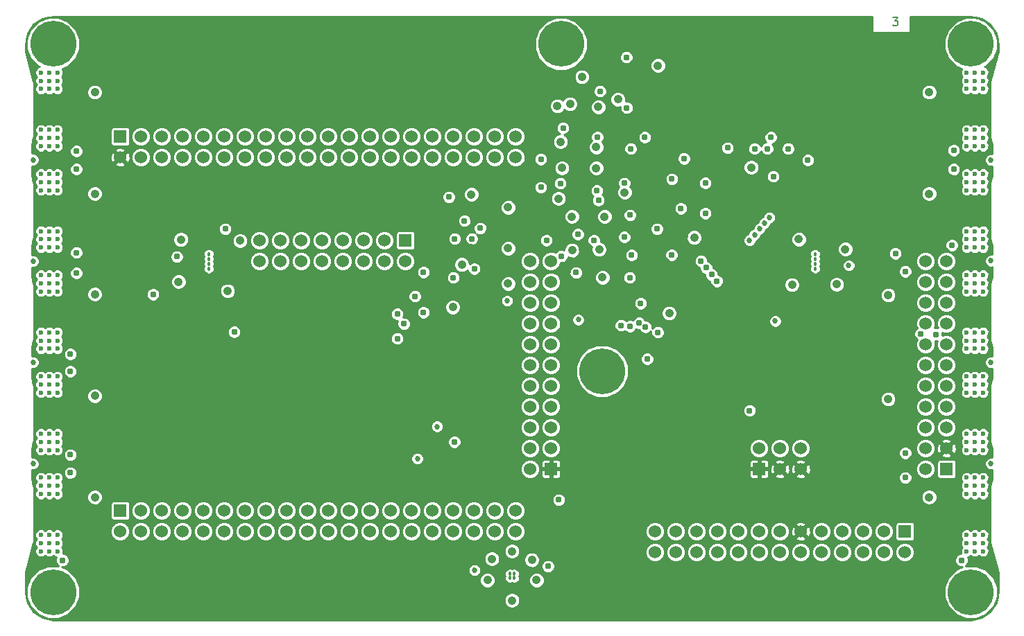
<source format=gbr>
G04 #@! TF.GenerationSoftware,KiCad,Pcbnew,6.0.10-86aedd382b~118~ubuntu22.04.1*
G04 #@! TF.CreationDate,2023-01-31T23:44:09-05:00*
G04 #@! TF.ProjectId,operacake,6f706572-6163-4616-9b65-2e6b69636164,rev?*
G04 #@! TF.SameCoordinates,Original*
G04 #@! TF.FileFunction,Copper,L3,Inr*
G04 #@! TF.FilePolarity,Positive*
%FSLAX46Y46*%
G04 Gerber Fmt 4.6, Leading zero omitted, Abs format (unit mm)*
G04 Created by KiCad (PCBNEW 6.0.10-86aedd382b~118~ubuntu22.04.1) date 2023-01-31 23:44:09*
%MOMM*%
%LPD*%
G01*
G04 APERTURE LIST*
%ADD10C,0.177800*%
G04 #@! TA.AperFunction,NonConductor*
%ADD11C,0.177800*%
G04 #@! TD*
G04 #@! TA.AperFunction,ComponentPad*
%ADD12C,5.600000*%
G04 #@! TD*
G04 #@! TA.AperFunction,ComponentPad*
%ADD13C,0.600000*%
G04 #@! TD*
G04 #@! TA.AperFunction,ComponentPad*
%ADD14R,1.524000X1.524000*%
G04 #@! TD*
G04 #@! TA.AperFunction,ComponentPad*
%ADD15C,1.524000*%
G04 #@! TD*
G04 #@! TA.AperFunction,ComponentPad*
%ADD16C,0.457200*%
G04 #@! TD*
G04 #@! TA.AperFunction,ViaPad*
%ADD17C,1.066800*%
G04 #@! TD*
G04 #@! TA.AperFunction,ViaPad*
%ADD18C,0.685800*%
G04 #@! TD*
G04 #@! TA.AperFunction,ViaPad*
%ADD19C,0.787400*%
G04 #@! TD*
G04 #@! TA.AperFunction,Conductor*
%ADD20C,0.254000*%
G04 #@! TD*
G04 APERTURE END LIST*
D10*
D11*
X166461333Y-100743619D02*
X167090285Y-100743619D01*
X166751619Y-101130666D01*
X166896761Y-101130666D01*
X166993523Y-101179047D01*
X167041904Y-101227428D01*
X167090285Y-101324190D01*
X167090285Y-101566095D01*
X167041904Y-101662857D01*
X166993523Y-101711238D01*
X166896761Y-101759619D01*
X166606476Y-101759619D01*
X166509714Y-101711238D01*
X166461333Y-101662857D01*
D12*
G04 #@! TO.N,GND*
G04 #@! TO.C,MH1*
X64000000Y-104000000D03*
D13*
X64000000Y-101800000D03*
X61800000Y-104000000D03*
X64000000Y-106200000D03*
X66200000Y-104000000D03*
X65550000Y-102450000D03*
X62450000Y-102450000D03*
X62450000Y-105550000D03*
X65550000Y-105550000D03*
G04 #@! TD*
D12*
G04 #@! TO.N,GND*
G04 #@! TO.C,MH2*
X64000000Y-171000000D03*
D13*
X64000000Y-168800000D03*
X61800000Y-171000000D03*
X64000000Y-173200000D03*
X66200000Y-171000000D03*
X65550000Y-169450000D03*
X62450000Y-169450000D03*
X62450000Y-172550000D03*
X65550000Y-172550000D03*
G04 #@! TD*
D12*
G04 #@! TO.N,GND*
G04 #@! TO.C,MH3*
X176000000Y-171000000D03*
D13*
X176000000Y-168800000D03*
X173800000Y-171000000D03*
X176000000Y-173200000D03*
X178200000Y-171000000D03*
X177550000Y-169450000D03*
X174450000Y-169450000D03*
X174450000Y-172550000D03*
X177550000Y-172550000D03*
G04 #@! TD*
D12*
G04 #@! TO.N,GND*
G04 #@! TO.C,MH4*
X176000000Y-104000000D03*
D13*
X176000000Y-101800000D03*
X173800000Y-104000000D03*
X176000000Y-106200000D03*
X178200000Y-104000000D03*
X177550000Y-102450000D03*
X174450000Y-102450000D03*
X174450000Y-105550000D03*
X177550000Y-105550000D03*
G04 #@! TD*
D12*
G04 #@! TO.N,GND*
G04 #@! TO.C,MH5*
X126000000Y-104000000D03*
D13*
X126000000Y-101800000D03*
X123800000Y-104000000D03*
X126000000Y-106200000D03*
X128200000Y-104000000D03*
X127550000Y-102450000D03*
X124450000Y-102450000D03*
X124450000Y-105550000D03*
X127550000Y-105550000D03*
G04 #@! TD*
D12*
G04 #@! TO.N,GND*
G04 #@! TO.C,MH6*
X131000000Y-144000000D03*
D13*
X131000000Y-141800000D03*
X128800000Y-144000000D03*
X131000000Y-146200000D03*
X133200000Y-144000000D03*
X132550000Y-142450000D03*
X129450000Y-142450000D03*
X129450000Y-145550000D03*
X132550000Y-145550000D03*
G04 #@! TD*
D14*
G04 #@! TO.N,VCC*
G04 #@! TO.C,P1*
X150170000Y-155950000D03*
D15*
G04 #@! TO.N,/A0*
X150170000Y-153410000D03*
G04 #@! TO.N,VCC*
X152710000Y-155950000D03*
G04 #@! TO.N,/A1*
X152710000Y-153410000D03*
G04 #@! TO.N,VCC*
X155250000Y-155950000D03*
G04 #@! TO.N,/A2*
X155250000Y-153410000D03*
G04 #@! TD*
D14*
G04 #@! TO.N,GND*
G04 #@! TO.C,P9*
X106990000Y-128010000D03*
D15*
X106990000Y-130550000D03*
X104450000Y-128010000D03*
G04 #@! TO.N,Net-(P9-Pad4)*
X104450000Y-130550000D03*
G04 #@! TO.N,Net-(P9-Pad5)*
X101910000Y-128010000D03*
G04 #@! TO.N,Net-(P9-Pad6)*
X101910000Y-130550000D03*
G04 #@! TO.N,Net-(P9-Pad7)*
X99370000Y-128010000D03*
G04 #@! TO.N,GND*
X99370000Y-130550000D03*
X96830000Y-128010000D03*
G04 #@! TO.N,Net-(P9-Pad10)*
X96830000Y-130550000D03*
G04 #@! TO.N,Net-(P9-Pad11)*
X94290000Y-128010000D03*
G04 #@! TO.N,Net-(P9-Pad12)*
X94290000Y-130550000D03*
G04 #@! TO.N,Net-(P9-Pad13)*
X91750000Y-128010000D03*
G04 #@! TO.N,GND*
X91750000Y-130550000D03*
X89210000Y-128010000D03*
X89210000Y-130550000D03*
G04 #@! TD*
D14*
G04 #@! TO.N,Net-(P20-Pad1)*
G04 #@! TO.C,P20*
X173030000Y-155950000D03*
D15*
G04 #@! TO.N,Net-(P20-Pad2)*
X170490000Y-155950000D03*
G04 #@! TO.N,VCC*
X173030000Y-153410000D03*
G04 #@! TO.N,Net-(P20-Pad4)*
X170490000Y-153410000D03*
G04 #@! TO.N,/EXT_U1CTRL*
X173030000Y-150870000D03*
G04 #@! TO.N,Net-(P20-Pad6)*
X170490000Y-150870000D03*
G04 #@! TO.N,Net-(P20-Pad7)*
X173030000Y-148330000D03*
G04 #@! TO.N,Net-(P20-Pad8)*
X170490000Y-148330000D03*
G04 #@! TO.N,/EXT_U2CTRL0*
X173030000Y-145790000D03*
G04 #@! TO.N,/EXT_U2CTRL1*
X170490000Y-145790000D03*
G04 #@! TO.N,/EXT_U3CTRL0*
X173030000Y-143250000D03*
G04 #@! TO.N,/EXT_U3CTRL1*
X170490000Y-143250000D03*
G04 #@! TO.N,Net-(P20-Pad13)*
X173030000Y-140710000D03*
G04 #@! TO.N,Net-(P20-Pad14)*
X170490000Y-140710000D03*
G04 #@! TO.N,GND*
X173030000Y-138170000D03*
G04 #@! TO.N,Net-(P20-Pad16)*
X170490000Y-138170000D03*
G04 #@! TO.N,Net-(P20-Pad17)*
X173030000Y-135630000D03*
G04 #@! TO.N,Net-(P20-Pad18)*
X170490000Y-135630000D03*
G04 #@! TO.N,GND*
X173030000Y-133090000D03*
G04 #@! TO.N,Net-(P20-Pad20)*
X170490000Y-133090000D03*
G04 #@! TO.N,Net-(P20-Pad21)*
X173030000Y-130550000D03*
G04 #@! TO.N,Net-(P20-Pad22)*
X170490000Y-130550000D03*
G04 #@! TD*
D14*
G04 #@! TO.N,Net-(P22-Pad1)*
G04 #@! TO.C,P22*
X167950000Y-163570000D03*
D15*
G04 #@! TO.N,Net-(P22-Pad2)*
X167950000Y-166110000D03*
G04 #@! TO.N,Net-(P22-Pad3)*
X165410000Y-163570000D03*
G04 #@! TO.N,GND*
X165410000Y-166110000D03*
G04 #@! TO.N,Net-(P22-Pad5)*
X162870000Y-163570000D03*
G04 #@! TO.N,Net-(P22-Pad6)*
X162870000Y-166110000D03*
G04 #@! TO.N,Net-(P22-Pad7)*
X160330000Y-163570000D03*
G04 #@! TO.N,Net-(P22-Pad8)*
X160330000Y-166110000D03*
G04 #@! TO.N,Net-(P22-Pad9)*
X157790000Y-163570000D03*
G04 #@! TO.N,GND*
X157790000Y-166110000D03*
G04 #@! TO.N,VCC*
X155250000Y-163570000D03*
G04 #@! TO.N,Net-(P22-Pad12)*
X155250000Y-166110000D03*
G04 #@! TO.N,Net-(P22-Pad13)*
X152710000Y-163570000D03*
G04 #@! TO.N,Net-(P22-Pad14)*
X152710000Y-166110000D03*
G04 #@! TO.N,Net-(P22-Pad15)*
X150170000Y-163570000D03*
G04 #@! TO.N,Net-(P22-Pad16)*
X150170000Y-166110000D03*
G04 #@! TO.N,Net-(P22-Pad17)*
X147630000Y-163570000D03*
G04 #@! TO.N,GND*
X147630000Y-166110000D03*
G04 #@! TO.N,Net-(P22-Pad19)*
X145090000Y-163570000D03*
G04 #@! TO.N,Net-(P22-Pad20)*
X145090000Y-166110000D03*
G04 #@! TO.N,Net-(P22-Pad21)*
X142550000Y-163570000D03*
G04 #@! TO.N,Net-(P22-Pad22)*
X142550000Y-166110000D03*
G04 #@! TO.N,Net-(P22-Pad23)*
X140010000Y-163570000D03*
G04 #@! TO.N,/SDA*
X140010000Y-166110000D03*
G04 #@! TO.N,Net-(P22-Pad25)*
X137470000Y-163570000D03*
G04 #@! TO.N,/SCL*
X137470000Y-166110000D03*
G04 #@! TD*
D14*
G04 #@! TO.N,VCC*
G04 #@! TO.C,P28*
X124770000Y-155950000D03*
D15*
G04 #@! TO.N,GND*
X122230000Y-155950000D03*
G04 #@! TO.N,Net-(P28-Pad3)*
X124770000Y-153410000D03*
G04 #@! TO.N,Net-(P28-Pad4)*
X122230000Y-153410000D03*
G04 #@! TO.N,Net-(P28-Pad5)*
X124770000Y-150870000D03*
G04 #@! TO.N,Net-(P28-Pad6)*
X122230000Y-150870000D03*
G04 #@! TO.N,Net-(P28-Pad7)*
X124770000Y-148330000D03*
G04 #@! TO.N,Net-(P28-Pad8)*
X122230000Y-148330000D03*
G04 #@! TO.N,Net-(P28-Pad9)*
X124770000Y-145790000D03*
G04 #@! TO.N,Net-(P28-Pad10)*
X122230000Y-145790000D03*
G04 #@! TO.N,Net-(P28-Pad11)*
X124770000Y-143250000D03*
G04 #@! TO.N,GND*
X122230000Y-143250000D03*
G04 #@! TO.N,Net-(P28-Pad13)*
X124770000Y-140710000D03*
G04 #@! TO.N,Net-(P28-Pad14)*
X122230000Y-140710000D03*
G04 #@! TO.N,Net-(P28-Pad15)*
X124770000Y-138170000D03*
G04 #@! TO.N,Net-(P28-Pad16)*
X122230000Y-138170000D03*
G04 #@! TO.N,Net-(P28-Pad17)*
X124770000Y-135630000D03*
G04 #@! TO.N,Net-(P28-Pad18)*
X122230000Y-135630000D03*
G04 #@! TO.N,Net-(P28-Pad19)*
X124770000Y-133090000D03*
G04 #@! TO.N,Net-(P28-Pad20)*
X122230000Y-133090000D03*
G04 #@! TO.N,Net-(P28-Pad21)*
X124770000Y-130550000D03*
G04 #@! TO.N,Net-(P28-Pad22)*
X122230000Y-130550000D03*
G04 #@! TD*
D13*
G04 #@! TO.N,GND*
G04 #@! TO.C,PA0*
X64520000Y-164000000D03*
X64520000Y-165000000D03*
X64520000Y-166000000D03*
X63520000Y-164000000D03*
X63520000Y-165000000D03*
X63520000Y-166000000D03*
X62520000Y-164000000D03*
X62520000Y-165000000D03*
X62520000Y-166000000D03*
X64520000Y-159000000D03*
X64520000Y-158000000D03*
X64520000Y-157000000D03*
X63520000Y-159000000D03*
X63520000Y-158000000D03*
X63520000Y-157000000D03*
X62520000Y-159000000D03*
X62520000Y-158000000D03*
X62520000Y-157000000D03*
G04 #@! TD*
G04 #@! TO.N,GND*
G04 #@! TO.C,PA1*
X64520000Y-151625000D03*
X64520000Y-152625000D03*
X64520000Y-153625000D03*
X63520000Y-151625000D03*
X63520000Y-152625000D03*
X63520000Y-153625000D03*
X62520000Y-151625000D03*
X62520000Y-152625000D03*
X62520000Y-153625000D03*
X64520000Y-146625000D03*
X64520000Y-145625000D03*
X64520000Y-144625000D03*
X63520000Y-146625000D03*
X63520000Y-145625000D03*
X63520000Y-144625000D03*
X62520000Y-146625000D03*
X62520000Y-145625000D03*
X62520000Y-144625000D03*
G04 #@! TD*
G04 #@! TO.N,GND*
G04 #@! TO.C,PA2*
X64520000Y-139250000D03*
X64520000Y-140250000D03*
X64520000Y-141250000D03*
X63520000Y-139250000D03*
X63520000Y-140250000D03*
X63520000Y-141250000D03*
X62520000Y-139250000D03*
X62520000Y-140250000D03*
X62520000Y-141250000D03*
X64520000Y-134250000D03*
X64520000Y-133250000D03*
X64520000Y-132250000D03*
X63520000Y-134250000D03*
X63520000Y-133250000D03*
X63520000Y-132250000D03*
X62520000Y-134250000D03*
X62520000Y-133250000D03*
X62520000Y-132250000D03*
G04 #@! TD*
G04 #@! TO.N,GND*
G04 #@! TO.C,PA3*
X64520000Y-126875000D03*
X64520000Y-127875000D03*
X64520000Y-128875000D03*
X63520000Y-126875000D03*
X63520000Y-127875000D03*
X63520000Y-128875000D03*
X62520000Y-126875000D03*
X62520000Y-127875000D03*
X62520000Y-128875000D03*
X64520000Y-121875000D03*
X64520000Y-120875000D03*
X64520000Y-119875000D03*
X63520000Y-121875000D03*
X63520000Y-120875000D03*
X63520000Y-119875000D03*
X62520000Y-121875000D03*
X62520000Y-120875000D03*
X62520000Y-119875000D03*
G04 #@! TD*
G04 #@! TO.N,GND*
G04 #@! TO.C,PA4*
X64520000Y-114500000D03*
X64520000Y-115500000D03*
X64520000Y-116500000D03*
X63520000Y-114500000D03*
X63520000Y-115500000D03*
X63520000Y-116500000D03*
X62520000Y-114500000D03*
X62520000Y-115500000D03*
X62520000Y-116500000D03*
X64520000Y-109500000D03*
X64520000Y-108500000D03*
X64520000Y-107500000D03*
X63520000Y-109500000D03*
X63520000Y-108500000D03*
X63520000Y-107500000D03*
X62520000Y-109500000D03*
X62520000Y-108500000D03*
X62520000Y-107500000D03*
G04 #@! TD*
G04 #@! TO.N,GND*
G04 #@! TO.C,PB0*
X175480000Y-159000000D03*
X175480000Y-158000000D03*
X175480000Y-157000000D03*
X176480000Y-159000000D03*
X176480000Y-158000000D03*
X176480000Y-157000000D03*
X177480000Y-159000000D03*
X177480000Y-158000000D03*
X177480000Y-157000000D03*
X175480000Y-164000000D03*
X175480000Y-165000000D03*
X175480000Y-166000000D03*
X176480000Y-164000000D03*
X176480000Y-165000000D03*
X176480000Y-166000000D03*
X177480000Y-164000000D03*
X177480000Y-165000000D03*
X177480000Y-166000000D03*
G04 #@! TD*
G04 #@! TO.N,GND*
G04 #@! TO.C,PB1*
X175480000Y-146625000D03*
X175480000Y-145625000D03*
X175480000Y-144625000D03*
X176480000Y-146625000D03*
X176480000Y-145625000D03*
X176480000Y-144625000D03*
X177480000Y-146625000D03*
X177480000Y-145625000D03*
X177480000Y-144625000D03*
X175480000Y-151625000D03*
X175480000Y-152625000D03*
X175480000Y-153625000D03*
X176480000Y-151625000D03*
X176480000Y-152625000D03*
X176480000Y-153625000D03*
X177480000Y-151625000D03*
X177480000Y-152625000D03*
X177480000Y-153625000D03*
G04 #@! TD*
G04 #@! TO.N,GND*
G04 #@! TO.C,PB2*
X175480000Y-134250000D03*
X175480000Y-133250000D03*
X175480000Y-132250000D03*
X176480000Y-134250000D03*
X176480000Y-133250000D03*
X176480000Y-132250000D03*
X177480000Y-134250000D03*
X177480000Y-133250000D03*
X177480000Y-132250000D03*
X175480000Y-139250000D03*
X175480000Y-140250000D03*
X175480000Y-141250000D03*
X176480000Y-139250000D03*
X176480000Y-140250000D03*
X176480000Y-141250000D03*
X177480000Y-139250000D03*
X177480000Y-140250000D03*
X177480000Y-141250000D03*
G04 #@! TD*
G04 #@! TO.N,GND*
G04 #@! TO.C,PB3*
X175480000Y-121875000D03*
X175480000Y-120875000D03*
X175480000Y-119875000D03*
X176480000Y-121875000D03*
X176480000Y-120875000D03*
X176480000Y-119875000D03*
X177480000Y-121875000D03*
X177480000Y-120875000D03*
X177480000Y-119875000D03*
X175480000Y-126875000D03*
X175480000Y-127875000D03*
X175480000Y-128875000D03*
X176480000Y-126875000D03*
X176480000Y-127875000D03*
X176480000Y-128875000D03*
X177480000Y-126875000D03*
X177480000Y-127875000D03*
X177480000Y-128875000D03*
G04 #@! TD*
G04 #@! TO.N,GND*
G04 #@! TO.C,PB4*
X175480000Y-109500000D03*
X175480000Y-108500000D03*
X175480000Y-107500000D03*
X176480000Y-109500000D03*
X176480000Y-108500000D03*
X176480000Y-107500000D03*
X177480000Y-109500000D03*
X177480000Y-108500000D03*
X177480000Y-107500000D03*
X175480000Y-114500000D03*
X175480000Y-115500000D03*
X175480000Y-116500000D03*
X176480000Y-114500000D03*
X176480000Y-115500000D03*
X176480000Y-116500000D03*
X177480000Y-114500000D03*
X177480000Y-115500000D03*
X177480000Y-116500000D03*
G04 #@! TD*
D16*
G04 #@! TO.N,GND*
G04 #@! TO.C,U1*
X120250000Y-169250000D03*
X119750000Y-169250000D03*
X119750000Y-168750000D03*
X120250000Y-168750000D03*
G04 #@! TD*
G04 #@! TO.N,GND*
G04 #@! TO.C,U2*
X83000000Y-130262500D03*
X83000000Y-129662500D03*
X83000000Y-130862500D03*
X83000000Y-131462500D03*
G04 #@! TD*
G04 #@! TO.N,GND*
G04 #@! TO.C,U3*
X157000000Y-130862500D03*
X157000000Y-131462500D03*
X157000000Y-130262500D03*
X157000000Y-129662500D03*
G04 #@! TD*
D14*
G04 #@! TO.N,GND*
G04 #@! TO.C,J1*
X72192000Y-115310000D03*
D15*
G04 #@! TO.N,VCC*
X72192000Y-117850000D03*
G04 #@! TO.N,Net-(J1-Pad3)*
X74732000Y-115310000D03*
G04 #@! TO.N,Net-(J1-Pad4)*
X74732000Y-117850000D03*
G04 #@! TO.N,Net-(J1-Pad5)*
X77272000Y-115310000D03*
G04 #@! TO.N,Net-(J1-Pad6)*
X77272000Y-117850000D03*
G04 #@! TO.N,Net-(J1-Pad7)*
X79812000Y-115310000D03*
G04 #@! TO.N,Net-(J1-Pad8)*
X79812000Y-117850000D03*
G04 #@! TO.N,Net-(J1-Pad9)*
X82352000Y-115310000D03*
G04 #@! TO.N,Net-(J1-Pad10)*
X82352000Y-117850000D03*
G04 #@! TO.N,Net-(J1-Pad11)*
X84892000Y-115310000D03*
G04 #@! TO.N,Net-(J1-Pad12)*
X84892000Y-117850000D03*
G04 #@! TO.N,Net-(J1-Pad13)*
X87432000Y-115310000D03*
G04 #@! TO.N,Net-(J1-Pad14)*
X87432000Y-117850000D03*
G04 #@! TO.N,Net-(J1-Pad15)*
X89972000Y-115310000D03*
G04 #@! TO.N,Net-(J1-Pad16)*
X89972000Y-117850000D03*
G04 #@! TO.N,Net-(J1-Pad17)*
X92512000Y-115310000D03*
G04 #@! TO.N,Net-(J1-Pad18)*
X92512000Y-117850000D03*
G04 #@! TO.N,Net-(J1-Pad19)*
X95052000Y-115310000D03*
G04 #@! TO.N,Net-(J1-Pad20)*
X95052000Y-117850000D03*
G04 #@! TO.N,Net-(J1-Pad21)*
X97592000Y-115310000D03*
G04 #@! TO.N,Net-(J1-Pad22)*
X97592000Y-117850000D03*
G04 #@! TO.N,Net-(J1-Pad23)*
X100132000Y-115310000D03*
G04 #@! TO.N,Net-(J1-Pad24)*
X100132000Y-117850000D03*
G04 #@! TO.N,Net-(J1-Pad25)*
X102672000Y-115310000D03*
G04 #@! TO.N,Net-(J1-Pad26)*
X102672000Y-117850000D03*
G04 #@! TO.N,Net-(J1-Pad27)*
X105212000Y-115310000D03*
G04 #@! TO.N,Net-(J1-Pad28)*
X105212000Y-117850000D03*
G04 #@! TO.N,Net-(J1-Pad29)*
X107752000Y-115310000D03*
G04 #@! TO.N,Net-(J1-Pad30)*
X107752000Y-117850000D03*
G04 #@! TO.N,Net-(J1-Pad31)*
X110292000Y-115310000D03*
G04 #@! TO.N,Net-(J1-Pad32)*
X110292000Y-117850000D03*
G04 #@! TO.N,Net-(J1-Pad33)*
X112832000Y-115310000D03*
G04 #@! TO.N,Net-(J1-Pad34)*
X112832000Y-117850000D03*
G04 #@! TO.N,Net-(J1-Pad35)*
X115372000Y-115310000D03*
G04 #@! TO.N,Net-(J1-Pad36)*
X115372000Y-117850000D03*
G04 #@! TO.N,Net-(J1-Pad37)*
X117912000Y-115310000D03*
G04 #@! TO.N,Net-(J1-Pad38)*
X117912000Y-117850000D03*
G04 #@! TO.N,Net-(J1-Pad39)*
X120452000Y-115310000D03*
G04 #@! TO.N,Net-(J1-Pad40)*
X120452000Y-117850000D03*
G04 #@! TD*
D14*
G04 #@! TO.N,GND*
G04 #@! TO.C,J2*
X72192000Y-161030000D03*
D15*
G04 #@! TO.N,Net-(J2-Pad2)*
X72192000Y-163570000D03*
G04 #@! TO.N,Net-(J2-Pad3)*
X74732000Y-161030000D03*
G04 #@! TO.N,Net-(J2-Pad4)*
X74732000Y-163570000D03*
G04 #@! TO.N,Net-(J2-Pad5)*
X77272000Y-161030000D03*
G04 #@! TO.N,/EXT_U1CTRL*
X77272000Y-163570000D03*
G04 #@! TO.N,/EXT_U3CTRL0*
X79812000Y-161030000D03*
G04 #@! TO.N,/EXT_U3CTRL1*
X79812000Y-163570000D03*
G04 #@! TO.N,/EXT_U2CTRL0*
X82352000Y-161030000D03*
G04 #@! TO.N,/EXT_U2CTRL1*
X82352000Y-163570000D03*
G04 #@! TO.N,Net-(J2-Pad11)*
X84892000Y-161030000D03*
G04 #@! TO.N,Net-(J2-Pad12)*
X84892000Y-163570000D03*
G04 #@! TO.N,Net-(J2-Pad13)*
X87432000Y-161030000D03*
G04 #@! TO.N,Net-(J2-Pad14)*
X87432000Y-163570000D03*
G04 #@! TO.N,Net-(J2-Pad15)*
X89972000Y-161030000D03*
G04 #@! TO.N,Net-(J2-Pad16)*
X89972000Y-163570000D03*
G04 #@! TO.N,Net-(J2-Pad17)*
X92512000Y-161030000D03*
G04 #@! TO.N,Net-(J2-Pad18)*
X92512000Y-163570000D03*
G04 #@! TO.N,Net-(J2-Pad19)*
X95052000Y-161030000D03*
G04 #@! TO.N,Net-(J2-Pad20)*
X95052000Y-163570000D03*
G04 #@! TO.N,Net-(J2-Pad21)*
X97592000Y-161030000D03*
G04 #@! TO.N,Net-(J2-Pad22)*
X97592000Y-163570000D03*
G04 #@! TO.N,Net-(J2-Pad23)*
X100132000Y-161030000D03*
G04 #@! TO.N,Net-(J2-Pad24)*
X100132000Y-163570000D03*
G04 #@! TO.N,Net-(J2-Pad25)*
X102672000Y-161030000D03*
G04 #@! TO.N,Net-(J2-Pad26)*
X102672000Y-163570000D03*
G04 #@! TO.N,Net-(J2-Pad27)*
X105212000Y-161030000D03*
G04 #@! TO.N,Net-(J2-Pad28)*
X105212000Y-163570000D03*
G04 #@! TO.N,Net-(J2-Pad29)*
X107752000Y-161030000D03*
G04 #@! TO.N,Net-(J2-Pad30)*
X107752000Y-163570000D03*
G04 #@! TO.N,Net-(J2-Pad31)*
X110292000Y-161030000D03*
G04 #@! TO.N,Net-(J2-Pad32)*
X110292000Y-163570000D03*
G04 #@! TO.N,Net-(J2-Pad33)*
X112832000Y-161030000D03*
G04 #@! TO.N,Net-(J2-Pad34)*
X112832000Y-163570000D03*
G04 #@! TO.N,Net-(J2-Pad35)*
X115372000Y-161030000D03*
G04 #@! TO.N,Net-(J2-Pad36)*
X115372000Y-163570000D03*
G04 #@! TO.N,Net-(J2-Pad37)*
X117912000Y-161030000D03*
G04 #@! TO.N,Net-(J2-Pad38)*
X117912000Y-163570000D03*
G04 #@! TO.N,/SDA*
X120452000Y-161030000D03*
G04 #@! TO.N,/SCL*
X120452000Y-163570000D03*
G04 #@! TD*
D17*
G04 #@! TO.N,GND*
X130652520Y-129113280D03*
X159623760Y-133380480D03*
X155006040Y-127863600D03*
X154183080Y-133426200D03*
X122428000Y-167050720D03*
X117546120Y-166938960D03*
X112768380Y-136154160D03*
X113878360Y-130962400D03*
X115046760Y-122392440D03*
X127342900Y-129204720D03*
X125674120Y-122915680D03*
X133741160Y-122128280D03*
X130286760Y-116593620D03*
X130276600Y-119171720D03*
X125547120Y-111579660D03*
X137822940Y-106649520D03*
X125925580Y-115968780D03*
X126100840Y-119141240D03*
X160680400Y-129082800D03*
X142234920Y-127662940D03*
X130540760Y-111693960D03*
X127086360Y-111328200D03*
X132918200Y-110769400D03*
X128549400Y-108026200D03*
X86817200Y-128041400D03*
X79603600Y-127914400D03*
X79298800Y-133070600D03*
X85293200Y-134188200D03*
X123002359Y-169523597D03*
X120000000Y-166000000D03*
X120000000Y-172000000D03*
X117000000Y-169528703D03*
X149200000Y-119100000D03*
D18*
X128100000Y-137700000D03*
D17*
X119536777Y-123975619D03*
X127300000Y-125100000D03*
X119536777Y-128975619D03*
X119536777Y-133275619D03*
X131300000Y-125100000D03*
X139200000Y-136900000D03*
D19*
X149000000Y-148800000D03*
D17*
X69100000Y-109900000D03*
X69100000Y-122300000D03*
X69100000Y-134600000D03*
X69100000Y-147000000D03*
X69100000Y-159400000D03*
X170900000Y-159400000D03*
X165900000Y-147400000D03*
X165900000Y-134700000D03*
X170900000Y-122300000D03*
X170900000Y-109900000D03*
X131046220Y-132532120D03*
G04 #@! TO.N,VCC*
X114929920Y-134223760D03*
X114993420Y-128945640D03*
X115023900Y-124228860D03*
X128671320Y-129128520D03*
X127833120Y-122011440D03*
X132227320Y-121970800D03*
X132184140Y-116166900D03*
X125592840Y-110215680D03*
X136634220Y-108821220D03*
X127947420Y-115648740D03*
X132648960Y-128976120D03*
X132702300Y-132623560D03*
X141000480Y-127502920D03*
D19*
X61500000Y-168000000D03*
X178500000Y-168000000D03*
D18*
X116600000Y-137600000D03*
D19*
X136700000Y-121700000D03*
X124300000Y-125200000D03*
X131570000Y-105623600D03*
X135570000Y-105623600D03*
D17*
X118336777Y-122375619D03*
X118336777Y-127375619D03*
D19*
X129500000Y-139500000D03*
X132000000Y-166100000D03*
X142700000Y-168600000D03*
D18*
G04 #@! TO.N,Net-(DA0-Pad1)*
X108458000Y-154686000D03*
D19*
X65150000Y-167100000D03*
G04 #@! TO.N,/U2V3*
X86100004Y-139200000D03*
D18*
X61550000Y-155300000D03*
D19*
X124200000Y-128000000D03*
G04 #@! TO.N,Net-(DAG1-Pad1)*
X66100000Y-141900000D03*
X109200000Y-136800000D03*
X66850000Y-117100000D03*
X112836777Y-132552290D03*
X66850000Y-129500000D03*
X106800000Y-138200000D03*
X66100000Y-154200000D03*
G04 #@! TO.N,/U2V1*
X125902720Y-121033540D03*
X76200000Y-134599996D03*
D18*
X61550000Y-142900000D03*
D19*
G04 #@! TO.N,/U2V2*
X126227840Y-114259360D03*
X123520200Y-121513600D03*
X123520200Y-118084600D03*
X79100000Y-130000000D03*
D18*
X61550000Y-130550000D03*
G04 #@! TO.N,/U2V4*
X61550000Y-118150000D03*
D19*
X85000000Y-126599986D03*
G04 #@! TO.N,Net-(DAY1-Pad1)*
X66850000Y-132000000D03*
X108158000Y-134842000D03*
X66850000Y-119300000D03*
X109200000Y-131893440D03*
X106000000Y-137000000D03*
X66100000Y-144000000D03*
X106000000Y-140000000D03*
X66100000Y-156400000D03*
G04 #@! TO.N,Net-(DB0-Pad1)*
X136500000Y-142500000D03*
X174850000Y-167100000D03*
D18*
G04 #@! TO.N,/U3V3*
X178450000Y-118200000D03*
D19*
X156100000Y-118200000D03*
G04 #@! TO.N,Net-(DBG1-Pad1)*
X168000000Y-154000000D03*
X171700000Y-139500000D03*
X173700000Y-128600000D03*
X112300000Y-122700000D03*
X173900000Y-117000000D03*
G04 #@! TO.N,/U3V1*
X151600000Y-115400000D03*
X136200000Y-115400000D03*
X130425400Y-115382200D03*
D18*
X178450000Y-130500000D03*
D19*
X166800000Y-129600000D03*
G04 #@! TO.N,/U3V2*
X151900000Y-120200000D03*
X141000000Y-118000000D03*
X130547710Y-123100000D03*
D18*
X161096960Y-131084320D03*
X178450000Y-142900000D03*
G04 #@! TO.N,/U3V4*
X152127904Y-137872076D03*
D19*
X130000000Y-128000000D03*
D18*
X178450000Y-155300000D03*
D19*
G04 #@! TO.N,Net-(DBY1-Pad1)*
X134500000Y-116800000D03*
X114198400Y-125603000D03*
X169875002Y-139425000D03*
X146300000Y-116700000D03*
X168000000Y-157000000D03*
X149596497Y-116800000D03*
X151157496Y-116800000D03*
X168000000Y-131800000D03*
X153700000Y-116800000D03*
X173900000Y-119300000D03*
G04 #@! TO.N,/EXT_U3CTRL1*
X143704580Y-131348520D03*
D18*
X150200000Y-126600000D03*
D19*
G04 #@! TO.N,/EXT_U2CTRL1*
X145000000Y-133000000D03*
D18*
X149000000Y-128000000D03*
D19*
G04 #@! TO.N,/EXT_U3CTRL0*
X143056870Y-130526887D03*
D18*
X150800000Y-125900000D03*
G04 #@! TO.N,/EXT_U2CTRL0*
X149600000Y-127300000D03*
D19*
X144352290Y-132184023D03*
G04 #@! TO.N,/EXT_U1CTRL*
X143600000Y-124700000D03*
D18*
X151400000Y-125200000D03*
D19*
G04 #@! TO.N,/SDA*
X125700000Y-159700000D03*
X134400000Y-138500000D03*
G04 #@! TO.N,/SCL*
X133300000Y-138400000D03*
G04 #@! TO.N,/A0*
X135500000Y-138100000D03*
G04 #@! TO.N,/A1*
X135700000Y-135700000D03*
G04 #@! TO.N,/A2*
X136300000Y-138600000D03*
G04 #@! TO.N,Net-(R1-Pad2)*
X113000000Y-127800000D03*
X115100000Y-127800000D03*
G04 #@! TO.N,/!LED_EN*
X137800000Y-139247710D03*
G04 #@! TO.N,/!RESET*
X134375000Y-132559674D03*
G04 #@! TO.N,/!OE*
X139491720Y-129783840D03*
X134600000Y-129800000D03*
G04 #@! TO.N,/U2CTRL1*
X133700000Y-127600000D03*
X140600000Y-124100000D03*
G04 #@! TO.N,/U2CTRL0*
X126034800Y-129936240D03*
X128031240Y-127254000D03*
X127814001Y-131942523D03*
G04 #@! TO.N,/U3CTRL1*
X134010400Y-111810800D03*
X130743960Y-109773720D03*
X133970000Y-105623600D03*
G04 #@! TO.N,/U3CTRL0*
X133715760Y-121013220D03*
X139500000Y-120500000D03*
X134400000Y-124900000D03*
X130360309Y-121933122D03*
D18*
G04 #@! TO.N,/U1CTRL*
X119400000Y-135400000D03*
D19*
X143600000Y-121000000D03*
X137700000Y-126600000D03*
G04 #@! TO.N,/U1VC1*
X124404120Y-167830500D03*
D18*
X110871000Y-150749000D03*
D19*
X116128800Y-126517400D03*
X115392200Y-131470400D03*
G04 #@! TO.N,/U1VC2*
X112974120Y-152643840D03*
D18*
X115427760Y-168325800D03*
G04 #@! TD*
G04 #@! TO.N,VCC*
D20*
X163973000Y-102500000D02*
X163983006Y-102549410D01*
X164011447Y-102591035D01*
X164053841Y-102618315D01*
X164100000Y-102627000D01*
X165884391Y-102627000D01*
X165884391Y-102633500D01*
X167715610Y-102633500D01*
X167715610Y-102627000D01*
X168500000Y-102627000D01*
X168549410Y-102616994D01*
X168591035Y-102588553D01*
X168618315Y-102546159D01*
X168627000Y-102500000D01*
X168627000Y-100622300D01*
X175938707Y-100622300D01*
X177287927Y-100890677D01*
X178379775Y-101620227D01*
X179109324Y-102712075D01*
X179377700Y-104061293D01*
X179377700Y-104916879D01*
X178379517Y-108586669D01*
X178373807Y-108669027D01*
X178357700Y-108750000D01*
X178357700Y-115250000D01*
X178373695Y-115330410D01*
X178379213Y-115412212D01*
X178627700Y-116332531D01*
X178627700Y-117434955D01*
X178604773Y-117425435D01*
X178296579Y-117425166D01*
X178011741Y-117542859D01*
X177793624Y-117760595D01*
X177675435Y-118045227D01*
X177675166Y-118353421D01*
X177792859Y-118638259D01*
X178010595Y-118856376D01*
X178295227Y-118974565D01*
X178603421Y-118974834D01*
X178627700Y-118964802D01*
X178627700Y-120042469D01*
X178379213Y-120962788D01*
X178373695Y-121044590D01*
X178357700Y-121125000D01*
X178357700Y-127625000D01*
X178373695Y-127705410D01*
X178379213Y-127787212D01*
X178627700Y-128707531D01*
X178627700Y-129734955D01*
X178604773Y-129725435D01*
X178296579Y-129725166D01*
X178011741Y-129842859D01*
X177793624Y-130060595D01*
X177675435Y-130345227D01*
X177675166Y-130653421D01*
X177792859Y-130938259D01*
X178010595Y-131156376D01*
X178295227Y-131274565D01*
X178603421Y-131274834D01*
X178627700Y-131264802D01*
X178627700Y-132417469D01*
X178379213Y-133337788D01*
X178373695Y-133419590D01*
X178357700Y-133500000D01*
X178357700Y-140000000D01*
X178373695Y-140080410D01*
X178379213Y-140162212D01*
X178627700Y-141082531D01*
X178627700Y-142134955D01*
X178604773Y-142125435D01*
X178296579Y-142125166D01*
X178011741Y-142242859D01*
X177793624Y-142460595D01*
X177675435Y-142745227D01*
X177675166Y-143053421D01*
X177792859Y-143338259D01*
X178010595Y-143556376D01*
X178295227Y-143674565D01*
X178603421Y-143674834D01*
X178627700Y-143664802D01*
X178627700Y-144792469D01*
X178379213Y-145712788D01*
X178373695Y-145794590D01*
X178357700Y-145875000D01*
X178357700Y-152375000D01*
X178373695Y-152455410D01*
X178379213Y-152537212D01*
X178627700Y-153457531D01*
X178627700Y-154534955D01*
X178604773Y-154525435D01*
X178296579Y-154525166D01*
X178011741Y-154642859D01*
X177793624Y-154860595D01*
X177675435Y-155145227D01*
X177675166Y-155453421D01*
X177792859Y-155738259D01*
X178010595Y-155956376D01*
X178295227Y-156074565D01*
X178603421Y-156074834D01*
X178627700Y-156064802D01*
X178627700Y-157167469D01*
X178379213Y-158087788D01*
X178373695Y-158169590D01*
X178357700Y-158250000D01*
X178357700Y-164750000D01*
X178373807Y-164830973D01*
X178379517Y-164913331D01*
X179377700Y-168583121D01*
X179377700Y-170938707D01*
X179109324Y-172287925D01*
X178379775Y-173379773D01*
X177287927Y-174109323D01*
X175938707Y-174377700D01*
X64061293Y-174377700D01*
X62712075Y-174109324D01*
X61620227Y-173379775D01*
X60890677Y-172287927D01*
X60761802Y-171640025D01*
X60767640Y-171640025D01*
X61258615Y-172828276D01*
X62166942Y-173738189D01*
X63354335Y-174231238D01*
X64640025Y-174232360D01*
X65828276Y-173741385D01*
X66738189Y-172833058D01*
X67004733Y-172191148D01*
X119034633Y-172191148D01*
X119181266Y-172546027D01*
X119452544Y-172817779D01*
X119807168Y-172965032D01*
X120191148Y-172965367D01*
X120546027Y-172818734D01*
X120817779Y-172547456D01*
X120965032Y-172192832D01*
X120965367Y-171808852D01*
X120895610Y-171640025D01*
X172767640Y-171640025D01*
X173258615Y-172828276D01*
X174166942Y-173738189D01*
X175354335Y-174231238D01*
X176640025Y-174232360D01*
X177828276Y-173741385D01*
X178738189Y-172833058D01*
X179231238Y-171645665D01*
X179232360Y-170359975D01*
X178741385Y-169171724D01*
X177833058Y-168261811D01*
X176645665Y-167768762D01*
X175359975Y-167767640D01*
X175342355Y-167774921D01*
X175549417Y-167568219D01*
X175675357Y-167264923D01*
X175675643Y-166936518D01*
X175591096Y-166731897D01*
X175624925Y-166731927D01*
X175893990Y-166620752D01*
X175979970Y-166534922D01*
X176064927Y-166620028D01*
X176333797Y-166731673D01*
X176624925Y-166731927D01*
X176893990Y-166620752D01*
X176979970Y-166534922D01*
X177064927Y-166620028D01*
X177333797Y-166731673D01*
X177624925Y-166731927D01*
X177893990Y-166620752D01*
X178100028Y-166415073D01*
X178211673Y-166146203D01*
X178211927Y-165855075D01*
X178100752Y-165586010D01*
X178014922Y-165500030D01*
X178100028Y-165415073D01*
X178211673Y-165146203D01*
X178211927Y-164855075D01*
X178100752Y-164586010D01*
X178014922Y-164500030D01*
X178100028Y-164415073D01*
X178211673Y-164146203D01*
X178211927Y-163855075D01*
X178100752Y-163586010D01*
X177895073Y-163379972D01*
X177626203Y-163268327D01*
X177335075Y-163268073D01*
X177066010Y-163379248D01*
X176980030Y-163465078D01*
X176895073Y-163379972D01*
X176626203Y-163268327D01*
X176335075Y-163268073D01*
X176066010Y-163379248D01*
X175980030Y-163465078D01*
X175895073Y-163379972D01*
X175626203Y-163268327D01*
X175335075Y-163268073D01*
X175066010Y-163379248D01*
X174859972Y-163584927D01*
X174748327Y-163853797D01*
X174748073Y-164144925D01*
X174859248Y-164413990D01*
X174945078Y-164499970D01*
X174859972Y-164584927D01*
X174748327Y-164853797D01*
X174748073Y-165144925D01*
X174859248Y-165413990D01*
X174945078Y-165499970D01*
X174859972Y-165584927D01*
X174748327Y-165853797D01*
X174748073Y-166144925D01*
X174801594Y-166274457D01*
X174686518Y-166274357D01*
X174383002Y-166399767D01*
X174150583Y-166631781D01*
X174024643Y-166935077D01*
X174024357Y-167263482D01*
X174149767Y-167566998D01*
X174381781Y-167799417D01*
X174685077Y-167925357D01*
X174977654Y-167925612D01*
X174171724Y-168258615D01*
X173261811Y-169166942D01*
X172768762Y-170354335D01*
X172767640Y-171640025D01*
X120895610Y-171640025D01*
X120818734Y-171453973D01*
X120547456Y-171182221D01*
X120192832Y-171034968D01*
X119808852Y-171034633D01*
X119453973Y-171181266D01*
X119182221Y-171452544D01*
X119034968Y-171807168D01*
X119034633Y-172191148D01*
X67004733Y-172191148D01*
X67231238Y-171645665D01*
X67232360Y-170359975D01*
X66967867Y-169719851D01*
X116034633Y-169719851D01*
X116181266Y-170074730D01*
X116452544Y-170346482D01*
X116807168Y-170493735D01*
X117191148Y-170494070D01*
X117546027Y-170347437D01*
X117817779Y-170076159D01*
X117965032Y-169721535D01*
X117965367Y-169337555D01*
X117818734Y-168982676D01*
X117717021Y-168880785D01*
X119089486Y-168880785D01*
X119138742Y-168999993D01*
X119089715Y-169118062D01*
X119089486Y-169380785D01*
X119189814Y-169623598D01*
X119375425Y-169809533D01*
X119618062Y-169910285D01*
X119880785Y-169910514D01*
X119999993Y-169861258D01*
X120118062Y-169910285D01*
X120380785Y-169910514D01*
X120623598Y-169810186D01*
X120719205Y-169714745D01*
X122036992Y-169714745D01*
X122183625Y-170069624D01*
X122454903Y-170341376D01*
X122809527Y-170488629D01*
X123193507Y-170488964D01*
X123548386Y-170342331D01*
X123820138Y-170071053D01*
X123967391Y-169716429D01*
X123967726Y-169332449D01*
X123821093Y-168977570D01*
X123549815Y-168705818D01*
X123195191Y-168558565D01*
X122811211Y-168558230D01*
X122456332Y-168704863D01*
X122184580Y-168976141D01*
X122037327Y-169330765D01*
X122036992Y-169714745D01*
X120719205Y-169714745D01*
X120809533Y-169624575D01*
X120910285Y-169381938D01*
X120910514Y-169119215D01*
X120861258Y-169000007D01*
X120910285Y-168881938D01*
X120910514Y-168619215D01*
X120810186Y-168376402D01*
X120624575Y-168190467D01*
X120381938Y-168089715D01*
X120119215Y-168089486D01*
X120000007Y-168138742D01*
X119881938Y-168089715D01*
X119619215Y-168089486D01*
X119376402Y-168189814D01*
X119190467Y-168375425D01*
X119089715Y-168618062D01*
X119089486Y-168880785D01*
X117717021Y-168880785D01*
X117547456Y-168710924D01*
X117192832Y-168563671D01*
X116808852Y-168563336D01*
X116453973Y-168709969D01*
X116182221Y-168981247D01*
X116034968Y-169335871D01*
X116034633Y-169719851D01*
X66967867Y-169719851D01*
X66741385Y-169171724D01*
X66050090Y-168479221D01*
X114652926Y-168479221D01*
X114770619Y-168764059D01*
X114988355Y-168982176D01*
X115272987Y-169100365D01*
X115581181Y-169100634D01*
X115866019Y-168982941D01*
X116084136Y-168765205D01*
X116202325Y-168480573D01*
X116202594Y-168172379D01*
X116084901Y-167887541D01*
X115867165Y-167669424D01*
X115582533Y-167551235D01*
X115274339Y-167550966D01*
X114989501Y-167668659D01*
X114771384Y-167886395D01*
X114653195Y-168171027D01*
X114652926Y-168479221D01*
X66050090Y-168479221D01*
X65833058Y-168261811D01*
X65022867Y-167925390D01*
X65313482Y-167925643D01*
X65616998Y-167800233D01*
X65849417Y-167568219D01*
X65975357Y-167264923D01*
X65975474Y-167130108D01*
X116580753Y-167130108D01*
X116727386Y-167484987D01*
X116998664Y-167756739D01*
X117353288Y-167903992D01*
X117737268Y-167904327D01*
X118092147Y-167757694D01*
X118363899Y-167486416D01*
X118465444Y-167241868D01*
X121462633Y-167241868D01*
X121609266Y-167596747D01*
X121880544Y-167868499D01*
X122235168Y-168015752D01*
X122619148Y-168016087D01*
X122672646Y-167993982D01*
X123578477Y-167993982D01*
X123703887Y-168297498D01*
X123935901Y-168529917D01*
X124239197Y-168655857D01*
X124567602Y-168656143D01*
X124871118Y-168530733D01*
X125103537Y-168298719D01*
X125229477Y-167995423D01*
X125229763Y-167667018D01*
X125104353Y-167363502D01*
X124872339Y-167131083D01*
X124569043Y-167005143D01*
X124240638Y-167004857D01*
X123937122Y-167130267D01*
X123704703Y-167362281D01*
X123578763Y-167665577D01*
X123578477Y-167993982D01*
X122672646Y-167993982D01*
X122974027Y-167869454D01*
X123245779Y-167598176D01*
X123393032Y-167243552D01*
X123393367Y-166859572D01*
X123246734Y-166504693D01*
X123088738Y-166346420D01*
X136275993Y-166346420D01*
X136457355Y-166785350D01*
X136792884Y-167121464D01*
X137231497Y-167303592D01*
X137706420Y-167304007D01*
X138145350Y-167122645D01*
X138481464Y-166787116D01*
X138663592Y-166348503D01*
X138663593Y-166346420D01*
X138815993Y-166346420D01*
X138997355Y-166785350D01*
X139332884Y-167121464D01*
X139771497Y-167303592D01*
X140246420Y-167304007D01*
X140685350Y-167122645D01*
X141021464Y-166787116D01*
X141203592Y-166348503D01*
X141203593Y-166346420D01*
X141355993Y-166346420D01*
X141537355Y-166785350D01*
X141872884Y-167121464D01*
X142311497Y-167303592D01*
X142786420Y-167304007D01*
X143225350Y-167122645D01*
X143561464Y-166787116D01*
X143743592Y-166348503D01*
X143743593Y-166346420D01*
X143895993Y-166346420D01*
X144077355Y-166785350D01*
X144412884Y-167121464D01*
X144851497Y-167303592D01*
X145326420Y-167304007D01*
X145765350Y-167122645D01*
X146101464Y-166787116D01*
X146283592Y-166348503D01*
X146283593Y-166346420D01*
X146435993Y-166346420D01*
X146617355Y-166785350D01*
X146952884Y-167121464D01*
X147391497Y-167303592D01*
X147866420Y-167304007D01*
X148305350Y-167122645D01*
X148641464Y-166787116D01*
X148823592Y-166348503D01*
X148823593Y-166346420D01*
X148975993Y-166346420D01*
X149157355Y-166785350D01*
X149492884Y-167121464D01*
X149931497Y-167303592D01*
X150406420Y-167304007D01*
X150845350Y-167122645D01*
X151181464Y-166787116D01*
X151363592Y-166348503D01*
X151363593Y-166346420D01*
X151515993Y-166346420D01*
X151697355Y-166785350D01*
X152032884Y-167121464D01*
X152471497Y-167303592D01*
X152946420Y-167304007D01*
X153385350Y-167122645D01*
X153721464Y-166787116D01*
X153903592Y-166348503D01*
X153903593Y-166346420D01*
X154055993Y-166346420D01*
X154237355Y-166785350D01*
X154572884Y-167121464D01*
X155011497Y-167303592D01*
X155486420Y-167304007D01*
X155925350Y-167122645D01*
X156261464Y-166787116D01*
X156443592Y-166348503D01*
X156443593Y-166346420D01*
X156595993Y-166346420D01*
X156777355Y-166785350D01*
X157112884Y-167121464D01*
X157551497Y-167303592D01*
X158026420Y-167304007D01*
X158465350Y-167122645D01*
X158801464Y-166787116D01*
X158983592Y-166348503D01*
X158983593Y-166346420D01*
X159135993Y-166346420D01*
X159317355Y-166785350D01*
X159652884Y-167121464D01*
X160091497Y-167303592D01*
X160566420Y-167304007D01*
X161005350Y-167122645D01*
X161341464Y-166787116D01*
X161523592Y-166348503D01*
X161523593Y-166346420D01*
X161675993Y-166346420D01*
X161857355Y-166785350D01*
X162192884Y-167121464D01*
X162631497Y-167303592D01*
X163106420Y-167304007D01*
X163545350Y-167122645D01*
X163881464Y-166787116D01*
X164063592Y-166348503D01*
X164063593Y-166346420D01*
X164215993Y-166346420D01*
X164397355Y-166785350D01*
X164732884Y-167121464D01*
X165171497Y-167303592D01*
X165646420Y-167304007D01*
X166085350Y-167122645D01*
X166421464Y-166787116D01*
X166603592Y-166348503D01*
X166603593Y-166346420D01*
X166755993Y-166346420D01*
X166937355Y-166785350D01*
X167272884Y-167121464D01*
X167711497Y-167303592D01*
X168186420Y-167304007D01*
X168625350Y-167122645D01*
X168961464Y-166787116D01*
X169143592Y-166348503D01*
X169144007Y-165873580D01*
X168962645Y-165434650D01*
X168627116Y-165098536D01*
X168188503Y-164916408D01*
X167713580Y-164915993D01*
X167274650Y-165097355D01*
X166938536Y-165432884D01*
X166756408Y-165871497D01*
X166755993Y-166346420D01*
X166603593Y-166346420D01*
X166604007Y-165873580D01*
X166422645Y-165434650D01*
X166087116Y-165098536D01*
X165648503Y-164916408D01*
X165173580Y-164915993D01*
X164734650Y-165097355D01*
X164398536Y-165432884D01*
X164216408Y-165871497D01*
X164215993Y-166346420D01*
X164063593Y-166346420D01*
X164064007Y-165873580D01*
X163882645Y-165434650D01*
X163547116Y-165098536D01*
X163108503Y-164916408D01*
X162633580Y-164915993D01*
X162194650Y-165097355D01*
X161858536Y-165432884D01*
X161676408Y-165871497D01*
X161675993Y-166346420D01*
X161523593Y-166346420D01*
X161524007Y-165873580D01*
X161342645Y-165434650D01*
X161007116Y-165098536D01*
X160568503Y-164916408D01*
X160093580Y-164915993D01*
X159654650Y-165097355D01*
X159318536Y-165432884D01*
X159136408Y-165871497D01*
X159135993Y-166346420D01*
X158983593Y-166346420D01*
X158984007Y-165873580D01*
X158802645Y-165434650D01*
X158467116Y-165098536D01*
X158028503Y-164916408D01*
X157553580Y-164915993D01*
X157114650Y-165097355D01*
X156778536Y-165432884D01*
X156596408Y-165871497D01*
X156595993Y-166346420D01*
X156443593Y-166346420D01*
X156444007Y-165873580D01*
X156262645Y-165434650D01*
X155927116Y-165098536D01*
X155488503Y-164916408D01*
X155013580Y-164915993D01*
X154574650Y-165097355D01*
X154238536Y-165432884D01*
X154056408Y-165871497D01*
X154055993Y-166346420D01*
X153903593Y-166346420D01*
X153904007Y-165873580D01*
X153722645Y-165434650D01*
X153387116Y-165098536D01*
X152948503Y-164916408D01*
X152473580Y-164915993D01*
X152034650Y-165097355D01*
X151698536Y-165432884D01*
X151516408Y-165871497D01*
X151515993Y-166346420D01*
X151363593Y-166346420D01*
X151364007Y-165873580D01*
X151182645Y-165434650D01*
X150847116Y-165098536D01*
X150408503Y-164916408D01*
X149933580Y-164915993D01*
X149494650Y-165097355D01*
X149158536Y-165432884D01*
X148976408Y-165871497D01*
X148975993Y-166346420D01*
X148823593Y-166346420D01*
X148824007Y-165873580D01*
X148642645Y-165434650D01*
X148307116Y-165098536D01*
X147868503Y-164916408D01*
X147393580Y-164915993D01*
X146954650Y-165097355D01*
X146618536Y-165432884D01*
X146436408Y-165871497D01*
X146435993Y-166346420D01*
X146283593Y-166346420D01*
X146284007Y-165873580D01*
X146102645Y-165434650D01*
X145767116Y-165098536D01*
X145328503Y-164916408D01*
X144853580Y-164915993D01*
X144414650Y-165097355D01*
X144078536Y-165432884D01*
X143896408Y-165871497D01*
X143895993Y-166346420D01*
X143743593Y-166346420D01*
X143744007Y-165873580D01*
X143562645Y-165434650D01*
X143227116Y-165098536D01*
X142788503Y-164916408D01*
X142313580Y-164915993D01*
X141874650Y-165097355D01*
X141538536Y-165432884D01*
X141356408Y-165871497D01*
X141355993Y-166346420D01*
X141203593Y-166346420D01*
X141204007Y-165873580D01*
X141022645Y-165434650D01*
X140687116Y-165098536D01*
X140248503Y-164916408D01*
X139773580Y-164915993D01*
X139334650Y-165097355D01*
X138998536Y-165432884D01*
X138816408Y-165871497D01*
X138815993Y-166346420D01*
X138663593Y-166346420D01*
X138664007Y-165873580D01*
X138482645Y-165434650D01*
X138147116Y-165098536D01*
X137708503Y-164916408D01*
X137233580Y-164915993D01*
X136794650Y-165097355D01*
X136458536Y-165432884D01*
X136276408Y-165871497D01*
X136275993Y-166346420D01*
X123088738Y-166346420D01*
X122975456Y-166232941D01*
X122620832Y-166085688D01*
X122236852Y-166085353D01*
X121881973Y-166231986D01*
X121610221Y-166503264D01*
X121462968Y-166857888D01*
X121462633Y-167241868D01*
X118465444Y-167241868D01*
X118511152Y-167131792D01*
X118511487Y-166747812D01*
X118364854Y-166392933D01*
X118163421Y-166191148D01*
X119034633Y-166191148D01*
X119181266Y-166546027D01*
X119452544Y-166817779D01*
X119807168Y-166965032D01*
X120191148Y-166965367D01*
X120546027Y-166818734D01*
X120817779Y-166547456D01*
X120965032Y-166192832D01*
X120965367Y-165808852D01*
X120818734Y-165453973D01*
X120547456Y-165182221D01*
X120192832Y-165034968D01*
X119808852Y-165034633D01*
X119453973Y-165181266D01*
X119182221Y-165452544D01*
X119034968Y-165807168D01*
X119034633Y-166191148D01*
X118163421Y-166191148D01*
X118093576Y-166121181D01*
X117738952Y-165973928D01*
X117354972Y-165973593D01*
X117000093Y-166120226D01*
X116728341Y-166391504D01*
X116581088Y-166746128D01*
X116580753Y-167130108D01*
X65975474Y-167130108D01*
X65975643Y-166936518D01*
X65850233Y-166633002D01*
X65618219Y-166400583D01*
X65314923Y-166274643D01*
X65198382Y-166274542D01*
X65251673Y-166146203D01*
X65251927Y-165855075D01*
X65140752Y-165586010D01*
X65054922Y-165500030D01*
X65140028Y-165415073D01*
X65251673Y-165146203D01*
X65251927Y-164855075D01*
X65140752Y-164586010D01*
X65054922Y-164500030D01*
X65140028Y-164415073D01*
X65251673Y-164146203D01*
X65251927Y-163855075D01*
X65231824Y-163806420D01*
X70997993Y-163806420D01*
X71179355Y-164245350D01*
X71514884Y-164581464D01*
X71953497Y-164763592D01*
X72428420Y-164764007D01*
X72867350Y-164582645D01*
X73203464Y-164247116D01*
X73385592Y-163808503D01*
X73385593Y-163806420D01*
X73537993Y-163806420D01*
X73719355Y-164245350D01*
X74054884Y-164581464D01*
X74493497Y-164763592D01*
X74968420Y-164764007D01*
X75407350Y-164582645D01*
X75743464Y-164247116D01*
X75925592Y-163808503D01*
X75925593Y-163806420D01*
X76077993Y-163806420D01*
X76259355Y-164245350D01*
X76594884Y-164581464D01*
X77033497Y-164763592D01*
X77508420Y-164764007D01*
X77947350Y-164582645D01*
X78283464Y-164247116D01*
X78465592Y-163808503D01*
X78465593Y-163806420D01*
X78617993Y-163806420D01*
X78799355Y-164245350D01*
X79134884Y-164581464D01*
X79573497Y-164763592D01*
X80048420Y-164764007D01*
X80487350Y-164582645D01*
X80823464Y-164247116D01*
X81005592Y-163808503D01*
X81005593Y-163806420D01*
X81157993Y-163806420D01*
X81339355Y-164245350D01*
X81674884Y-164581464D01*
X82113497Y-164763592D01*
X82588420Y-164764007D01*
X83027350Y-164582645D01*
X83363464Y-164247116D01*
X83545592Y-163808503D01*
X83545593Y-163806420D01*
X83697993Y-163806420D01*
X83879355Y-164245350D01*
X84214884Y-164581464D01*
X84653497Y-164763592D01*
X85128420Y-164764007D01*
X85567350Y-164582645D01*
X85903464Y-164247116D01*
X86085592Y-163808503D01*
X86085593Y-163806420D01*
X86237993Y-163806420D01*
X86419355Y-164245350D01*
X86754884Y-164581464D01*
X87193497Y-164763592D01*
X87668420Y-164764007D01*
X88107350Y-164582645D01*
X88443464Y-164247116D01*
X88625592Y-163808503D01*
X88625593Y-163806420D01*
X88777993Y-163806420D01*
X88959355Y-164245350D01*
X89294884Y-164581464D01*
X89733497Y-164763592D01*
X90208420Y-164764007D01*
X90647350Y-164582645D01*
X90983464Y-164247116D01*
X91165592Y-163808503D01*
X91165593Y-163806420D01*
X91317993Y-163806420D01*
X91499355Y-164245350D01*
X91834884Y-164581464D01*
X92273497Y-164763592D01*
X92748420Y-164764007D01*
X93187350Y-164582645D01*
X93523464Y-164247116D01*
X93705592Y-163808503D01*
X93705593Y-163806420D01*
X93857993Y-163806420D01*
X94039355Y-164245350D01*
X94374884Y-164581464D01*
X94813497Y-164763592D01*
X95288420Y-164764007D01*
X95727350Y-164582645D01*
X96063464Y-164247116D01*
X96245592Y-163808503D01*
X96245593Y-163806420D01*
X96397993Y-163806420D01*
X96579355Y-164245350D01*
X96914884Y-164581464D01*
X97353497Y-164763592D01*
X97828420Y-164764007D01*
X98267350Y-164582645D01*
X98603464Y-164247116D01*
X98785592Y-163808503D01*
X98785593Y-163806420D01*
X98937993Y-163806420D01*
X99119355Y-164245350D01*
X99454884Y-164581464D01*
X99893497Y-164763592D01*
X100368420Y-164764007D01*
X100807350Y-164582645D01*
X101143464Y-164247116D01*
X101325592Y-163808503D01*
X101325593Y-163806420D01*
X101477993Y-163806420D01*
X101659355Y-164245350D01*
X101994884Y-164581464D01*
X102433497Y-164763592D01*
X102908420Y-164764007D01*
X103347350Y-164582645D01*
X103683464Y-164247116D01*
X103865592Y-163808503D01*
X103865593Y-163806420D01*
X104017993Y-163806420D01*
X104199355Y-164245350D01*
X104534884Y-164581464D01*
X104973497Y-164763592D01*
X105448420Y-164764007D01*
X105887350Y-164582645D01*
X106223464Y-164247116D01*
X106405592Y-163808503D01*
X106405593Y-163806420D01*
X106557993Y-163806420D01*
X106739355Y-164245350D01*
X107074884Y-164581464D01*
X107513497Y-164763592D01*
X107988420Y-164764007D01*
X108427350Y-164582645D01*
X108763464Y-164247116D01*
X108945592Y-163808503D01*
X108945593Y-163806420D01*
X109097993Y-163806420D01*
X109279355Y-164245350D01*
X109614884Y-164581464D01*
X110053497Y-164763592D01*
X110528420Y-164764007D01*
X110967350Y-164582645D01*
X111303464Y-164247116D01*
X111485592Y-163808503D01*
X111485593Y-163806420D01*
X111637993Y-163806420D01*
X111819355Y-164245350D01*
X112154884Y-164581464D01*
X112593497Y-164763592D01*
X113068420Y-164764007D01*
X113507350Y-164582645D01*
X113843464Y-164247116D01*
X114025592Y-163808503D01*
X114025593Y-163806420D01*
X114177993Y-163806420D01*
X114359355Y-164245350D01*
X114694884Y-164581464D01*
X115133497Y-164763592D01*
X115608420Y-164764007D01*
X116047350Y-164582645D01*
X116383464Y-164247116D01*
X116565592Y-163808503D01*
X116565593Y-163806420D01*
X116717993Y-163806420D01*
X116899355Y-164245350D01*
X117234884Y-164581464D01*
X117673497Y-164763592D01*
X118148420Y-164764007D01*
X118587350Y-164582645D01*
X118923464Y-164247116D01*
X119105592Y-163808503D01*
X119105593Y-163806420D01*
X119257993Y-163806420D01*
X119439355Y-164245350D01*
X119774884Y-164581464D01*
X120213497Y-164763592D01*
X120688420Y-164764007D01*
X121127350Y-164582645D01*
X121463464Y-164247116D01*
X121645592Y-163808503D01*
X121645593Y-163806420D01*
X136275993Y-163806420D01*
X136457355Y-164245350D01*
X136792884Y-164581464D01*
X137231497Y-164763592D01*
X137706420Y-164764007D01*
X138145350Y-164582645D01*
X138481464Y-164247116D01*
X138663592Y-163808503D01*
X138663593Y-163806420D01*
X138815993Y-163806420D01*
X138997355Y-164245350D01*
X139332884Y-164581464D01*
X139771497Y-164763592D01*
X140246420Y-164764007D01*
X140685350Y-164582645D01*
X141021464Y-164247116D01*
X141203592Y-163808503D01*
X141203593Y-163806420D01*
X141355993Y-163806420D01*
X141537355Y-164245350D01*
X141872884Y-164581464D01*
X142311497Y-164763592D01*
X142786420Y-164764007D01*
X143225350Y-164582645D01*
X143561464Y-164247116D01*
X143743592Y-163808503D01*
X143743593Y-163806420D01*
X143895993Y-163806420D01*
X144077355Y-164245350D01*
X144412884Y-164581464D01*
X144851497Y-164763592D01*
X145326420Y-164764007D01*
X145765350Y-164582645D01*
X146101464Y-164247116D01*
X146283592Y-163808503D01*
X146283593Y-163806420D01*
X146435993Y-163806420D01*
X146617355Y-164245350D01*
X146952884Y-164581464D01*
X147391497Y-164763592D01*
X147866420Y-164764007D01*
X148305350Y-164582645D01*
X148641464Y-164247116D01*
X148823592Y-163808503D01*
X148823593Y-163806420D01*
X148975993Y-163806420D01*
X149157355Y-164245350D01*
X149492884Y-164581464D01*
X149931497Y-164763592D01*
X150406420Y-164764007D01*
X150845350Y-164582645D01*
X151181464Y-164247116D01*
X151363592Y-163808503D01*
X151363593Y-163806420D01*
X151515993Y-163806420D01*
X151697355Y-164245350D01*
X152032884Y-164581464D01*
X152471497Y-164763592D01*
X152946420Y-164764007D01*
X153385350Y-164582645D01*
X153529250Y-164438995D01*
X154560610Y-164438995D01*
X154641205Y-164623999D01*
X155090895Y-164776744D01*
X155564807Y-164745774D01*
X155858795Y-164623999D01*
X155939390Y-164438995D01*
X155250000Y-163749605D01*
X154560610Y-164438995D01*
X153529250Y-164438995D01*
X153721464Y-164247116D01*
X153903592Y-163808503D01*
X153903939Y-163410895D01*
X154043256Y-163410895D01*
X154074226Y-163884807D01*
X154196001Y-164178795D01*
X154381005Y-164259390D01*
X155070395Y-163570000D01*
X155429605Y-163570000D01*
X156118995Y-164259390D01*
X156303999Y-164178795D01*
X156430482Y-163806420D01*
X156595993Y-163806420D01*
X156777355Y-164245350D01*
X157112884Y-164581464D01*
X157551497Y-164763592D01*
X158026420Y-164764007D01*
X158465350Y-164582645D01*
X158801464Y-164247116D01*
X158983592Y-163808503D01*
X158983593Y-163806420D01*
X159135993Y-163806420D01*
X159317355Y-164245350D01*
X159652884Y-164581464D01*
X160091497Y-164763592D01*
X160566420Y-164764007D01*
X161005350Y-164582645D01*
X161341464Y-164247116D01*
X161523592Y-163808503D01*
X161523593Y-163806420D01*
X161675993Y-163806420D01*
X161857355Y-164245350D01*
X162192884Y-164581464D01*
X162631497Y-164763592D01*
X163106420Y-164764007D01*
X163545350Y-164582645D01*
X163881464Y-164247116D01*
X164063592Y-163808503D01*
X164063593Y-163806420D01*
X164215993Y-163806420D01*
X164397355Y-164245350D01*
X164732884Y-164581464D01*
X165171497Y-164763592D01*
X165646420Y-164764007D01*
X166085350Y-164582645D01*
X166421464Y-164247116D01*
X166603592Y-163808503D01*
X166604007Y-163333580D01*
X166422645Y-162894650D01*
X166336146Y-162808000D01*
X166747741Y-162808000D01*
X166747741Y-164332000D01*
X166777850Y-164492015D01*
X166872419Y-164638980D01*
X167016715Y-164737573D01*
X167188000Y-164772259D01*
X168712000Y-164772259D01*
X168872015Y-164742150D01*
X169018980Y-164647581D01*
X169117573Y-164503285D01*
X169152259Y-164332000D01*
X169152259Y-162808000D01*
X169122150Y-162647985D01*
X169027581Y-162501020D01*
X168883285Y-162402427D01*
X168712000Y-162367741D01*
X167188000Y-162367741D01*
X167027985Y-162397850D01*
X166881020Y-162492419D01*
X166782427Y-162636715D01*
X166747741Y-162808000D01*
X166336146Y-162808000D01*
X166087116Y-162558536D01*
X165648503Y-162376408D01*
X165173580Y-162375993D01*
X164734650Y-162557355D01*
X164398536Y-162892884D01*
X164216408Y-163331497D01*
X164215993Y-163806420D01*
X164063593Y-163806420D01*
X164064007Y-163333580D01*
X163882645Y-162894650D01*
X163547116Y-162558536D01*
X163108503Y-162376408D01*
X162633580Y-162375993D01*
X162194650Y-162557355D01*
X161858536Y-162892884D01*
X161676408Y-163331497D01*
X161675993Y-163806420D01*
X161523593Y-163806420D01*
X161524007Y-163333580D01*
X161342645Y-162894650D01*
X161007116Y-162558536D01*
X160568503Y-162376408D01*
X160093580Y-162375993D01*
X159654650Y-162557355D01*
X159318536Y-162892884D01*
X159136408Y-163331497D01*
X159135993Y-163806420D01*
X158983593Y-163806420D01*
X158984007Y-163333580D01*
X158802645Y-162894650D01*
X158467116Y-162558536D01*
X158028503Y-162376408D01*
X157553580Y-162375993D01*
X157114650Y-162557355D01*
X156778536Y-162892884D01*
X156596408Y-163331497D01*
X156595993Y-163806420D01*
X156430482Y-163806420D01*
X156456744Y-163729105D01*
X156425774Y-163255193D01*
X156303999Y-162961205D01*
X156118995Y-162880610D01*
X155429605Y-163570000D01*
X155070395Y-163570000D01*
X154381005Y-162880610D01*
X154196001Y-162961205D01*
X154043256Y-163410895D01*
X153903939Y-163410895D01*
X153904007Y-163333580D01*
X153722645Y-162894650D01*
X153529338Y-162701005D01*
X154560610Y-162701005D01*
X155250000Y-163390395D01*
X155939390Y-162701005D01*
X155858795Y-162516001D01*
X155409105Y-162363256D01*
X154935193Y-162394226D01*
X154641205Y-162516001D01*
X154560610Y-162701005D01*
X153529338Y-162701005D01*
X153387116Y-162558536D01*
X152948503Y-162376408D01*
X152473580Y-162375993D01*
X152034650Y-162557355D01*
X151698536Y-162892884D01*
X151516408Y-163331497D01*
X151515993Y-163806420D01*
X151363593Y-163806420D01*
X151364007Y-163333580D01*
X151182645Y-162894650D01*
X150847116Y-162558536D01*
X150408503Y-162376408D01*
X149933580Y-162375993D01*
X149494650Y-162557355D01*
X149158536Y-162892884D01*
X148976408Y-163331497D01*
X148975993Y-163806420D01*
X148823593Y-163806420D01*
X148824007Y-163333580D01*
X148642645Y-162894650D01*
X148307116Y-162558536D01*
X147868503Y-162376408D01*
X147393580Y-162375993D01*
X146954650Y-162557355D01*
X146618536Y-162892884D01*
X146436408Y-163331497D01*
X146435993Y-163806420D01*
X146283593Y-163806420D01*
X146284007Y-163333580D01*
X146102645Y-162894650D01*
X145767116Y-162558536D01*
X145328503Y-162376408D01*
X144853580Y-162375993D01*
X144414650Y-162557355D01*
X144078536Y-162892884D01*
X143896408Y-163331497D01*
X143895993Y-163806420D01*
X143743593Y-163806420D01*
X143744007Y-163333580D01*
X143562645Y-162894650D01*
X143227116Y-162558536D01*
X142788503Y-162376408D01*
X142313580Y-162375993D01*
X141874650Y-162557355D01*
X141538536Y-162892884D01*
X141356408Y-163331497D01*
X141355993Y-163806420D01*
X141203593Y-163806420D01*
X141204007Y-163333580D01*
X141022645Y-162894650D01*
X140687116Y-162558536D01*
X140248503Y-162376408D01*
X139773580Y-162375993D01*
X139334650Y-162557355D01*
X138998536Y-162892884D01*
X138816408Y-163331497D01*
X138815993Y-163806420D01*
X138663593Y-163806420D01*
X138664007Y-163333580D01*
X138482645Y-162894650D01*
X138147116Y-162558536D01*
X137708503Y-162376408D01*
X137233580Y-162375993D01*
X136794650Y-162557355D01*
X136458536Y-162892884D01*
X136276408Y-163331497D01*
X136275993Y-163806420D01*
X121645593Y-163806420D01*
X121646007Y-163333580D01*
X121464645Y-162894650D01*
X121129116Y-162558536D01*
X120690503Y-162376408D01*
X120215580Y-162375993D01*
X119776650Y-162557355D01*
X119440536Y-162892884D01*
X119258408Y-163331497D01*
X119257993Y-163806420D01*
X119105593Y-163806420D01*
X119106007Y-163333580D01*
X118924645Y-162894650D01*
X118589116Y-162558536D01*
X118150503Y-162376408D01*
X117675580Y-162375993D01*
X117236650Y-162557355D01*
X116900536Y-162892884D01*
X116718408Y-163331497D01*
X116717993Y-163806420D01*
X116565593Y-163806420D01*
X116566007Y-163333580D01*
X116384645Y-162894650D01*
X116049116Y-162558536D01*
X115610503Y-162376408D01*
X115135580Y-162375993D01*
X114696650Y-162557355D01*
X114360536Y-162892884D01*
X114178408Y-163331497D01*
X114177993Y-163806420D01*
X114025593Y-163806420D01*
X114026007Y-163333580D01*
X113844645Y-162894650D01*
X113509116Y-162558536D01*
X113070503Y-162376408D01*
X112595580Y-162375993D01*
X112156650Y-162557355D01*
X111820536Y-162892884D01*
X111638408Y-163331497D01*
X111637993Y-163806420D01*
X111485593Y-163806420D01*
X111486007Y-163333580D01*
X111304645Y-162894650D01*
X110969116Y-162558536D01*
X110530503Y-162376408D01*
X110055580Y-162375993D01*
X109616650Y-162557355D01*
X109280536Y-162892884D01*
X109098408Y-163331497D01*
X109097993Y-163806420D01*
X108945593Y-163806420D01*
X108946007Y-163333580D01*
X108764645Y-162894650D01*
X108429116Y-162558536D01*
X107990503Y-162376408D01*
X107515580Y-162375993D01*
X107076650Y-162557355D01*
X106740536Y-162892884D01*
X106558408Y-163331497D01*
X106557993Y-163806420D01*
X106405593Y-163806420D01*
X106406007Y-163333580D01*
X106224645Y-162894650D01*
X105889116Y-162558536D01*
X105450503Y-162376408D01*
X104975580Y-162375993D01*
X104536650Y-162557355D01*
X104200536Y-162892884D01*
X104018408Y-163331497D01*
X104017993Y-163806420D01*
X103865593Y-163806420D01*
X103866007Y-163333580D01*
X103684645Y-162894650D01*
X103349116Y-162558536D01*
X102910503Y-162376408D01*
X102435580Y-162375993D01*
X101996650Y-162557355D01*
X101660536Y-162892884D01*
X101478408Y-163331497D01*
X101477993Y-163806420D01*
X101325593Y-163806420D01*
X101326007Y-163333580D01*
X101144645Y-162894650D01*
X100809116Y-162558536D01*
X100370503Y-162376408D01*
X99895580Y-162375993D01*
X99456650Y-162557355D01*
X99120536Y-162892884D01*
X98938408Y-163331497D01*
X98937993Y-163806420D01*
X98785593Y-163806420D01*
X98786007Y-163333580D01*
X98604645Y-162894650D01*
X98269116Y-162558536D01*
X97830503Y-162376408D01*
X97355580Y-162375993D01*
X96916650Y-162557355D01*
X96580536Y-162892884D01*
X96398408Y-163331497D01*
X96397993Y-163806420D01*
X96245593Y-163806420D01*
X96246007Y-163333580D01*
X96064645Y-162894650D01*
X95729116Y-162558536D01*
X95290503Y-162376408D01*
X94815580Y-162375993D01*
X94376650Y-162557355D01*
X94040536Y-162892884D01*
X93858408Y-163331497D01*
X93857993Y-163806420D01*
X93705593Y-163806420D01*
X93706007Y-163333580D01*
X93524645Y-162894650D01*
X93189116Y-162558536D01*
X92750503Y-162376408D01*
X92275580Y-162375993D01*
X91836650Y-162557355D01*
X91500536Y-162892884D01*
X91318408Y-163331497D01*
X91317993Y-163806420D01*
X91165593Y-163806420D01*
X91166007Y-163333580D01*
X90984645Y-162894650D01*
X90649116Y-162558536D01*
X90210503Y-162376408D01*
X89735580Y-162375993D01*
X89296650Y-162557355D01*
X88960536Y-162892884D01*
X88778408Y-163331497D01*
X88777993Y-163806420D01*
X88625593Y-163806420D01*
X88626007Y-163333580D01*
X88444645Y-162894650D01*
X88109116Y-162558536D01*
X87670503Y-162376408D01*
X87195580Y-162375993D01*
X86756650Y-162557355D01*
X86420536Y-162892884D01*
X86238408Y-163331497D01*
X86237993Y-163806420D01*
X86085593Y-163806420D01*
X86086007Y-163333580D01*
X85904645Y-162894650D01*
X85569116Y-162558536D01*
X85130503Y-162376408D01*
X84655580Y-162375993D01*
X84216650Y-162557355D01*
X83880536Y-162892884D01*
X83698408Y-163331497D01*
X83697993Y-163806420D01*
X83545593Y-163806420D01*
X83546007Y-163333580D01*
X83364645Y-162894650D01*
X83029116Y-162558536D01*
X82590503Y-162376408D01*
X82115580Y-162375993D01*
X81676650Y-162557355D01*
X81340536Y-162892884D01*
X81158408Y-163331497D01*
X81157993Y-163806420D01*
X81005593Y-163806420D01*
X81006007Y-163333580D01*
X80824645Y-162894650D01*
X80489116Y-162558536D01*
X80050503Y-162376408D01*
X79575580Y-162375993D01*
X79136650Y-162557355D01*
X78800536Y-162892884D01*
X78618408Y-163331497D01*
X78617993Y-163806420D01*
X78465593Y-163806420D01*
X78466007Y-163333580D01*
X78284645Y-162894650D01*
X77949116Y-162558536D01*
X77510503Y-162376408D01*
X77035580Y-162375993D01*
X76596650Y-162557355D01*
X76260536Y-162892884D01*
X76078408Y-163331497D01*
X76077993Y-163806420D01*
X75925593Y-163806420D01*
X75926007Y-163333580D01*
X75744645Y-162894650D01*
X75409116Y-162558536D01*
X74970503Y-162376408D01*
X74495580Y-162375993D01*
X74056650Y-162557355D01*
X73720536Y-162892884D01*
X73538408Y-163331497D01*
X73537993Y-163806420D01*
X73385593Y-163806420D01*
X73386007Y-163333580D01*
X73204645Y-162894650D01*
X72869116Y-162558536D01*
X72430503Y-162376408D01*
X71955580Y-162375993D01*
X71516650Y-162557355D01*
X71180536Y-162892884D01*
X70998408Y-163331497D01*
X70997993Y-163806420D01*
X65231824Y-163806420D01*
X65140752Y-163586010D01*
X64935073Y-163379972D01*
X64666203Y-163268327D01*
X64375075Y-163268073D01*
X64106010Y-163379248D01*
X64020030Y-163465078D01*
X63935073Y-163379972D01*
X63666203Y-163268327D01*
X63375075Y-163268073D01*
X63106010Y-163379248D01*
X63020030Y-163465078D01*
X62935073Y-163379972D01*
X62666203Y-163268327D01*
X62375075Y-163268073D01*
X62106010Y-163379248D01*
X61899972Y-163584927D01*
X61788327Y-163853797D01*
X61788073Y-164144925D01*
X61899248Y-164413990D01*
X61985078Y-164499970D01*
X61899972Y-164584927D01*
X61788327Y-164853797D01*
X61788073Y-165144925D01*
X61899248Y-165413990D01*
X61985078Y-165499970D01*
X61899972Y-165584927D01*
X61788327Y-165853797D01*
X61788073Y-166144925D01*
X61899248Y-166413990D01*
X62104927Y-166620028D01*
X62373797Y-166731673D01*
X62664925Y-166731927D01*
X62933990Y-166620752D01*
X63019970Y-166534922D01*
X63104927Y-166620028D01*
X63373797Y-166731673D01*
X63664925Y-166731927D01*
X63933990Y-166620752D01*
X64019970Y-166534922D01*
X64104927Y-166620028D01*
X64373797Y-166731673D01*
X64409091Y-166731704D01*
X64324643Y-166935077D01*
X64324357Y-167263482D01*
X64449767Y-167566998D01*
X64655084Y-167772673D01*
X64645665Y-167768762D01*
X63359975Y-167767640D01*
X62171724Y-168258615D01*
X61261811Y-169166942D01*
X60768762Y-170354335D01*
X60767640Y-171640025D01*
X60761802Y-171640025D01*
X60622300Y-170938707D01*
X60622300Y-168583121D01*
X61620483Y-164913331D01*
X61626193Y-164830973D01*
X61642300Y-164750000D01*
X61642300Y-158250000D01*
X61626305Y-158169590D01*
X61620787Y-158087788D01*
X61372300Y-157167466D01*
X61372300Y-157144925D01*
X61788073Y-157144925D01*
X61899248Y-157413990D01*
X61985078Y-157499970D01*
X61899972Y-157584927D01*
X61788327Y-157853797D01*
X61788073Y-158144925D01*
X61899248Y-158413990D01*
X61985078Y-158499970D01*
X61899972Y-158584927D01*
X61788327Y-158853797D01*
X61788073Y-159144925D01*
X61899248Y-159413990D01*
X62104927Y-159620028D01*
X62373797Y-159731673D01*
X62664925Y-159731927D01*
X62933990Y-159620752D01*
X63019970Y-159534922D01*
X63104927Y-159620028D01*
X63373797Y-159731673D01*
X63664925Y-159731927D01*
X63933990Y-159620752D01*
X64019970Y-159534922D01*
X64104927Y-159620028D01*
X64373797Y-159731673D01*
X64664925Y-159731927D01*
X64933990Y-159620752D01*
X64963645Y-159591148D01*
X68134633Y-159591148D01*
X68281266Y-159946027D01*
X68552544Y-160217779D01*
X68907168Y-160365032D01*
X69291148Y-160365367D01*
X69526794Y-160268000D01*
X70989741Y-160268000D01*
X70989741Y-161792000D01*
X71019850Y-161952015D01*
X71114419Y-162098980D01*
X71258715Y-162197573D01*
X71430000Y-162232259D01*
X72954000Y-162232259D01*
X73114015Y-162202150D01*
X73260980Y-162107581D01*
X73359573Y-161963285D01*
X73394259Y-161792000D01*
X73394259Y-161266420D01*
X73537993Y-161266420D01*
X73719355Y-161705350D01*
X74054884Y-162041464D01*
X74493497Y-162223592D01*
X74968420Y-162224007D01*
X75407350Y-162042645D01*
X75743464Y-161707116D01*
X75925592Y-161268503D01*
X75925593Y-161266420D01*
X76077993Y-161266420D01*
X76259355Y-161705350D01*
X76594884Y-162041464D01*
X77033497Y-162223592D01*
X77508420Y-162224007D01*
X77947350Y-162042645D01*
X78283464Y-161707116D01*
X78465592Y-161268503D01*
X78465593Y-161266420D01*
X78617993Y-161266420D01*
X78799355Y-161705350D01*
X79134884Y-162041464D01*
X79573497Y-162223592D01*
X80048420Y-162224007D01*
X80487350Y-162042645D01*
X80823464Y-161707116D01*
X81005592Y-161268503D01*
X81005593Y-161266420D01*
X81157993Y-161266420D01*
X81339355Y-161705350D01*
X81674884Y-162041464D01*
X82113497Y-162223592D01*
X82588420Y-162224007D01*
X83027350Y-162042645D01*
X83363464Y-161707116D01*
X83545592Y-161268503D01*
X83545593Y-161266420D01*
X83697993Y-161266420D01*
X83879355Y-161705350D01*
X84214884Y-162041464D01*
X84653497Y-162223592D01*
X85128420Y-162224007D01*
X85567350Y-162042645D01*
X85903464Y-161707116D01*
X86085592Y-161268503D01*
X86085593Y-161266420D01*
X86237993Y-161266420D01*
X86419355Y-161705350D01*
X86754884Y-162041464D01*
X87193497Y-162223592D01*
X87668420Y-162224007D01*
X88107350Y-162042645D01*
X88443464Y-161707116D01*
X88625592Y-161268503D01*
X88625593Y-161266420D01*
X88777993Y-161266420D01*
X88959355Y-161705350D01*
X89294884Y-162041464D01*
X89733497Y-162223592D01*
X90208420Y-162224007D01*
X90647350Y-162042645D01*
X90983464Y-161707116D01*
X91165592Y-161268503D01*
X91165593Y-161266420D01*
X91317993Y-161266420D01*
X91499355Y-161705350D01*
X91834884Y-162041464D01*
X92273497Y-162223592D01*
X92748420Y-162224007D01*
X93187350Y-162042645D01*
X93523464Y-161707116D01*
X93705592Y-161268503D01*
X93705593Y-161266420D01*
X93857993Y-161266420D01*
X94039355Y-161705350D01*
X94374884Y-162041464D01*
X94813497Y-162223592D01*
X95288420Y-162224007D01*
X95727350Y-162042645D01*
X96063464Y-161707116D01*
X96245592Y-161268503D01*
X96245593Y-161266420D01*
X96397993Y-161266420D01*
X96579355Y-161705350D01*
X96914884Y-162041464D01*
X97353497Y-162223592D01*
X97828420Y-162224007D01*
X98267350Y-162042645D01*
X98603464Y-161707116D01*
X98785592Y-161268503D01*
X98785593Y-161266420D01*
X98937993Y-161266420D01*
X99119355Y-161705350D01*
X99454884Y-162041464D01*
X99893497Y-162223592D01*
X100368420Y-162224007D01*
X100807350Y-162042645D01*
X101143464Y-161707116D01*
X101325592Y-161268503D01*
X101325593Y-161266420D01*
X101477993Y-161266420D01*
X101659355Y-161705350D01*
X101994884Y-162041464D01*
X102433497Y-162223592D01*
X102908420Y-162224007D01*
X103347350Y-162042645D01*
X103683464Y-161707116D01*
X103865592Y-161268503D01*
X103865593Y-161266420D01*
X104017993Y-161266420D01*
X104199355Y-161705350D01*
X104534884Y-162041464D01*
X104973497Y-162223592D01*
X105448420Y-162224007D01*
X105887350Y-162042645D01*
X106223464Y-161707116D01*
X106405592Y-161268503D01*
X106405593Y-161266420D01*
X106557993Y-161266420D01*
X106739355Y-161705350D01*
X107074884Y-162041464D01*
X107513497Y-162223592D01*
X107988420Y-162224007D01*
X108427350Y-162042645D01*
X108763464Y-161707116D01*
X108945592Y-161268503D01*
X108945593Y-161266420D01*
X109097993Y-161266420D01*
X109279355Y-161705350D01*
X109614884Y-162041464D01*
X110053497Y-162223592D01*
X110528420Y-162224007D01*
X110967350Y-162042645D01*
X111303464Y-161707116D01*
X111485592Y-161268503D01*
X111485593Y-161266420D01*
X111637993Y-161266420D01*
X111819355Y-161705350D01*
X112154884Y-162041464D01*
X112593497Y-162223592D01*
X113068420Y-162224007D01*
X113507350Y-162042645D01*
X113843464Y-161707116D01*
X114025592Y-161268503D01*
X114025593Y-161266420D01*
X114177993Y-161266420D01*
X114359355Y-161705350D01*
X114694884Y-162041464D01*
X115133497Y-162223592D01*
X115608420Y-162224007D01*
X116047350Y-162042645D01*
X116383464Y-161707116D01*
X116565592Y-161268503D01*
X116565593Y-161266420D01*
X116717993Y-161266420D01*
X116899355Y-161705350D01*
X117234884Y-162041464D01*
X117673497Y-162223592D01*
X118148420Y-162224007D01*
X118587350Y-162042645D01*
X118923464Y-161707116D01*
X119105592Y-161268503D01*
X119105593Y-161266420D01*
X119257993Y-161266420D01*
X119439355Y-161705350D01*
X119774884Y-162041464D01*
X120213497Y-162223592D01*
X120688420Y-162224007D01*
X121127350Y-162042645D01*
X121463464Y-161707116D01*
X121645592Y-161268503D01*
X121646007Y-160793580D01*
X121464645Y-160354650D01*
X121129116Y-160018536D01*
X120755705Y-159863482D01*
X124874357Y-159863482D01*
X124999767Y-160166998D01*
X125231781Y-160399417D01*
X125535077Y-160525357D01*
X125863482Y-160525643D01*
X126166998Y-160400233D01*
X126399417Y-160168219D01*
X126525357Y-159864923D01*
X126525595Y-159591148D01*
X169934633Y-159591148D01*
X170081266Y-159946027D01*
X170352544Y-160217779D01*
X170707168Y-160365032D01*
X171091148Y-160365367D01*
X171446027Y-160218734D01*
X171717779Y-159947456D01*
X171865032Y-159592832D01*
X171865367Y-159208852D01*
X171718734Y-158853973D01*
X171447456Y-158582221D01*
X171092832Y-158434968D01*
X170708852Y-158434633D01*
X170353973Y-158581266D01*
X170082221Y-158852544D01*
X169934968Y-159207168D01*
X169934633Y-159591148D01*
X126525595Y-159591148D01*
X126525643Y-159536518D01*
X126400233Y-159233002D01*
X126168219Y-159000583D01*
X125864923Y-158874643D01*
X125536518Y-158874357D01*
X125233002Y-158999767D01*
X125000583Y-159231781D01*
X124874643Y-159535077D01*
X124874357Y-159863482D01*
X120755705Y-159863482D01*
X120690503Y-159836408D01*
X120215580Y-159835993D01*
X119776650Y-160017355D01*
X119440536Y-160352884D01*
X119258408Y-160791497D01*
X119257993Y-161266420D01*
X119105593Y-161266420D01*
X119106007Y-160793580D01*
X118924645Y-160354650D01*
X118589116Y-160018536D01*
X118150503Y-159836408D01*
X117675580Y-159835993D01*
X117236650Y-160017355D01*
X116900536Y-160352884D01*
X116718408Y-160791497D01*
X116717993Y-161266420D01*
X116565593Y-161266420D01*
X116566007Y-160793580D01*
X116384645Y-160354650D01*
X116049116Y-160018536D01*
X115610503Y-159836408D01*
X115135580Y-159835993D01*
X114696650Y-160017355D01*
X114360536Y-160352884D01*
X114178408Y-160791497D01*
X114177993Y-161266420D01*
X114025593Y-161266420D01*
X114026007Y-160793580D01*
X113844645Y-160354650D01*
X113509116Y-160018536D01*
X113070503Y-159836408D01*
X112595580Y-159835993D01*
X112156650Y-160017355D01*
X111820536Y-160352884D01*
X111638408Y-160791497D01*
X111637993Y-161266420D01*
X111485593Y-161266420D01*
X111486007Y-160793580D01*
X111304645Y-160354650D01*
X110969116Y-160018536D01*
X110530503Y-159836408D01*
X110055580Y-159835993D01*
X109616650Y-160017355D01*
X109280536Y-160352884D01*
X109098408Y-160791497D01*
X109097993Y-161266420D01*
X108945593Y-161266420D01*
X108946007Y-160793580D01*
X108764645Y-160354650D01*
X108429116Y-160018536D01*
X107990503Y-159836408D01*
X107515580Y-159835993D01*
X107076650Y-160017355D01*
X106740536Y-160352884D01*
X106558408Y-160791497D01*
X106557993Y-161266420D01*
X106405593Y-161266420D01*
X106406007Y-160793580D01*
X106224645Y-160354650D01*
X105889116Y-160018536D01*
X105450503Y-159836408D01*
X104975580Y-159835993D01*
X104536650Y-160017355D01*
X104200536Y-160352884D01*
X104018408Y-160791497D01*
X104017993Y-161266420D01*
X103865593Y-161266420D01*
X103866007Y-160793580D01*
X103684645Y-160354650D01*
X103349116Y-160018536D01*
X102910503Y-159836408D01*
X102435580Y-159835993D01*
X101996650Y-160017355D01*
X101660536Y-160352884D01*
X101478408Y-160791497D01*
X101477993Y-161266420D01*
X101325593Y-161266420D01*
X101326007Y-160793580D01*
X101144645Y-160354650D01*
X100809116Y-160018536D01*
X100370503Y-159836408D01*
X99895580Y-159835993D01*
X99456650Y-160017355D01*
X99120536Y-160352884D01*
X98938408Y-160791497D01*
X98937993Y-161266420D01*
X98785593Y-161266420D01*
X98786007Y-160793580D01*
X98604645Y-160354650D01*
X98269116Y-160018536D01*
X97830503Y-159836408D01*
X97355580Y-159835993D01*
X96916650Y-160017355D01*
X96580536Y-160352884D01*
X96398408Y-160791497D01*
X96397993Y-161266420D01*
X96245593Y-161266420D01*
X96246007Y-160793580D01*
X96064645Y-160354650D01*
X95729116Y-160018536D01*
X95290503Y-159836408D01*
X94815580Y-159835993D01*
X94376650Y-160017355D01*
X94040536Y-160352884D01*
X93858408Y-160791497D01*
X93857993Y-161266420D01*
X93705593Y-161266420D01*
X93706007Y-160793580D01*
X93524645Y-160354650D01*
X93189116Y-160018536D01*
X92750503Y-159836408D01*
X92275580Y-159835993D01*
X91836650Y-160017355D01*
X91500536Y-160352884D01*
X91318408Y-160791497D01*
X91317993Y-161266420D01*
X91165593Y-161266420D01*
X91166007Y-160793580D01*
X90984645Y-160354650D01*
X90649116Y-160018536D01*
X90210503Y-159836408D01*
X89735580Y-159835993D01*
X89296650Y-160017355D01*
X88960536Y-160352884D01*
X88778408Y-160791497D01*
X88777993Y-161266420D01*
X88625593Y-161266420D01*
X88626007Y-160793580D01*
X88444645Y-160354650D01*
X88109116Y-160018536D01*
X87670503Y-159836408D01*
X87195580Y-159835993D01*
X86756650Y-160017355D01*
X86420536Y-160352884D01*
X86238408Y-160791497D01*
X86237993Y-161266420D01*
X86085593Y-161266420D01*
X86086007Y-160793580D01*
X85904645Y-160354650D01*
X85569116Y-160018536D01*
X85130503Y-159836408D01*
X84655580Y-159835993D01*
X84216650Y-160017355D01*
X83880536Y-160352884D01*
X83698408Y-160791497D01*
X83697993Y-161266420D01*
X83545593Y-161266420D01*
X83546007Y-160793580D01*
X83364645Y-160354650D01*
X83029116Y-160018536D01*
X82590503Y-159836408D01*
X82115580Y-159835993D01*
X81676650Y-160017355D01*
X81340536Y-160352884D01*
X81158408Y-160791497D01*
X81157993Y-161266420D01*
X81005593Y-161266420D01*
X81006007Y-160793580D01*
X80824645Y-160354650D01*
X80489116Y-160018536D01*
X80050503Y-159836408D01*
X79575580Y-159835993D01*
X79136650Y-160017355D01*
X78800536Y-160352884D01*
X78618408Y-160791497D01*
X78617993Y-161266420D01*
X78465593Y-161266420D01*
X78466007Y-160793580D01*
X78284645Y-160354650D01*
X77949116Y-160018536D01*
X77510503Y-159836408D01*
X77035580Y-159835993D01*
X76596650Y-160017355D01*
X76260536Y-160352884D01*
X76078408Y-160791497D01*
X76077993Y-161266420D01*
X75925593Y-161266420D01*
X75926007Y-160793580D01*
X75744645Y-160354650D01*
X75409116Y-160018536D01*
X74970503Y-159836408D01*
X74495580Y-159835993D01*
X74056650Y-160017355D01*
X73720536Y-160352884D01*
X73538408Y-160791497D01*
X73537993Y-161266420D01*
X73394259Y-161266420D01*
X73394259Y-160268000D01*
X73364150Y-160107985D01*
X73269581Y-159961020D01*
X73125285Y-159862427D01*
X72954000Y-159827741D01*
X71430000Y-159827741D01*
X71269985Y-159857850D01*
X71123020Y-159952419D01*
X71024427Y-160096715D01*
X70989741Y-160268000D01*
X69526794Y-160268000D01*
X69646027Y-160218734D01*
X69917779Y-159947456D01*
X70065032Y-159592832D01*
X70065367Y-159208852D01*
X69918734Y-158853973D01*
X69647456Y-158582221D01*
X69292832Y-158434968D01*
X68908852Y-158434633D01*
X68553973Y-158581266D01*
X68282221Y-158852544D01*
X68134968Y-159207168D01*
X68134633Y-159591148D01*
X64963645Y-159591148D01*
X65140028Y-159415073D01*
X65251673Y-159146203D01*
X65251927Y-158855075D01*
X65140752Y-158586010D01*
X65054922Y-158500030D01*
X65140028Y-158415073D01*
X65251673Y-158146203D01*
X65251927Y-157855075D01*
X65140752Y-157586010D01*
X65054922Y-157500030D01*
X65140028Y-157415073D01*
X65251673Y-157146203D01*
X65251927Y-156855075D01*
X65140752Y-156586010D01*
X65118264Y-156563482D01*
X65274357Y-156563482D01*
X65399767Y-156866998D01*
X65631781Y-157099417D01*
X65935077Y-157225357D01*
X66263482Y-157225643D01*
X66413923Y-157163482D01*
X167174357Y-157163482D01*
X167299767Y-157466998D01*
X167531781Y-157699417D01*
X167835077Y-157825357D01*
X168163482Y-157825643D01*
X168466998Y-157700233D01*
X168699417Y-157468219D01*
X168825357Y-157164923D01*
X168825643Y-156836518D01*
X168700233Y-156533002D01*
X168468219Y-156300583D01*
X168193286Y-156186420D01*
X169295993Y-156186420D01*
X169477355Y-156625350D01*
X169812884Y-156961464D01*
X170251497Y-157143592D01*
X170726420Y-157144007D01*
X171165350Y-156962645D01*
X171501464Y-156627116D01*
X171683592Y-156188503D01*
X171684007Y-155713580D01*
X171502645Y-155274650D01*
X171416146Y-155188000D01*
X171827741Y-155188000D01*
X171827741Y-156712000D01*
X171857850Y-156872015D01*
X171952419Y-157018980D01*
X172096715Y-157117573D01*
X172268000Y-157152259D01*
X173792000Y-157152259D01*
X173830976Y-157144925D01*
X174748073Y-157144925D01*
X174859248Y-157413990D01*
X174945078Y-157499970D01*
X174859972Y-157584927D01*
X174748327Y-157853797D01*
X174748073Y-158144925D01*
X174859248Y-158413990D01*
X174945078Y-158499970D01*
X174859972Y-158584927D01*
X174748327Y-158853797D01*
X174748073Y-159144925D01*
X174859248Y-159413990D01*
X175064927Y-159620028D01*
X175333797Y-159731673D01*
X175624925Y-159731927D01*
X175893990Y-159620752D01*
X175979970Y-159534922D01*
X176064927Y-159620028D01*
X176333797Y-159731673D01*
X176624925Y-159731927D01*
X176893990Y-159620752D01*
X176979970Y-159534922D01*
X177064927Y-159620028D01*
X177333797Y-159731673D01*
X177624925Y-159731927D01*
X177893990Y-159620752D01*
X178100028Y-159415073D01*
X178211673Y-159146203D01*
X178211927Y-158855075D01*
X178100752Y-158586010D01*
X178014922Y-158500030D01*
X178100028Y-158415073D01*
X178211673Y-158146203D01*
X178211927Y-157855075D01*
X178100752Y-157586010D01*
X178014922Y-157500030D01*
X178100028Y-157415073D01*
X178211673Y-157146203D01*
X178211927Y-156855075D01*
X178100752Y-156586010D01*
X177895073Y-156379972D01*
X177626203Y-156268327D01*
X177335075Y-156268073D01*
X177066010Y-156379248D01*
X176980030Y-156465078D01*
X176895073Y-156379972D01*
X176626203Y-156268327D01*
X176335075Y-156268073D01*
X176066010Y-156379248D01*
X175980030Y-156465078D01*
X175895073Y-156379972D01*
X175626203Y-156268327D01*
X175335075Y-156268073D01*
X175066010Y-156379248D01*
X174859972Y-156584927D01*
X174748327Y-156853797D01*
X174748073Y-157144925D01*
X173830976Y-157144925D01*
X173952015Y-157122150D01*
X174098980Y-157027581D01*
X174197573Y-156883285D01*
X174232259Y-156712000D01*
X174232259Y-155188000D01*
X174202150Y-155027985D01*
X174107581Y-154881020D01*
X173963285Y-154782427D01*
X173792000Y-154747741D01*
X172268000Y-154747741D01*
X172107985Y-154777850D01*
X171961020Y-154872419D01*
X171862427Y-155016715D01*
X171827741Y-155188000D01*
X171416146Y-155188000D01*
X171167116Y-154938536D01*
X170728503Y-154756408D01*
X170253580Y-154755993D01*
X169814650Y-154937355D01*
X169478536Y-155272884D01*
X169296408Y-155711497D01*
X169295993Y-156186420D01*
X168193286Y-156186420D01*
X168164923Y-156174643D01*
X167836518Y-156174357D01*
X167533002Y-156299767D01*
X167300583Y-156531781D01*
X167174643Y-156835077D01*
X167174357Y-157163482D01*
X66413923Y-157163482D01*
X66566998Y-157100233D01*
X66799417Y-156868219D01*
X66925357Y-156564923D01*
X66925643Y-156236518D01*
X66904943Y-156186420D01*
X121035993Y-156186420D01*
X121217355Y-156625350D01*
X121552884Y-156961464D01*
X121991497Y-157143592D01*
X122466420Y-157144007D01*
X122905350Y-156962645D01*
X123241464Y-156627116D01*
X123423592Y-156188503D01*
X123423595Y-156184950D01*
X123576200Y-156184950D01*
X123576200Y-156797890D01*
X123641937Y-156956595D01*
X123763405Y-157078062D01*
X123922109Y-157143800D01*
X124535050Y-157143800D01*
X124643000Y-157035850D01*
X124643000Y-156077000D01*
X124897000Y-156077000D01*
X124897000Y-157035850D01*
X125004950Y-157143800D01*
X125617891Y-157143800D01*
X125776595Y-157078062D01*
X125898063Y-156956595D01*
X125963800Y-156797890D01*
X125963800Y-156184950D01*
X148976200Y-156184950D01*
X148976200Y-156797891D01*
X149041938Y-156956595D01*
X149163405Y-157078063D01*
X149322110Y-157143800D01*
X149935050Y-157143800D01*
X150043000Y-157035850D01*
X150043000Y-156077000D01*
X150297000Y-156077000D01*
X150297000Y-157035850D01*
X150404950Y-157143800D01*
X151017890Y-157143800D01*
X151176595Y-157078063D01*
X151298062Y-156956595D01*
X151355058Y-156818995D01*
X152020610Y-156818995D01*
X152101205Y-157003999D01*
X152550895Y-157156744D01*
X153024807Y-157125774D01*
X153318795Y-157003999D01*
X153399390Y-156818995D01*
X154560610Y-156818995D01*
X154641205Y-157003999D01*
X155090895Y-157156744D01*
X155564807Y-157125774D01*
X155858795Y-157003999D01*
X155939390Y-156818995D01*
X155250000Y-156129605D01*
X154560610Y-156818995D01*
X153399390Y-156818995D01*
X152710000Y-156129605D01*
X152020610Y-156818995D01*
X151355058Y-156818995D01*
X151363800Y-156797891D01*
X151363800Y-156184950D01*
X151255850Y-156077000D01*
X150297000Y-156077000D01*
X150043000Y-156077000D01*
X149084150Y-156077000D01*
X148976200Y-156184950D01*
X125963800Y-156184950D01*
X125855850Y-156077000D01*
X124897000Y-156077000D01*
X124643000Y-156077000D01*
X123684150Y-156077000D01*
X123576200Y-156184950D01*
X123423595Y-156184950D01*
X123424007Y-155713580D01*
X123242645Y-155274650D01*
X123070406Y-155102110D01*
X123576200Y-155102110D01*
X123576200Y-155715050D01*
X123684150Y-155823000D01*
X124643000Y-155823000D01*
X124643000Y-154864150D01*
X124897000Y-154864150D01*
X124897000Y-155823000D01*
X125855850Y-155823000D01*
X125963800Y-155715050D01*
X125963800Y-155102110D01*
X125963800Y-155102109D01*
X148976200Y-155102109D01*
X148976200Y-155715050D01*
X149084150Y-155823000D01*
X150043000Y-155823000D01*
X150043000Y-154864150D01*
X150297000Y-154864150D01*
X150297000Y-155823000D01*
X151255850Y-155823000D01*
X151287955Y-155790895D01*
X151503256Y-155790895D01*
X151534226Y-156264807D01*
X151656001Y-156558795D01*
X151841005Y-156639390D01*
X152530395Y-155950000D01*
X152889605Y-155950000D01*
X153578995Y-156639390D01*
X153763999Y-156558795D01*
X153916744Y-156109105D01*
X153895950Y-155790895D01*
X154043256Y-155790895D01*
X154074226Y-156264807D01*
X154196001Y-156558795D01*
X154381005Y-156639390D01*
X155070395Y-155950000D01*
X155429605Y-155950000D01*
X156118995Y-156639390D01*
X156303999Y-156558795D01*
X156456744Y-156109105D01*
X156425774Y-155635193D01*
X156303999Y-155341205D01*
X156118995Y-155260610D01*
X155429605Y-155950000D01*
X155070395Y-155950000D01*
X154381005Y-155260610D01*
X154196001Y-155341205D01*
X154043256Y-155790895D01*
X153895950Y-155790895D01*
X153885774Y-155635193D01*
X153763999Y-155341205D01*
X153578995Y-155260610D01*
X152889605Y-155950000D01*
X152530395Y-155950000D01*
X151841005Y-155260610D01*
X151656001Y-155341205D01*
X151503256Y-155790895D01*
X151287955Y-155790895D01*
X151363800Y-155715050D01*
X151363800Y-155102109D01*
X151355059Y-155081005D01*
X152020610Y-155081005D01*
X152710000Y-155770395D01*
X153399390Y-155081005D01*
X154560610Y-155081005D01*
X155250000Y-155770395D01*
X155939390Y-155081005D01*
X155858795Y-154896001D01*
X155409105Y-154743256D01*
X154935193Y-154774226D01*
X154641205Y-154896001D01*
X154560610Y-155081005D01*
X153399390Y-155081005D01*
X153318795Y-154896001D01*
X152869105Y-154743256D01*
X152395193Y-154774226D01*
X152101205Y-154896001D01*
X152020610Y-155081005D01*
X151355059Y-155081005D01*
X151298062Y-154943405D01*
X151176595Y-154821937D01*
X151017890Y-154756200D01*
X150404950Y-154756200D01*
X150297000Y-154864150D01*
X150043000Y-154864150D01*
X149935050Y-154756200D01*
X149322110Y-154756200D01*
X149163405Y-154821937D01*
X149041938Y-154943405D01*
X148976200Y-155102109D01*
X125963800Y-155102109D01*
X125898063Y-154943405D01*
X125776595Y-154821938D01*
X125617891Y-154756200D01*
X125004950Y-154756200D01*
X124897000Y-154864150D01*
X124643000Y-154864150D01*
X124535050Y-154756200D01*
X123922109Y-154756200D01*
X123763405Y-154821938D01*
X123641937Y-154943405D01*
X123576200Y-155102110D01*
X123070406Y-155102110D01*
X122907116Y-154938536D01*
X122468503Y-154756408D01*
X121993580Y-154755993D01*
X121554650Y-154937355D01*
X121218536Y-155272884D01*
X121036408Y-155711497D01*
X121035993Y-156186420D01*
X66904943Y-156186420D01*
X66800233Y-155933002D01*
X66568219Y-155700583D01*
X66264923Y-155574643D01*
X65936518Y-155574357D01*
X65633002Y-155699767D01*
X65400583Y-155931781D01*
X65274643Y-156235077D01*
X65274357Y-156563482D01*
X65118264Y-156563482D01*
X64935073Y-156379972D01*
X64666203Y-156268327D01*
X64375075Y-156268073D01*
X64106010Y-156379248D01*
X64020030Y-156465078D01*
X63935073Y-156379972D01*
X63666203Y-156268327D01*
X63375075Y-156268073D01*
X63106010Y-156379248D01*
X63020030Y-156465078D01*
X62935073Y-156379972D01*
X62666203Y-156268327D01*
X62375075Y-156268073D01*
X62106010Y-156379248D01*
X61899972Y-156584927D01*
X61788327Y-156853797D01*
X61788073Y-157144925D01*
X61372300Y-157144925D01*
X61372300Y-156065045D01*
X61395227Y-156074565D01*
X61703421Y-156074834D01*
X61988259Y-155957141D01*
X62206376Y-155739405D01*
X62324565Y-155454773D01*
X62324834Y-155146579D01*
X62207141Y-154861741D01*
X61989405Y-154643624D01*
X61704773Y-154525435D01*
X61396579Y-154525166D01*
X61372300Y-154535198D01*
X61372300Y-154363482D01*
X65274357Y-154363482D01*
X65399767Y-154666998D01*
X65631781Y-154899417D01*
X65935077Y-155025357D01*
X66263482Y-155025643D01*
X66566998Y-154900233D01*
X66627916Y-154839421D01*
X107683166Y-154839421D01*
X107800859Y-155124259D01*
X108018595Y-155342376D01*
X108303227Y-155460565D01*
X108611421Y-155460834D01*
X108896259Y-155343141D01*
X109114376Y-155125405D01*
X109232565Y-154840773D01*
X109232834Y-154532579D01*
X109115141Y-154247741D01*
X108897405Y-154029624D01*
X108612773Y-153911435D01*
X108304579Y-153911166D01*
X108019741Y-154028859D01*
X107801624Y-154246595D01*
X107683435Y-154531227D01*
X107683166Y-154839421D01*
X66627916Y-154839421D01*
X66799417Y-154668219D01*
X66925357Y-154364923D01*
X66925643Y-154036518D01*
X66800233Y-153733002D01*
X66713802Y-153646420D01*
X121035993Y-153646420D01*
X121217355Y-154085350D01*
X121552884Y-154421464D01*
X121991497Y-154603592D01*
X122466420Y-154604007D01*
X122905350Y-154422645D01*
X123241464Y-154087116D01*
X123423592Y-153648503D01*
X123423593Y-153646420D01*
X123575993Y-153646420D01*
X123757355Y-154085350D01*
X124092884Y-154421464D01*
X124531497Y-154603592D01*
X125006420Y-154604007D01*
X125445350Y-154422645D01*
X125781464Y-154087116D01*
X125963592Y-153648503D01*
X125963593Y-153646420D01*
X148975993Y-153646420D01*
X149157355Y-154085350D01*
X149492884Y-154421464D01*
X149931497Y-154603592D01*
X150406420Y-154604007D01*
X150845350Y-154422645D01*
X151181464Y-154087116D01*
X151363592Y-153648503D01*
X151363593Y-153646420D01*
X151515993Y-153646420D01*
X151697355Y-154085350D01*
X152032884Y-154421464D01*
X152471497Y-154603592D01*
X152946420Y-154604007D01*
X153385350Y-154422645D01*
X153721464Y-154087116D01*
X153903592Y-153648503D01*
X153903593Y-153646420D01*
X154055993Y-153646420D01*
X154237355Y-154085350D01*
X154572884Y-154421464D01*
X155011497Y-154603592D01*
X155486420Y-154604007D01*
X155925350Y-154422645D01*
X156184964Y-154163482D01*
X167174357Y-154163482D01*
X167299767Y-154466998D01*
X167531781Y-154699417D01*
X167835077Y-154825357D01*
X168163482Y-154825643D01*
X168466998Y-154700233D01*
X168699417Y-154468219D01*
X168825357Y-154164923D01*
X168825643Y-153836518D01*
X168747097Y-153646420D01*
X169295993Y-153646420D01*
X169477355Y-154085350D01*
X169812884Y-154421464D01*
X170251497Y-154603592D01*
X170726420Y-154604007D01*
X171165350Y-154422645D01*
X171309250Y-154278995D01*
X172340610Y-154278995D01*
X172421205Y-154463999D01*
X172870895Y-154616744D01*
X173344807Y-154585774D01*
X173638795Y-154463999D01*
X173719390Y-154278995D01*
X173030000Y-153589605D01*
X172340610Y-154278995D01*
X171309250Y-154278995D01*
X171501464Y-154087116D01*
X171683592Y-153648503D01*
X171683939Y-153250895D01*
X171823256Y-153250895D01*
X171854226Y-153724807D01*
X171976001Y-154018795D01*
X172161005Y-154099390D01*
X172850395Y-153410000D01*
X173209605Y-153410000D01*
X173898995Y-154099390D01*
X174083999Y-154018795D01*
X174236744Y-153569105D01*
X174205774Y-153095193D01*
X174083999Y-152801205D01*
X173898995Y-152720610D01*
X173209605Y-153410000D01*
X172850395Y-153410000D01*
X172161005Y-152720610D01*
X171976001Y-152801205D01*
X171823256Y-153250895D01*
X171683939Y-153250895D01*
X171684007Y-153173580D01*
X171502645Y-152734650D01*
X171309338Y-152541005D01*
X172340610Y-152541005D01*
X173030000Y-153230395D01*
X173719390Y-152541005D01*
X173638795Y-152356001D01*
X173189105Y-152203256D01*
X172715193Y-152234226D01*
X172421205Y-152356001D01*
X172340610Y-152541005D01*
X171309338Y-152541005D01*
X171167116Y-152398536D01*
X170728503Y-152216408D01*
X170253580Y-152215993D01*
X169814650Y-152397355D01*
X169478536Y-152732884D01*
X169296408Y-153171497D01*
X169295993Y-153646420D01*
X168747097Y-153646420D01*
X168700233Y-153533002D01*
X168468219Y-153300583D01*
X168164923Y-153174643D01*
X167836518Y-153174357D01*
X167533002Y-153299767D01*
X167300583Y-153531781D01*
X167174643Y-153835077D01*
X167174357Y-154163482D01*
X156184964Y-154163482D01*
X156261464Y-154087116D01*
X156443592Y-153648503D01*
X156444007Y-153173580D01*
X156262645Y-152734650D01*
X155927116Y-152398536D01*
X155488503Y-152216408D01*
X155013580Y-152215993D01*
X154574650Y-152397355D01*
X154238536Y-152732884D01*
X154056408Y-153171497D01*
X154055993Y-153646420D01*
X153903593Y-153646420D01*
X153904007Y-153173580D01*
X153722645Y-152734650D01*
X153387116Y-152398536D01*
X152948503Y-152216408D01*
X152473580Y-152215993D01*
X152034650Y-152397355D01*
X151698536Y-152732884D01*
X151516408Y-153171497D01*
X151515993Y-153646420D01*
X151363593Y-153646420D01*
X151364007Y-153173580D01*
X151182645Y-152734650D01*
X150847116Y-152398536D01*
X150408503Y-152216408D01*
X149933580Y-152215993D01*
X149494650Y-152397355D01*
X149158536Y-152732884D01*
X148976408Y-153171497D01*
X148975993Y-153646420D01*
X125963593Y-153646420D01*
X125964007Y-153173580D01*
X125782645Y-152734650D01*
X125447116Y-152398536D01*
X125008503Y-152216408D01*
X124533580Y-152215993D01*
X124094650Y-152397355D01*
X123758536Y-152732884D01*
X123576408Y-153171497D01*
X123575993Y-153646420D01*
X123423593Y-153646420D01*
X123424007Y-153173580D01*
X123242645Y-152734650D01*
X122907116Y-152398536D01*
X122468503Y-152216408D01*
X121993580Y-152215993D01*
X121554650Y-152397355D01*
X121218536Y-152732884D01*
X121036408Y-153171497D01*
X121035993Y-153646420D01*
X66713802Y-153646420D01*
X66568219Y-153500583D01*
X66264923Y-153374643D01*
X65936518Y-153374357D01*
X65633002Y-153499767D01*
X65400583Y-153731781D01*
X65274643Y-154035077D01*
X65274357Y-154363482D01*
X61372300Y-154363482D01*
X61372300Y-153457534D01*
X61620787Y-152537212D01*
X61626305Y-152455410D01*
X61642300Y-152375000D01*
X61642300Y-151769925D01*
X61788073Y-151769925D01*
X61899248Y-152038990D01*
X61985078Y-152124970D01*
X61899972Y-152209927D01*
X61788327Y-152478797D01*
X61788073Y-152769925D01*
X61899248Y-153038990D01*
X61985078Y-153124970D01*
X61899972Y-153209927D01*
X61788327Y-153478797D01*
X61788073Y-153769925D01*
X61899248Y-154038990D01*
X62104927Y-154245028D01*
X62373797Y-154356673D01*
X62664925Y-154356927D01*
X62933990Y-154245752D01*
X63019970Y-154159922D01*
X63104927Y-154245028D01*
X63373797Y-154356673D01*
X63664925Y-154356927D01*
X63933990Y-154245752D01*
X64019970Y-154159922D01*
X64104927Y-154245028D01*
X64373797Y-154356673D01*
X64664925Y-154356927D01*
X64933990Y-154245752D01*
X65140028Y-154040073D01*
X65251673Y-153771203D01*
X65251927Y-153480075D01*
X65140752Y-153211010D01*
X65054922Y-153125030D01*
X65140028Y-153040073D01*
X65236675Y-152807322D01*
X112148477Y-152807322D01*
X112273887Y-153110838D01*
X112505901Y-153343257D01*
X112809197Y-153469197D01*
X113137602Y-153469483D01*
X113441118Y-153344073D01*
X113673537Y-153112059D01*
X113799477Y-152808763D01*
X113799763Y-152480358D01*
X113674353Y-152176842D01*
X113442339Y-151944423D01*
X113139043Y-151818483D01*
X112810638Y-151818197D01*
X112507122Y-151943607D01*
X112274703Y-152175621D01*
X112148763Y-152478917D01*
X112148477Y-152807322D01*
X65236675Y-152807322D01*
X65251673Y-152771203D01*
X65251927Y-152480075D01*
X65140752Y-152211010D01*
X65054922Y-152125030D01*
X65140028Y-152040073D01*
X65251673Y-151771203D01*
X65251927Y-151480075D01*
X65140752Y-151211010D01*
X64935073Y-151004972D01*
X64688104Y-150902421D01*
X110096166Y-150902421D01*
X110213859Y-151187259D01*
X110431595Y-151405376D01*
X110716227Y-151523565D01*
X111024421Y-151523834D01*
X111309259Y-151406141D01*
X111527376Y-151188405D01*
X111561418Y-151106420D01*
X121035993Y-151106420D01*
X121217355Y-151545350D01*
X121552884Y-151881464D01*
X121991497Y-152063592D01*
X122466420Y-152064007D01*
X122905350Y-151882645D01*
X123241464Y-151547116D01*
X123423592Y-151108503D01*
X123423593Y-151106420D01*
X123575993Y-151106420D01*
X123757355Y-151545350D01*
X124092884Y-151881464D01*
X124531497Y-152063592D01*
X125006420Y-152064007D01*
X125445350Y-151882645D01*
X125781464Y-151547116D01*
X125963592Y-151108503D01*
X125963593Y-151106420D01*
X169295993Y-151106420D01*
X169477355Y-151545350D01*
X169812884Y-151881464D01*
X170251497Y-152063592D01*
X170726420Y-152064007D01*
X171165350Y-151882645D01*
X171501464Y-151547116D01*
X171683592Y-151108503D01*
X171683593Y-151106420D01*
X171835993Y-151106420D01*
X172017355Y-151545350D01*
X172352884Y-151881464D01*
X172791497Y-152063592D01*
X173266420Y-152064007D01*
X173705350Y-151882645D01*
X173818266Y-151769925D01*
X174748073Y-151769925D01*
X174859248Y-152038990D01*
X174945078Y-152124970D01*
X174859972Y-152209927D01*
X174748327Y-152478797D01*
X174748073Y-152769925D01*
X174859248Y-153038990D01*
X174945078Y-153124970D01*
X174859972Y-153209927D01*
X174748327Y-153478797D01*
X174748073Y-153769925D01*
X174859248Y-154038990D01*
X175064927Y-154245028D01*
X175333797Y-154356673D01*
X175624925Y-154356927D01*
X175893990Y-154245752D01*
X175979970Y-154159922D01*
X176064927Y-154245028D01*
X176333797Y-154356673D01*
X176624925Y-154356927D01*
X176893990Y-154245752D01*
X176979970Y-154159922D01*
X177064927Y-154245028D01*
X177333797Y-154356673D01*
X177624925Y-154356927D01*
X177893990Y-154245752D01*
X178100028Y-154040073D01*
X178211673Y-153771203D01*
X178211927Y-153480075D01*
X178100752Y-153211010D01*
X178014922Y-153125030D01*
X178100028Y-153040073D01*
X178211673Y-152771203D01*
X178211927Y-152480075D01*
X178100752Y-152211010D01*
X178014922Y-152125030D01*
X178100028Y-152040073D01*
X178211673Y-151771203D01*
X178211927Y-151480075D01*
X178100752Y-151211010D01*
X177895073Y-151004972D01*
X177626203Y-150893327D01*
X177335075Y-150893073D01*
X177066010Y-151004248D01*
X176980030Y-151090078D01*
X176895073Y-151004972D01*
X176626203Y-150893327D01*
X176335075Y-150893073D01*
X176066010Y-151004248D01*
X175980030Y-151090078D01*
X175895073Y-151004972D01*
X175626203Y-150893327D01*
X175335075Y-150893073D01*
X175066010Y-151004248D01*
X174859972Y-151209927D01*
X174748327Y-151478797D01*
X174748073Y-151769925D01*
X173818266Y-151769925D01*
X174041464Y-151547116D01*
X174223592Y-151108503D01*
X174224007Y-150633580D01*
X174042645Y-150194650D01*
X173707116Y-149858536D01*
X173268503Y-149676408D01*
X172793580Y-149675993D01*
X172354650Y-149857355D01*
X172018536Y-150192884D01*
X171836408Y-150631497D01*
X171835993Y-151106420D01*
X171683593Y-151106420D01*
X171684007Y-150633580D01*
X171502645Y-150194650D01*
X171167116Y-149858536D01*
X170728503Y-149676408D01*
X170253580Y-149675993D01*
X169814650Y-149857355D01*
X169478536Y-150192884D01*
X169296408Y-150631497D01*
X169295993Y-151106420D01*
X125963593Y-151106420D01*
X125964007Y-150633580D01*
X125782645Y-150194650D01*
X125447116Y-149858536D01*
X125008503Y-149676408D01*
X124533580Y-149675993D01*
X124094650Y-149857355D01*
X123758536Y-150192884D01*
X123576408Y-150631497D01*
X123575993Y-151106420D01*
X123423593Y-151106420D01*
X123424007Y-150633580D01*
X123242645Y-150194650D01*
X122907116Y-149858536D01*
X122468503Y-149676408D01*
X121993580Y-149675993D01*
X121554650Y-149857355D01*
X121218536Y-150192884D01*
X121036408Y-150631497D01*
X121035993Y-151106420D01*
X111561418Y-151106420D01*
X111645565Y-150903773D01*
X111645834Y-150595579D01*
X111528141Y-150310741D01*
X111310405Y-150092624D01*
X111025773Y-149974435D01*
X110717579Y-149974166D01*
X110432741Y-150091859D01*
X110214624Y-150309595D01*
X110096435Y-150594227D01*
X110096166Y-150902421D01*
X64688104Y-150902421D01*
X64666203Y-150893327D01*
X64375075Y-150893073D01*
X64106010Y-151004248D01*
X64020030Y-151090078D01*
X63935073Y-151004972D01*
X63666203Y-150893327D01*
X63375075Y-150893073D01*
X63106010Y-151004248D01*
X63020030Y-151090078D01*
X62935073Y-151004972D01*
X62666203Y-150893327D01*
X62375075Y-150893073D01*
X62106010Y-151004248D01*
X61899972Y-151209927D01*
X61788327Y-151478797D01*
X61788073Y-151769925D01*
X61642300Y-151769925D01*
X61642300Y-148566420D01*
X121035993Y-148566420D01*
X121217355Y-149005350D01*
X121552884Y-149341464D01*
X121991497Y-149523592D01*
X122466420Y-149524007D01*
X122905350Y-149342645D01*
X123241464Y-149007116D01*
X123423592Y-148568503D01*
X123423593Y-148566420D01*
X123575993Y-148566420D01*
X123757355Y-149005350D01*
X124092884Y-149341464D01*
X124531497Y-149523592D01*
X125006420Y-149524007D01*
X125445350Y-149342645D01*
X125781464Y-149007116D01*
X125799582Y-148963482D01*
X148174357Y-148963482D01*
X148299767Y-149266998D01*
X148531781Y-149499417D01*
X148835077Y-149625357D01*
X149163482Y-149625643D01*
X149466998Y-149500233D01*
X149699417Y-149268219D01*
X149825357Y-148964923D01*
X149825643Y-148636518D01*
X149796680Y-148566420D01*
X169295993Y-148566420D01*
X169477355Y-149005350D01*
X169812884Y-149341464D01*
X170251497Y-149523592D01*
X170726420Y-149524007D01*
X171165350Y-149342645D01*
X171501464Y-149007116D01*
X171683592Y-148568503D01*
X171683593Y-148566420D01*
X171835993Y-148566420D01*
X172017355Y-149005350D01*
X172352884Y-149341464D01*
X172791497Y-149523592D01*
X173266420Y-149524007D01*
X173705350Y-149342645D01*
X174041464Y-149007116D01*
X174223592Y-148568503D01*
X174224007Y-148093580D01*
X174042645Y-147654650D01*
X173707116Y-147318536D01*
X173268503Y-147136408D01*
X172793580Y-147135993D01*
X172354650Y-147317355D01*
X172018536Y-147652884D01*
X171836408Y-148091497D01*
X171835993Y-148566420D01*
X171683593Y-148566420D01*
X171684007Y-148093580D01*
X171502645Y-147654650D01*
X171167116Y-147318536D01*
X170728503Y-147136408D01*
X170253580Y-147135993D01*
X169814650Y-147317355D01*
X169478536Y-147652884D01*
X169296408Y-148091497D01*
X169295993Y-148566420D01*
X149796680Y-148566420D01*
X149700233Y-148333002D01*
X149468219Y-148100583D01*
X149164923Y-147974643D01*
X148836518Y-147974357D01*
X148533002Y-148099767D01*
X148300583Y-148331781D01*
X148174643Y-148635077D01*
X148174357Y-148963482D01*
X125799582Y-148963482D01*
X125963592Y-148568503D01*
X125964007Y-148093580D01*
X125782645Y-147654650D01*
X125719254Y-147591148D01*
X164934633Y-147591148D01*
X165081266Y-147946027D01*
X165352544Y-148217779D01*
X165707168Y-148365032D01*
X166091148Y-148365367D01*
X166446027Y-148218734D01*
X166717779Y-147947456D01*
X166865032Y-147592832D01*
X166865367Y-147208852D01*
X166718734Y-146853973D01*
X166447456Y-146582221D01*
X166092832Y-146434968D01*
X165708852Y-146434633D01*
X165353973Y-146581266D01*
X165082221Y-146852544D01*
X164934968Y-147207168D01*
X164934633Y-147591148D01*
X125719254Y-147591148D01*
X125447116Y-147318536D01*
X125008503Y-147136408D01*
X124533580Y-147135993D01*
X124094650Y-147317355D01*
X123758536Y-147652884D01*
X123576408Y-148091497D01*
X123575993Y-148566420D01*
X123423593Y-148566420D01*
X123424007Y-148093580D01*
X123242645Y-147654650D01*
X122907116Y-147318536D01*
X122468503Y-147136408D01*
X121993580Y-147135993D01*
X121554650Y-147317355D01*
X121218536Y-147652884D01*
X121036408Y-148091497D01*
X121035993Y-148566420D01*
X61642300Y-148566420D01*
X61642300Y-145875000D01*
X61626305Y-145794590D01*
X61620787Y-145712788D01*
X61372300Y-144792466D01*
X61372300Y-144769925D01*
X61788073Y-144769925D01*
X61899248Y-145038990D01*
X61985078Y-145124970D01*
X61899972Y-145209927D01*
X61788327Y-145478797D01*
X61788073Y-145769925D01*
X61899248Y-146038990D01*
X61985078Y-146124970D01*
X61899972Y-146209927D01*
X61788327Y-146478797D01*
X61788073Y-146769925D01*
X61899248Y-147038990D01*
X62104927Y-147245028D01*
X62373797Y-147356673D01*
X62664925Y-147356927D01*
X62933990Y-147245752D01*
X63019970Y-147159922D01*
X63104927Y-147245028D01*
X63373797Y-147356673D01*
X63664925Y-147356927D01*
X63933990Y-147245752D01*
X64019970Y-147159922D01*
X64104927Y-147245028D01*
X64373797Y-147356673D01*
X64664925Y-147356927D01*
X64933990Y-147245752D01*
X64988689Y-147191148D01*
X68134633Y-147191148D01*
X68281266Y-147546027D01*
X68552544Y-147817779D01*
X68907168Y-147965032D01*
X69291148Y-147965367D01*
X69646027Y-147818734D01*
X69917779Y-147547456D01*
X70065032Y-147192832D01*
X70065367Y-146808852D01*
X69918734Y-146453973D01*
X69647456Y-146182221D01*
X69292832Y-146034968D01*
X68908852Y-146034633D01*
X68553973Y-146181266D01*
X68282221Y-146452544D01*
X68134968Y-146807168D01*
X68134633Y-147191148D01*
X64988689Y-147191148D01*
X65140028Y-147040073D01*
X65251673Y-146771203D01*
X65251927Y-146480075D01*
X65140752Y-146211010D01*
X65054922Y-146125030D01*
X65140028Y-146040073D01*
X65145697Y-146026420D01*
X121035993Y-146026420D01*
X121217355Y-146465350D01*
X121552884Y-146801464D01*
X121991497Y-146983592D01*
X122466420Y-146984007D01*
X122905350Y-146802645D01*
X123241464Y-146467116D01*
X123423592Y-146028503D01*
X123423593Y-146026420D01*
X123575993Y-146026420D01*
X123757355Y-146465350D01*
X124092884Y-146801464D01*
X124531497Y-146983592D01*
X125006420Y-146984007D01*
X125445350Y-146802645D01*
X125781464Y-146467116D01*
X125963592Y-146028503D01*
X125964007Y-145553580D01*
X125782645Y-145114650D01*
X125447116Y-144778536D01*
X125113545Y-144640025D01*
X127767640Y-144640025D01*
X128258615Y-145828276D01*
X129166942Y-146738189D01*
X130354335Y-147231238D01*
X131640025Y-147232360D01*
X132828276Y-146741385D01*
X133544489Y-146026420D01*
X169295993Y-146026420D01*
X169477355Y-146465350D01*
X169812884Y-146801464D01*
X170251497Y-146983592D01*
X170726420Y-146984007D01*
X171165350Y-146802645D01*
X171501464Y-146467116D01*
X171683592Y-146028503D01*
X171683593Y-146026420D01*
X171835993Y-146026420D01*
X172017355Y-146465350D01*
X172352884Y-146801464D01*
X172791497Y-146983592D01*
X173266420Y-146984007D01*
X173705350Y-146802645D01*
X174041464Y-146467116D01*
X174223592Y-146028503D01*
X174224007Y-145553580D01*
X174042645Y-145114650D01*
X173707116Y-144778536D01*
X173686379Y-144769925D01*
X174748073Y-144769925D01*
X174859248Y-145038990D01*
X174945078Y-145124970D01*
X174859972Y-145209927D01*
X174748327Y-145478797D01*
X174748073Y-145769925D01*
X174859248Y-146038990D01*
X174945078Y-146124970D01*
X174859972Y-146209927D01*
X174748327Y-146478797D01*
X174748073Y-146769925D01*
X174859248Y-147038990D01*
X175064927Y-147245028D01*
X175333797Y-147356673D01*
X175624925Y-147356927D01*
X175893990Y-147245752D01*
X175979970Y-147159922D01*
X176064927Y-147245028D01*
X176333797Y-147356673D01*
X176624925Y-147356927D01*
X176893990Y-147245752D01*
X176979970Y-147159922D01*
X177064927Y-147245028D01*
X177333797Y-147356673D01*
X177624925Y-147356927D01*
X177893990Y-147245752D01*
X178100028Y-147040073D01*
X178211673Y-146771203D01*
X178211927Y-146480075D01*
X178100752Y-146211010D01*
X178014922Y-146125030D01*
X178100028Y-146040073D01*
X178211673Y-145771203D01*
X178211927Y-145480075D01*
X178100752Y-145211010D01*
X178014922Y-145125030D01*
X178100028Y-145040073D01*
X178211673Y-144771203D01*
X178211927Y-144480075D01*
X178100752Y-144211010D01*
X177895073Y-144004972D01*
X177626203Y-143893327D01*
X177335075Y-143893073D01*
X177066010Y-144004248D01*
X176980030Y-144090078D01*
X176895073Y-144004972D01*
X176626203Y-143893327D01*
X176335075Y-143893073D01*
X176066010Y-144004248D01*
X175980030Y-144090078D01*
X175895073Y-144004972D01*
X175626203Y-143893327D01*
X175335075Y-143893073D01*
X175066010Y-144004248D01*
X174859972Y-144209927D01*
X174748327Y-144478797D01*
X174748073Y-144769925D01*
X173686379Y-144769925D01*
X173268503Y-144596408D01*
X172793580Y-144595993D01*
X172354650Y-144777355D01*
X172018536Y-145112884D01*
X171836408Y-145551497D01*
X171835993Y-146026420D01*
X171683593Y-146026420D01*
X171684007Y-145553580D01*
X171502645Y-145114650D01*
X171167116Y-144778536D01*
X170728503Y-144596408D01*
X170253580Y-144595993D01*
X169814650Y-144777355D01*
X169478536Y-145112884D01*
X169296408Y-145551497D01*
X169295993Y-146026420D01*
X133544489Y-146026420D01*
X133738189Y-145833058D01*
X134231238Y-144645665D01*
X134232249Y-143486420D01*
X169295993Y-143486420D01*
X169477355Y-143925350D01*
X169812884Y-144261464D01*
X170251497Y-144443592D01*
X170726420Y-144444007D01*
X171165350Y-144262645D01*
X171501464Y-143927116D01*
X171683592Y-143488503D01*
X171683593Y-143486420D01*
X171835993Y-143486420D01*
X172017355Y-143925350D01*
X172352884Y-144261464D01*
X172791497Y-144443592D01*
X173266420Y-144444007D01*
X173705350Y-144262645D01*
X174041464Y-143927116D01*
X174223592Y-143488503D01*
X174224007Y-143013580D01*
X174042645Y-142574650D01*
X173707116Y-142238536D01*
X173268503Y-142056408D01*
X172793580Y-142055993D01*
X172354650Y-142237355D01*
X172018536Y-142572884D01*
X171836408Y-143011497D01*
X171835993Y-143486420D01*
X171683593Y-143486420D01*
X171684007Y-143013580D01*
X171502645Y-142574650D01*
X171167116Y-142238536D01*
X170728503Y-142056408D01*
X170253580Y-142055993D01*
X169814650Y-142237355D01*
X169478536Y-142572884D01*
X169296408Y-143011497D01*
X169295993Y-143486420D01*
X134232249Y-143486420D01*
X134232360Y-143359975D01*
X133944576Y-142663482D01*
X135674357Y-142663482D01*
X135799767Y-142966998D01*
X136031781Y-143199417D01*
X136335077Y-143325357D01*
X136663482Y-143325643D01*
X136966998Y-143200233D01*
X137199417Y-142968219D01*
X137325357Y-142664923D01*
X137325643Y-142336518D01*
X137200233Y-142033002D01*
X136968219Y-141800583D01*
X136664923Y-141674643D01*
X136336518Y-141674357D01*
X136033002Y-141799767D01*
X135800583Y-142031781D01*
X135674643Y-142335077D01*
X135674357Y-142663482D01*
X133944576Y-142663482D01*
X133741385Y-142171724D01*
X132833058Y-141261811D01*
X131645665Y-140768762D01*
X130359975Y-140767640D01*
X129171724Y-141258615D01*
X128261811Y-142166942D01*
X127768762Y-143354335D01*
X127767640Y-144640025D01*
X125113545Y-144640025D01*
X125008503Y-144596408D01*
X124533580Y-144595993D01*
X124094650Y-144777355D01*
X123758536Y-145112884D01*
X123576408Y-145551497D01*
X123575993Y-146026420D01*
X123423593Y-146026420D01*
X123424007Y-145553580D01*
X123242645Y-145114650D01*
X122907116Y-144778536D01*
X122468503Y-144596408D01*
X121993580Y-144595993D01*
X121554650Y-144777355D01*
X121218536Y-145112884D01*
X121036408Y-145551497D01*
X121035993Y-146026420D01*
X65145697Y-146026420D01*
X65251673Y-145771203D01*
X65251927Y-145480075D01*
X65140752Y-145211010D01*
X65054922Y-145125030D01*
X65140028Y-145040073D01*
X65251673Y-144771203D01*
X65251927Y-144480075D01*
X65140752Y-144211010D01*
X65093307Y-144163482D01*
X65274357Y-144163482D01*
X65399767Y-144466998D01*
X65631781Y-144699417D01*
X65935077Y-144825357D01*
X66263482Y-144825643D01*
X66566998Y-144700233D01*
X66799417Y-144468219D01*
X66925357Y-144164923D01*
X66925643Y-143836518D01*
X66800233Y-143533002D01*
X66753733Y-143486420D01*
X121035993Y-143486420D01*
X121217355Y-143925350D01*
X121552884Y-144261464D01*
X121991497Y-144443592D01*
X122466420Y-144444007D01*
X122905350Y-144262645D01*
X123241464Y-143927116D01*
X123423592Y-143488503D01*
X123423593Y-143486420D01*
X123575993Y-143486420D01*
X123757355Y-143925350D01*
X124092884Y-144261464D01*
X124531497Y-144443592D01*
X125006420Y-144444007D01*
X125445350Y-144262645D01*
X125781464Y-143927116D01*
X125963592Y-143488503D01*
X125964007Y-143013580D01*
X125782645Y-142574650D01*
X125447116Y-142238536D01*
X125008503Y-142056408D01*
X124533580Y-142055993D01*
X124094650Y-142237355D01*
X123758536Y-142572884D01*
X123576408Y-143011497D01*
X123575993Y-143486420D01*
X123423593Y-143486420D01*
X123424007Y-143013580D01*
X123242645Y-142574650D01*
X122907116Y-142238536D01*
X122468503Y-142056408D01*
X121993580Y-142055993D01*
X121554650Y-142237355D01*
X121218536Y-142572884D01*
X121036408Y-143011497D01*
X121035993Y-143486420D01*
X66753733Y-143486420D01*
X66568219Y-143300583D01*
X66264923Y-143174643D01*
X65936518Y-143174357D01*
X65633002Y-143299767D01*
X65400583Y-143531781D01*
X65274643Y-143835077D01*
X65274357Y-144163482D01*
X65093307Y-144163482D01*
X64935073Y-144004972D01*
X64666203Y-143893327D01*
X64375075Y-143893073D01*
X64106010Y-144004248D01*
X64020030Y-144090078D01*
X63935073Y-144004972D01*
X63666203Y-143893327D01*
X63375075Y-143893073D01*
X63106010Y-144004248D01*
X63020030Y-144090078D01*
X62935073Y-144004972D01*
X62666203Y-143893327D01*
X62375075Y-143893073D01*
X62106010Y-144004248D01*
X61899972Y-144209927D01*
X61788327Y-144478797D01*
X61788073Y-144769925D01*
X61372300Y-144769925D01*
X61372300Y-143665045D01*
X61395227Y-143674565D01*
X61703421Y-143674834D01*
X61988259Y-143557141D01*
X62206376Y-143339405D01*
X62324565Y-143054773D01*
X62324834Y-142746579D01*
X62207141Y-142461741D01*
X61989405Y-142243624D01*
X61704773Y-142125435D01*
X61396579Y-142125166D01*
X61372300Y-142135198D01*
X61372300Y-142063482D01*
X65274357Y-142063482D01*
X65399767Y-142366998D01*
X65631781Y-142599417D01*
X65935077Y-142725357D01*
X66263482Y-142725643D01*
X66566998Y-142600233D01*
X66799417Y-142368219D01*
X66925357Y-142064923D01*
X66925643Y-141736518D01*
X66800233Y-141433002D01*
X66568219Y-141200583D01*
X66264923Y-141074643D01*
X65936518Y-141074357D01*
X65633002Y-141199767D01*
X65400583Y-141431781D01*
X65274643Y-141735077D01*
X65274357Y-142063482D01*
X61372300Y-142063482D01*
X61372300Y-141082534D01*
X61620787Y-140162212D01*
X61626305Y-140080410D01*
X61642300Y-140000000D01*
X61642300Y-139394925D01*
X61788073Y-139394925D01*
X61899248Y-139663990D01*
X61985078Y-139749970D01*
X61899972Y-139834927D01*
X61788327Y-140103797D01*
X61788073Y-140394925D01*
X61899248Y-140663990D01*
X61985078Y-140749970D01*
X61899972Y-140834927D01*
X61788327Y-141103797D01*
X61788073Y-141394925D01*
X61899248Y-141663990D01*
X62104927Y-141870028D01*
X62373797Y-141981673D01*
X62664925Y-141981927D01*
X62933990Y-141870752D01*
X63019970Y-141784922D01*
X63104927Y-141870028D01*
X63373797Y-141981673D01*
X63664925Y-141981927D01*
X63933990Y-141870752D01*
X64019970Y-141784922D01*
X64104927Y-141870028D01*
X64373797Y-141981673D01*
X64664925Y-141981927D01*
X64933990Y-141870752D01*
X65140028Y-141665073D01*
X65251673Y-141396203D01*
X65251927Y-141105075D01*
X65186373Y-140946420D01*
X121035993Y-140946420D01*
X121217355Y-141385350D01*
X121552884Y-141721464D01*
X121991497Y-141903592D01*
X122466420Y-141904007D01*
X122905350Y-141722645D01*
X123241464Y-141387116D01*
X123423592Y-140948503D01*
X123423593Y-140946420D01*
X123575993Y-140946420D01*
X123757355Y-141385350D01*
X124092884Y-141721464D01*
X124531497Y-141903592D01*
X125006420Y-141904007D01*
X125445350Y-141722645D01*
X125781464Y-141387116D01*
X125963592Y-140948503D01*
X125964007Y-140473580D01*
X125782645Y-140034650D01*
X125447116Y-139698536D01*
X125008503Y-139516408D01*
X124533580Y-139515993D01*
X124094650Y-139697355D01*
X123758536Y-140032884D01*
X123576408Y-140471497D01*
X123575993Y-140946420D01*
X123423593Y-140946420D01*
X123424007Y-140473580D01*
X123242645Y-140034650D01*
X122907116Y-139698536D01*
X122468503Y-139516408D01*
X121993580Y-139515993D01*
X121554650Y-139697355D01*
X121218536Y-140032884D01*
X121036408Y-140471497D01*
X121035993Y-140946420D01*
X65186373Y-140946420D01*
X65140752Y-140836010D01*
X65054922Y-140750030D01*
X65140028Y-140665073D01*
X65251673Y-140396203D01*
X65251876Y-140163482D01*
X105174357Y-140163482D01*
X105299767Y-140466998D01*
X105531781Y-140699417D01*
X105835077Y-140825357D01*
X106163482Y-140825643D01*
X106466998Y-140700233D01*
X106699417Y-140468219D01*
X106825357Y-140164923D01*
X106825643Y-139836518D01*
X106700233Y-139533002D01*
X106468219Y-139300583D01*
X106164923Y-139174643D01*
X105836518Y-139174357D01*
X105533002Y-139299767D01*
X105300583Y-139531781D01*
X105174643Y-139835077D01*
X105174357Y-140163482D01*
X65251876Y-140163482D01*
X65251927Y-140105075D01*
X65140752Y-139836010D01*
X65054922Y-139750030D01*
X65140028Y-139665073D01*
X65251673Y-139396203D01*
X65251701Y-139363482D01*
X85274361Y-139363482D01*
X85399771Y-139666998D01*
X85631785Y-139899417D01*
X85935081Y-140025357D01*
X86263486Y-140025643D01*
X86567002Y-139900233D01*
X86799421Y-139668219D01*
X86925361Y-139364923D01*
X86925647Y-139036518D01*
X86800237Y-138733002D01*
X86568223Y-138500583D01*
X86264927Y-138374643D01*
X85936522Y-138374357D01*
X85633006Y-138499767D01*
X85400587Y-138731781D01*
X85274647Y-139035077D01*
X85274361Y-139363482D01*
X65251701Y-139363482D01*
X65251927Y-139105075D01*
X65140752Y-138836010D01*
X64935073Y-138629972D01*
X64666203Y-138518327D01*
X64375075Y-138518073D01*
X64106010Y-138629248D01*
X64020030Y-138715078D01*
X63935073Y-138629972D01*
X63666203Y-138518327D01*
X63375075Y-138518073D01*
X63106010Y-138629248D01*
X63020030Y-138715078D01*
X62935073Y-138629972D01*
X62666203Y-138518327D01*
X62375075Y-138518073D01*
X62106010Y-138629248D01*
X61899972Y-138834927D01*
X61788327Y-139103797D01*
X61788073Y-139394925D01*
X61642300Y-139394925D01*
X61642300Y-137163482D01*
X105174357Y-137163482D01*
X105299767Y-137466998D01*
X105531781Y-137699417D01*
X105835077Y-137825357D01*
X106061645Y-137825554D01*
X105974643Y-138035077D01*
X105974357Y-138363482D01*
X106099767Y-138666998D01*
X106331781Y-138899417D01*
X106635077Y-139025357D01*
X106963482Y-139025643D01*
X107266998Y-138900233D01*
X107499417Y-138668219D01*
X107608125Y-138406420D01*
X121035993Y-138406420D01*
X121217355Y-138845350D01*
X121552884Y-139181464D01*
X121991497Y-139363592D01*
X122466420Y-139364007D01*
X122905350Y-139182645D01*
X123241464Y-138847116D01*
X123423592Y-138408503D01*
X123423593Y-138406420D01*
X123575993Y-138406420D01*
X123757355Y-138845350D01*
X124092884Y-139181464D01*
X124531497Y-139363592D01*
X125006420Y-139364007D01*
X125445350Y-139182645D01*
X125781464Y-138847116D01*
X125899239Y-138563482D01*
X132474357Y-138563482D01*
X132599767Y-138866998D01*
X132831781Y-139099417D01*
X133135077Y-139225357D01*
X133463482Y-139225643D01*
X133766998Y-139100233D01*
X133799941Y-139067347D01*
X133931781Y-139199417D01*
X134235077Y-139325357D01*
X134563482Y-139325643D01*
X134866998Y-139200233D01*
X135099417Y-138968219D01*
X135149255Y-138848197D01*
X135335077Y-138925357D01*
X135541316Y-138925537D01*
X135599767Y-139066998D01*
X135831781Y-139299417D01*
X136135077Y-139425357D01*
X136463482Y-139425643D01*
X136766998Y-139300233D01*
X136974634Y-139092959D01*
X136974357Y-139411192D01*
X137099767Y-139714708D01*
X137331781Y-139947127D01*
X137635077Y-140073067D01*
X137963482Y-140073353D01*
X138266998Y-139947943D01*
X138499417Y-139715929D01*
X138552337Y-139588482D01*
X169049359Y-139588482D01*
X169174769Y-139891998D01*
X169406783Y-140124417D01*
X169435565Y-140136369D01*
X169296408Y-140471497D01*
X169295993Y-140946420D01*
X169477355Y-141385350D01*
X169812884Y-141721464D01*
X170251497Y-141903592D01*
X170726420Y-141904007D01*
X171165350Y-141722645D01*
X171501464Y-141387116D01*
X171683592Y-140948503D01*
X171684007Y-140473580D01*
X171622794Y-140325433D01*
X171863482Y-140325643D01*
X171903908Y-140308939D01*
X171836408Y-140471497D01*
X171835993Y-140946420D01*
X172017355Y-141385350D01*
X172352884Y-141721464D01*
X172791497Y-141903592D01*
X173266420Y-141904007D01*
X173705350Y-141722645D01*
X174041464Y-141387116D01*
X174223592Y-140948503D01*
X174224007Y-140473580D01*
X174042645Y-140034650D01*
X173707116Y-139698536D01*
X173268503Y-139516408D01*
X172793580Y-139515993D01*
X172525390Y-139626807D01*
X172525592Y-139394925D01*
X174748073Y-139394925D01*
X174859248Y-139663990D01*
X174945078Y-139749970D01*
X174859972Y-139834927D01*
X174748327Y-140103797D01*
X174748073Y-140394925D01*
X174859248Y-140663990D01*
X174945078Y-140749970D01*
X174859972Y-140834927D01*
X174748327Y-141103797D01*
X174748073Y-141394925D01*
X174859248Y-141663990D01*
X175064927Y-141870028D01*
X175333797Y-141981673D01*
X175624925Y-141981927D01*
X175893990Y-141870752D01*
X175979970Y-141784922D01*
X176064927Y-141870028D01*
X176333797Y-141981673D01*
X176624925Y-141981927D01*
X176893990Y-141870752D01*
X176979970Y-141784922D01*
X177064927Y-141870028D01*
X177333797Y-141981673D01*
X177624925Y-141981927D01*
X177893990Y-141870752D01*
X178100028Y-141665073D01*
X178211673Y-141396203D01*
X178211927Y-141105075D01*
X178100752Y-140836010D01*
X178014922Y-140750030D01*
X178100028Y-140665073D01*
X178211673Y-140396203D01*
X178211927Y-140105075D01*
X178100752Y-139836010D01*
X178014922Y-139750030D01*
X178100028Y-139665073D01*
X178211673Y-139396203D01*
X178211927Y-139105075D01*
X178100752Y-138836010D01*
X177895073Y-138629972D01*
X177626203Y-138518327D01*
X177335075Y-138518073D01*
X177066010Y-138629248D01*
X176980030Y-138715078D01*
X176895073Y-138629972D01*
X176626203Y-138518327D01*
X176335075Y-138518073D01*
X176066010Y-138629248D01*
X175980030Y-138715078D01*
X175895073Y-138629972D01*
X175626203Y-138518327D01*
X175335075Y-138518073D01*
X175066010Y-138629248D01*
X174859972Y-138834927D01*
X174748327Y-139103797D01*
X174748073Y-139394925D01*
X172525592Y-139394925D01*
X172525643Y-139336518D01*
X172484087Y-139235944D01*
X172791497Y-139363592D01*
X173266420Y-139364007D01*
X173705350Y-139182645D01*
X174041464Y-138847116D01*
X174223592Y-138408503D01*
X174224007Y-137933580D01*
X174042645Y-137494650D01*
X173707116Y-137158536D01*
X173268503Y-136976408D01*
X172793580Y-136975993D01*
X172354650Y-137157355D01*
X172018536Y-137492884D01*
X171836408Y-137931497D01*
X171835993Y-138406420D01*
X171963782Y-138715693D01*
X171864923Y-138674643D01*
X171573187Y-138674389D01*
X171683592Y-138408503D01*
X171684007Y-137933580D01*
X171502645Y-137494650D01*
X171167116Y-137158536D01*
X170728503Y-136976408D01*
X170253580Y-136975993D01*
X169814650Y-137157355D01*
X169478536Y-137492884D01*
X169296408Y-137931497D01*
X169295993Y-138406420D01*
X169424684Y-138717875D01*
X169408004Y-138724767D01*
X169175585Y-138956781D01*
X169049645Y-139260077D01*
X169049359Y-139588482D01*
X138552337Y-139588482D01*
X138625357Y-139412633D01*
X138625643Y-139084228D01*
X138500233Y-138780712D01*
X138268219Y-138548293D01*
X137964923Y-138422353D01*
X137636518Y-138422067D01*
X137333002Y-138547477D01*
X137125366Y-138754751D01*
X137125643Y-138436518D01*
X137000233Y-138133002D01*
X136892916Y-138025497D01*
X151353070Y-138025497D01*
X151470763Y-138310335D01*
X151688499Y-138528452D01*
X151973131Y-138646641D01*
X152281325Y-138646910D01*
X152566163Y-138529217D01*
X152784280Y-138311481D01*
X152902469Y-138026849D01*
X152902738Y-137718655D01*
X152785045Y-137433817D01*
X152567309Y-137215700D01*
X152282677Y-137097511D01*
X151974483Y-137097242D01*
X151689645Y-137214935D01*
X151471528Y-137432671D01*
X151353339Y-137717303D01*
X151353070Y-138025497D01*
X136892916Y-138025497D01*
X136768219Y-137900583D01*
X136464923Y-137774643D01*
X136258684Y-137774463D01*
X136200233Y-137633002D01*
X135968219Y-137400583D01*
X135664923Y-137274643D01*
X135336518Y-137274357D01*
X135033002Y-137399767D01*
X134800583Y-137631781D01*
X134750745Y-137751803D01*
X134564923Y-137674643D01*
X134236518Y-137674357D01*
X133933002Y-137799767D01*
X133900059Y-137832653D01*
X133768219Y-137700583D01*
X133464923Y-137574643D01*
X133136518Y-137574357D01*
X132833002Y-137699767D01*
X132600583Y-137931781D01*
X132474643Y-138235077D01*
X132474357Y-138563482D01*
X125899239Y-138563482D01*
X125963592Y-138408503D01*
X125964007Y-137933580D01*
X125930887Y-137853421D01*
X127325166Y-137853421D01*
X127442859Y-138138259D01*
X127660595Y-138356376D01*
X127945227Y-138474565D01*
X128253421Y-138474834D01*
X128538259Y-138357141D01*
X128756376Y-138139405D01*
X128874565Y-137854773D01*
X128874834Y-137546579D01*
X128757141Y-137261741D01*
X128586846Y-137091148D01*
X138234633Y-137091148D01*
X138381266Y-137446027D01*
X138652544Y-137717779D01*
X139007168Y-137865032D01*
X139391148Y-137865367D01*
X139746027Y-137718734D01*
X140017779Y-137447456D01*
X140165032Y-137092832D01*
X140165367Y-136708852D01*
X140018734Y-136353973D01*
X139747456Y-136082221D01*
X139392832Y-135934968D01*
X139008852Y-135934633D01*
X138653973Y-136081266D01*
X138382221Y-136352544D01*
X138234968Y-136707168D01*
X138234633Y-137091148D01*
X128586846Y-137091148D01*
X128539405Y-137043624D01*
X128254773Y-136925435D01*
X127946579Y-136925166D01*
X127661741Y-137042859D01*
X127443624Y-137260595D01*
X127325435Y-137545227D01*
X127325166Y-137853421D01*
X125930887Y-137853421D01*
X125782645Y-137494650D01*
X125447116Y-137158536D01*
X125008503Y-136976408D01*
X124533580Y-136975993D01*
X124094650Y-137157355D01*
X123758536Y-137492884D01*
X123576408Y-137931497D01*
X123575993Y-138406420D01*
X123423593Y-138406420D01*
X123424007Y-137933580D01*
X123242645Y-137494650D01*
X122907116Y-137158536D01*
X122468503Y-136976408D01*
X121993580Y-136975993D01*
X121554650Y-137157355D01*
X121218536Y-137492884D01*
X121036408Y-137931497D01*
X121035993Y-138406420D01*
X107608125Y-138406420D01*
X107625357Y-138364923D01*
X107625643Y-138036518D01*
X107500233Y-137733002D01*
X107268219Y-137500583D01*
X106964923Y-137374643D01*
X106738355Y-137374446D01*
X106825357Y-137164923D01*
X106825532Y-136963482D01*
X108374357Y-136963482D01*
X108499767Y-137266998D01*
X108731781Y-137499417D01*
X109035077Y-137625357D01*
X109363482Y-137625643D01*
X109666998Y-137500233D01*
X109899417Y-137268219D01*
X110025357Y-136964923D01*
X110025643Y-136636518D01*
X109905318Y-136345308D01*
X111803013Y-136345308D01*
X111949646Y-136700187D01*
X112220924Y-136971939D01*
X112575548Y-137119192D01*
X112959528Y-137119527D01*
X113314407Y-136972894D01*
X113586159Y-136701616D01*
X113733412Y-136346992D01*
X113733747Y-135963012D01*
X113587114Y-135608133D01*
X113532498Y-135553421D01*
X118625166Y-135553421D01*
X118742859Y-135838259D01*
X118960595Y-136056376D01*
X119245227Y-136174565D01*
X119553421Y-136174834D01*
X119838259Y-136057141D01*
X120029313Y-135866420D01*
X121035993Y-135866420D01*
X121217355Y-136305350D01*
X121552884Y-136641464D01*
X121991497Y-136823592D01*
X122466420Y-136824007D01*
X122905350Y-136642645D01*
X123241464Y-136307116D01*
X123423592Y-135868503D01*
X123423593Y-135866420D01*
X123575993Y-135866420D01*
X123757355Y-136305350D01*
X124092884Y-136641464D01*
X124531497Y-136823592D01*
X125006420Y-136824007D01*
X125445350Y-136642645D01*
X125781464Y-136307116D01*
X125963592Y-135868503D01*
X125963596Y-135863482D01*
X134874357Y-135863482D01*
X134999767Y-136166998D01*
X135231781Y-136399417D01*
X135535077Y-136525357D01*
X135863482Y-136525643D01*
X136166998Y-136400233D01*
X136399417Y-136168219D01*
X136524735Y-135866420D01*
X169295993Y-135866420D01*
X169477355Y-136305350D01*
X169812884Y-136641464D01*
X170251497Y-136823592D01*
X170726420Y-136824007D01*
X171165350Y-136642645D01*
X171501464Y-136307116D01*
X171683592Y-135868503D01*
X171683593Y-135866420D01*
X171835993Y-135866420D01*
X172017355Y-136305350D01*
X172352884Y-136641464D01*
X172791497Y-136823592D01*
X173266420Y-136824007D01*
X173705350Y-136642645D01*
X174041464Y-136307116D01*
X174223592Y-135868503D01*
X174224007Y-135393580D01*
X174042645Y-134954650D01*
X173707116Y-134618536D01*
X173268503Y-134436408D01*
X172793580Y-134435993D01*
X172354650Y-134617355D01*
X172018536Y-134952884D01*
X171836408Y-135391497D01*
X171835993Y-135866420D01*
X171683593Y-135866420D01*
X171684007Y-135393580D01*
X171502645Y-134954650D01*
X171167116Y-134618536D01*
X170728503Y-134436408D01*
X170253580Y-134435993D01*
X169814650Y-134617355D01*
X169478536Y-134952884D01*
X169296408Y-135391497D01*
X169295993Y-135866420D01*
X136524735Y-135866420D01*
X136525357Y-135864923D01*
X136525643Y-135536518D01*
X136400233Y-135233002D01*
X136168219Y-135000583D01*
X135904672Y-134891148D01*
X164934633Y-134891148D01*
X165081266Y-135246027D01*
X165352544Y-135517779D01*
X165707168Y-135665032D01*
X166091148Y-135665367D01*
X166446027Y-135518734D01*
X166717779Y-135247456D01*
X166865032Y-134892832D01*
X166865367Y-134508852D01*
X166718734Y-134153973D01*
X166447456Y-133882221D01*
X166092832Y-133734968D01*
X165708852Y-133734633D01*
X165353973Y-133881266D01*
X165082221Y-134152544D01*
X164934968Y-134507168D01*
X164934633Y-134891148D01*
X135904672Y-134891148D01*
X135864923Y-134874643D01*
X135536518Y-134874357D01*
X135233002Y-134999767D01*
X135000583Y-135231781D01*
X134874643Y-135535077D01*
X134874357Y-135863482D01*
X125963596Y-135863482D01*
X125964007Y-135393580D01*
X125782645Y-134954650D01*
X125447116Y-134618536D01*
X125008503Y-134436408D01*
X124533580Y-134435993D01*
X124094650Y-134617355D01*
X123758536Y-134952884D01*
X123576408Y-135391497D01*
X123575993Y-135866420D01*
X123423593Y-135866420D01*
X123424007Y-135393580D01*
X123242645Y-134954650D01*
X122907116Y-134618536D01*
X122468503Y-134436408D01*
X121993580Y-134435993D01*
X121554650Y-134617355D01*
X121218536Y-134952884D01*
X121036408Y-135391497D01*
X121035993Y-135866420D01*
X120029313Y-135866420D01*
X120056376Y-135839405D01*
X120174565Y-135554773D01*
X120174834Y-135246579D01*
X120057141Y-134961741D01*
X119839405Y-134743624D01*
X119554773Y-134625435D01*
X119246579Y-134625166D01*
X118961741Y-134742859D01*
X118743624Y-134960595D01*
X118625435Y-135245227D01*
X118625166Y-135553421D01*
X113532498Y-135553421D01*
X113315836Y-135336381D01*
X112961212Y-135189128D01*
X112577232Y-135188793D01*
X112222353Y-135335426D01*
X111950601Y-135606704D01*
X111803348Y-135961328D01*
X111803013Y-136345308D01*
X109905318Y-136345308D01*
X109900233Y-136333002D01*
X109668219Y-136100583D01*
X109364923Y-135974643D01*
X109036518Y-135974357D01*
X108733002Y-136099767D01*
X108500583Y-136331781D01*
X108374643Y-136635077D01*
X108374357Y-136963482D01*
X106825532Y-136963482D01*
X106825643Y-136836518D01*
X106700233Y-136533002D01*
X106468219Y-136300583D01*
X106164923Y-136174643D01*
X105836518Y-136174357D01*
X105533002Y-136299767D01*
X105300583Y-136531781D01*
X105174643Y-136835077D01*
X105174357Y-137163482D01*
X61642300Y-137163482D01*
X61642300Y-133500000D01*
X61626305Y-133419590D01*
X61620787Y-133337788D01*
X61372300Y-132417466D01*
X61372300Y-132394925D01*
X61788073Y-132394925D01*
X61899248Y-132663990D01*
X61985078Y-132749970D01*
X61899972Y-132834927D01*
X61788327Y-133103797D01*
X61788073Y-133394925D01*
X61899248Y-133663990D01*
X61985078Y-133749970D01*
X61899972Y-133834927D01*
X61788327Y-134103797D01*
X61788073Y-134394925D01*
X61899248Y-134663990D01*
X62104927Y-134870028D01*
X62373797Y-134981673D01*
X62664925Y-134981927D01*
X62933990Y-134870752D01*
X63019970Y-134784922D01*
X63104927Y-134870028D01*
X63373797Y-134981673D01*
X63664925Y-134981927D01*
X63933990Y-134870752D01*
X64019970Y-134784922D01*
X64104927Y-134870028D01*
X64373797Y-134981673D01*
X64664925Y-134981927D01*
X64933990Y-134870752D01*
X65013732Y-134791148D01*
X68134633Y-134791148D01*
X68281266Y-135146027D01*
X68552544Y-135417779D01*
X68907168Y-135565032D01*
X69291148Y-135565367D01*
X69646027Y-135418734D01*
X69917779Y-135147456D01*
X70065032Y-134792832D01*
X70065057Y-134763478D01*
X75374357Y-134763478D01*
X75499767Y-135066994D01*
X75731781Y-135299413D01*
X76035077Y-135425353D01*
X76363482Y-135425639D01*
X76666998Y-135300229D01*
X76899417Y-135068215D01*
X77025357Y-134764919D01*
X77025643Y-134436514D01*
X77002023Y-134379348D01*
X84327833Y-134379348D01*
X84474466Y-134734227D01*
X84745744Y-135005979D01*
X85100368Y-135153232D01*
X85484348Y-135153567D01*
X85839227Y-135006934D01*
X85840681Y-135005482D01*
X107332357Y-135005482D01*
X107457767Y-135308998D01*
X107689781Y-135541417D01*
X107993077Y-135667357D01*
X108321482Y-135667643D01*
X108624998Y-135542233D01*
X108857417Y-135310219D01*
X108983357Y-135006923D01*
X108983643Y-134678518D01*
X108858233Y-134375002D01*
X108626219Y-134142583D01*
X108322923Y-134016643D01*
X107994518Y-134016357D01*
X107691002Y-134141767D01*
X107458583Y-134373781D01*
X107332643Y-134677077D01*
X107332357Y-135005482D01*
X85840681Y-135005482D01*
X86110979Y-134735656D01*
X86258232Y-134381032D01*
X86258567Y-133997052D01*
X86111934Y-133642173D01*
X85936834Y-133466767D01*
X118571410Y-133466767D01*
X118718043Y-133821646D01*
X118989321Y-134093398D01*
X119343945Y-134240651D01*
X119727925Y-134240986D01*
X120082804Y-134094353D01*
X120354556Y-133823075D01*
X120501809Y-133468451D01*
X120501932Y-133326420D01*
X121035993Y-133326420D01*
X121217355Y-133765350D01*
X121552884Y-134101464D01*
X121991497Y-134283592D01*
X122466420Y-134284007D01*
X122905350Y-134102645D01*
X123241464Y-133767116D01*
X123423592Y-133328503D01*
X123423593Y-133326420D01*
X123575993Y-133326420D01*
X123757355Y-133765350D01*
X124092884Y-134101464D01*
X124531497Y-134283592D01*
X125006420Y-134284007D01*
X125445350Y-134102645D01*
X125781464Y-133767116D01*
X125963592Y-133328503D01*
X125964007Y-132853580D01*
X125782645Y-132414650D01*
X125474538Y-132106005D01*
X126988358Y-132106005D01*
X127113768Y-132409521D01*
X127345782Y-132641940D01*
X127649078Y-132767880D01*
X127977483Y-132768166D01*
X128086144Y-132723268D01*
X130080853Y-132723268D01*
X130227486Y-133078147D01*
X130498764Y-133349899D01*
X130853388Y-133497152D01*
X131237368Y-133497487D01*
X131592247Y-133350854D01*
X131863999Y-133079576D01*
X132011252Y-132724952D01*
X132011253Y-132723156D01*
X133549357Y-132723156D01*
X133674767Y-133026672D01*
X133906781Y-133259091D01*
X134210077Y-133385031D01*
X134538482Y-133385317D01*
X134841998Y-133259907D01*
X135074417Y-133027893D01*
X135200357Y-132724597D01*
X135200643Y-132396192D01*
X135075233Y-132092676D01*
X134843219Y-131860257D01*
X134539923Y-131734317D01*
X134211518Y-131734031D01*
X133908002Y-131859441D01*
X133675583Y-132091455D01*
X133549643Y-132394751D01*
X133549357Y-132723156D01*
X132011253Y-132723156D01*
X132011587Y-132340972D01*
X131864954Y-131986093D01*
X131593676Y-131714341D01*
X131239052Y-131567088D01*
X130855072Y-131566753D01*
X130500193Y-131713386D01*
X130228441Y-131984664D01*
X130081188Y-132339288D01*
X130080853Y-132723268D01*
X128086144Y-132723268D01*
X128280999Y-132642756D01*
X128513418Y-132410742D01*
X128639358Y-132107446D01*
X128639644Y-131779041D01*
X128514234Y-131475525D01*
X128282220Y-131243106D01*
X127978924Y-131117166D01*
X127650519Y-131116880D01*
X127347003Y-131242290D01*
X127114584Y-131474304D01*
X126988644Y-131777600D01*
X126988358Y-132106005D01*
X125474538Y-132106005D01*
X125447116Y-132078536D01*
X125008503Y-131896408D01*
X124533580Y-131895993D01*
X124094650Y-132077355D01*
X123758536Y-132412884D01*
X123576408Y-132851497D01*
X123575993Y-133326420D01*
X123423593Y-133326420D01*
X123424007Y-132853580D01*
X123242645Y-132414650D01*
X122907116Y-132078536D01*
X122468503Y-131896408D01*
X121993580Y-131895993D01*
X121554650Y-132077355D01*
X121218536Y-132412884D01*
X121036408Y-132851497D01*
X121035993Y-133326420D01*
X120501932Y-133326420D01*
X120502144Y-133084471D01*
X120355511Y-132729592D01*
X120084233Y-132457840D01*
X119729609Y-132310587D01*
X119345629Y-132310252D01*
X118990750Y-132456885D01*
X118718998Y-132728163D01*
X118571745Y-133082787D01*
X118571410Y-133466767D01*
X85936834Y-133466767D01*
X85840656Y-133370421D01*
X85486032Y-133223168D01*
X85102052Y-133222833D01*
X84747173Y-133369466D01*
X84475421Y-133640744D01*
X84328168Y-133995368D01*
X84327833Y-134379348D01*
X77002023Y-134379348D01*
X76900233Y-134132998D01*
X76668219Y-133900579D01*
X76364923Y-133774639D01*
X76036518Y-133774353D01*
X75733002Y-133899763D01*
X75500583Y-134131777D01*
X75374643Y-134435073D01*
X75374357Y-134763478D01*
X70065057Y-134763478D01*
X70065367Y-134408852D01*
X69918734Y-134053973D01*
X69647456Y-133782221D01*
X69292832Y-133634968D01*
X68908852Y-133634633D01*
X68553973Y-133781266D01*
X68282221Y-134052544D01*
X68134968Y-134407168D01*
X68134633Y-134791148D01*
X65013732Y-134791148D01*
X65140028Y-134665073D01*
X65251673Y-134396203D01*
X65251927Y-134105075D01*
X65140752Y-133836010D01*
X65054922Y-133750030D01*
X65140028Y-133665073D01*
X65251673Y-133396203D01*
X65251790Y-133261748D01*
X78333433Y-133261748D01*
X78480066Y-133616627D01*
X78751344Y-133888379D01*
X79105968Y-134035632D01*
X79489948Y-134035967D01*
X79844827Y-133889334D01*
X80116579Y-133618056D01*
X80263832Y-133263432D01*
X80264167Y-132879452D01*
X80117534Y-132524573D01*
X79846256Y-132252821D01*
X79491632Y-132105568D01*
X79107652Y-132105233D01*
X78752773Y-132251866D01*
X78481021Y-132523144D01*
X78333768Y-132877768D01*
X78333433Y-133261748D01*
X65251790Y-133261748D01*
X65251927Y-133105075D01*
X65140752Y-132836010D01*
X65054922Y-132750030D01*
X65140028Y-132665073D01*
X65251673Y-132396203D01*
X65251876Y-132163482D01*
X66024357Y-132163482D01*
X66149767Y-132466998D01*
X66381781Y-132699417D01*
X66685077Y-132825357D01*
X67013482Y-132825643D01*
X67316998Y-132700233D01*
X67549417Y-132468219D01*
X67675357Y-132164923D01*
X67675643Y-131836518D01*
X67550233Y-131533002D01*
X67318219Y-131300583D01*
X67014923Y-131174643D01*
X66686518Y-131174357D01*
X66383002Y-131299767D01*
X66150583Y-131531781D01*
X66024643Y-131835077D01*
X66024357Y-132163482D01*
X65251876Y-132163482D01*
X65251927Y-132105075D01*
X65140752Y-131836010D01*
X64935073Y-131629972D01*
X64666203Y-131518327D01*
X64375075Y-131518073D01*
X64106010Y-131629248D01*
X64020030Y-131715078D01*
X63935073Y-131629972D01*
X63666203Y-131518327D01*
X63375075Y-131518073D01*
X63106010Y-131629248D01*
X63020030Y-131715078D01*
X62935073Y-131629972D01*
X62666203Y-131518327D01*
X62375075Y-131518073D01*
X62106010Y-131629248D01*
X61899972Y-131834927D01*
X61788327Y-132103797D01*
X61788073Y-132394925D01*
X61372300Y-132394925D01*
X61372300Y-131315045D01*
X61395227Y-131324565D01*
X61703421Y-131324834D01*
X61988259Y-131207141D01*
X62206376Y-130989405D01*
X62324565Y-130704773D01*
X62324834Y-130396579D01*
X62207141Y-130111741D01*
X61989405Y-129893624D01*
X61704773Y-129775435D01*
X61396579Y-129775166D01*
X61372300Y-129785198D01*
X61372300Y-129663482D01*
X66024357Y-129663482D01*
X66149767Y-129966998D01*
X66381781Y-130199417D01*
X66685077Y-130325357D01*
X67013482Y-130325643D01*
X67316998Y-130200233D01*
X67353813Y-130163482D01*
X78274357Y-130163482D01*
X78399767Y-130466998D01*
X78631781Y-130699417D01*
X78935077Y-130825357D01*
X79263482Y-130825643D01*
X79566998Y-130700233D01*
X79799417Y-130468219D01*
X79925357Y-130164923D01*
X79925643Y-129836518D01*
X79907780Y-129793285D01*
X82339486Y-129793285D01*
X82409452Y-129962617D01*
X82339715Y-130130562D01*
X82339486Y-130393285D01*
X82409452Y-130562617D01*
X82339715Y-130730562D01*
X82339486Y-130993285D01*
X82409452Y-131162617D01*
X82339715Y-131330562D01*
X82339486Y-131593285D01*
X82439814Y-131836098D01*
X82625425Y-132022033D01*
X82868062Y-132122785D01*
X83130785Y-132123014D01*
X83290740Y-132056922D01*
X108374357Y-132056922D01*
X108499767Y-132360438D01*
X108731781Y-132592857D01*
X109035077Y-132718797D01*
X109363482Y-132719083D01*
X109371495Y-132715772D01*
X112011134Y-132715772D01*
X112136544Y-133019288D01*
X112368558Y-133251707D01*
X112671854Y-133377647D01*
X113000259Y-133377933D01*
X113303775Y-133252523D01*
X113536194Y-133020509D01*
X113662134Y-132717213D01*
X113662420Y-132388808D01*
X113537010Y-132085292D01*
X113304996Y-131852873D01*
X113001700Y-131726933D01*
X112673295Y-131726647D01*
X112369779Y-131852057D01*
X112137360Y-132084071D01*
X112011420Y-132387367D01*
X112011134Y-132715772D01*
X109371495Y-132715772D01*
X109666998Y-132593673D01*
X109899417Y-132361659D01*
X110025357Y-132058363D01*
X110025643Y-131729958D01*
X109900233Y-131426442D01*
X109668219Y-131194023D01*
X109570745Y-131153548D01*
X112912993Y-131153548D01*
X113059626Y-131508427D01*
X113330904Y-131780179D01*
X113685528Y-131927432D01*
X114069508Y-131927767D01*
X114424387Y-131781134D01*
X114568116Y-131637656D01*
X114691967Y-131937398D01*
X114923981Y-132169817D01*
X115227277Y-132295757D01*
X115555682Y-132296043D01*
X115859198Y-132170633D01*
X116091617Y-131938619D01*
X116217557Y-131635323D01*
X116217843Y-131306918D01*
X116092433Y-131003402D01*
X115875830Y-130786420D01*
X121035993Y-130786420D01*
X121217355Y-131225350D01*
X121552884Y-131561464D01*
X121991497Y-131743592D01*
X122466420Y-131744007D01*
X122905350Y-131562645D01*
X123241464Y-131227116D01*
X123423592Y-130788503D01*
X123423593Y-130786420D01*
X123575993Y-130786420D01*
X123757355Y-131225350D01*
X124092884Y-131561464D01*
X124531497Y-131743592D01*
X125006420Y-131744007D01*
X125445350Y-131562645D01*
X125781464Y-131227116D01*
X125963592Y-130788503D01*
X125963615Y-130761679D01*
X126198282Y-130761883D01*
X126371359Y-130690369D01*
X142231227Y-130690369D01*
X142356637Y-130993885D01*
X142588651Y-131226304D01*
X142879081Y-131346901D01*
X142878937Y-131512002D01*
X143004347Y-131815518D01*
X143236361Y-132047937D01*
X143526803Y-132168539D01*
X143526647Y-132347505D01*
X143652057Y-132651021D01*
X143884071Y-132883440D01*
X144174496Y-133004035D01*
X144174357Y-133163482D01*
X144299767Y-133466998D01*
X144531781Y-133699417D01*
X144835077Y-133825357D01*
X145163482Y-133825643D01*
X145466998Y-133700233D01*
X145550027Y-133617348D01*
X153217713Y-133617348D01*
X153364346Y-133972227D01*
X153635624Y-134243979D01*
X153990248Y-134391232D01*
X154374228Y-134391567D01*
X154729107Y-134244934D01*
X155000859Y-133973656D01*
X155148112Y-133619032D01*
X155148153Y-133571628D01*
X158658393Y-133571628D01*
X158805026Y-133926507D01*
X159076304Y-134198259D01*
X159430928Y-134345512D01*
X159814908Y-134345847D01*
X160169787Y-134199214D01*
X160441539Y-133927936D01*
X160588792Y-133573312D01*
X160589007Y-133326420D01*
X169295993Y-133326420D01*
X169477355Y-133765350D01*
X169812884Y-134101464D01*
X170251497Y-134283592D01*
X170726420Y-134284007D01*
X171165350Y-134102645D01*
X171501464Y-133767116D01*
X171683592Y-133328503D01*
X171683593Y-133326420D01*
X171835993Y-133326420D01*
X172017355Y-133765350D01*
X172352884Y-134101464D01*
X172791497Y-134283592D01*
X173266420Y-134284007D01*
X173705350Y-134102645D01*
X174041464Y-133767116D01*
X174223592Y-133328503D01*
X174224007Y-132853580D01*
X174042645Y-132414650D01*
X174022955Y-132394925D01*
X174748073Y-132394925D01*
X174859248Y-132663990D01*
X174945078Y-132749970D01*
X174859972Y-132834927D01*
X174748327Y-133103797D01*
X174748073Y-133394925D01*
X174859248Y-133663990D01*
X174945078Y-133749970D01*
X174859972Y-133834927D01*
X174748327Y-134103797D01*
X174748073Y-134394925D01*
X174859248Y-134663990D01*
X175064927Y-134870028D01*
X175333797Y-134981673D01*
X175624925Y-134981927D01*
X175893990Y-134870752D01*
X175979970Y-134784922D01*
X176064927Y-134870028D01*
X176333797Y-134981673D01*
X176624925Y-134981927D01*
X176893990Y-134870752D01*
X176979970Y-134784922D01*
X177064927Y-134870028D01*
X177333797Y-134981673D01*
X177624925Y-134981927D01*
X177893990Y-134870752D01*
X178100028Y-134665073D01*
X178211673Y-134396203D01*
X178211927Y-134105075D01*
X178100752Y-133836010D01*
X178014922Y-133750030D01*
X178100028Y-133665073D01*
X178211673Y-133396203D01*
X178211927Y-133105075D01*
X178100752Y-132836010D01*
X178014922Y-132750030D01*
X178100028Y-132665073D01*
X178211673Y-132396203D01*
X178211927Y-132105075D01*
X178100752Y-131836010D01*
X177895073Y-131629972D01*
X177626203Y-131518327D01*
X177335075Y-131518073D01*
X177066010Y-131629248D01*
X176980030Y-131715078D01*
X176895073Y-131629972D01*
X176626203Y-131518327D01*
X176335075Y-131518073D01*
X176066010Y-131629248D01*
X175980030Y-131715078D01*
X175895073Y-131629972D01*
X175626203Y-131518327D01*
X175335075Y-131518073D01*
X175066010Y-131629248D01*
X174859972Y-131834927D01*
X174748327Y-132103797D01*
X174748073Y-132394925D01*
X174022955Y-132394925D01*
X173707116Y-132078536D01*
X173268503Y-131896408D01*
X172793580Y-131895993D01*
X172354650Y-132077355D01*
X172018536Y-132412884D01*
X171836408Y-132851497D01*
X171835993Y-133326420D01*
X171683593Y-133326420D01*
X171684007Y-132853580D01*
X171502645Y-132414650D01*
X171167116Y-132078536D01*
X170728503Y-131896408D01*
X170253580Y-131895993D01*
X169814650Y-132077355D01*
X169478536Y-132412884D01*
X169296408Y-132851497D01*
X169295993Y-133326420D01*
X160589007Y-133326420D01*
X160589127Y-133189332D01*
X160442494Y-132834453D01*
X160171216Y-132562701D01*
X159816592Y-132415448D01*
X159432612Y-132415113D01*
X159077733Y-132561746D01*
X158805981Y-132833024D01*
X158658728Y-133187648D01*
X158658393Y-133571628D01*
X155148153Y-133571628D01*
X155148447Y-133235052D01*
X155001814Y-132880173D01*
X154730536Y-132608421D01*
X154375912Y-132461168D01*
X153991932Y-132460833D01*
X153637053Y-132607466D01*
X153365301Y-132878744D01*
X153218048Y-133233368D01*
X153217713Y-133617348D01*
X145550027Y-133617348D01*
X145699417Y-133468219D01*
X145825357Y-133164923D01*
X145825643Y-132836518D01*
X145700233Y-132533002D01*
X145468219Y-132300583D01*
X145177794Y-132179988D01*
X145177933Y-132020541D01*
X145052523Y-131717025D01*
X144820509Y-131484606D01*
X144530067Y-131364004D01*
X144530223Y-131185038D01*
X144404813Y-130881522D01*
X144172799Y-130649103D01*
X143882369Y-130528506D01*
X143882513Y-130363405D01*
X143757103Y-130059889D01*
X143525089Y-129827470D01*
X143442763Y-129793285D01*
X156339486Y-129793285D01*
X156409452Y-129962617D01*
X156339715Y-130130562D01*
X156339486Y-130393285D01*
X156409452Y-130562617D01*
X156339715Y-130730562D01*
X156339486Y-130993285D01*
X156409452Y-131162617D01*
X156339715Y-131330562D01*
X156339486Y-131593285D01*
X156439814Y-131836098D01*
X156625425Y-132022033D01*
X156868062Y-132122785D01*
X157130785Y-132123014D01*
X157373598Y-132022686D01*
X157432905Y-131963482D01*
X167174357Y-131963482D01*
X167299767Y-132266998D01*
X167531781Y-132499417D01*
X167835077Y-132625357D01*
X168163482Y-132625643D01*
X168466998Y-132500233D01*
X168699417Y-132268219D01*
X168825357Y-131964923D01*
X168825643Y-131636518D01*
X168700233Y-131333002D01*
X168468219Y-131100583D01*
X168164923Y-130974643D01*
X167836518Y-130974357D01*
X167533002Y-131099767D01*
X167300583Y-131331781D01*
X167174643Y-131635077D01*
X167174357Y-131963482D01*
X157432905Y-131963482D01*
X157559533Y-131837075D01*
X157660285Y-131594438D01*
X157660514Y-131331715D01*
X157621686Y-131237741D01*
X160322126Y-131237741D01*
X160439819Y-131522579D01*
X160657555Y-131740696D01*
X160942187Y-131858885D01*
X161250381Y-131859154D01*
X161535219Y-131741461D01*
X161753336Y-131523725D01*
X161871525Y-131239093D01*
X161871794Y-130930899D01*
X161812097Y-130786420D01*
X169295993Y-130786420D01*
X169477355Y-131225350D01*
X169812884Y-131561464D01*
X170251497Y-131743592D01*
X170726420Y-131744007D01*
X171165350Y-131562645D01*
X171501464Y-131227116D01*
X171683592Y-130788503D01*
X171683593Y-130786420D01*
X171835993Y-130786420D01*
X172017355Y-131225350D01*
X172352884Y-131561464D01*
X172791497Y-131743592D01*
X173266420Y-131744007D01*
X173705350Y-131562645D01*
X174041464Y-131227116D01*
X174223592Y-130788503D01*
X174224007Y-130313580D01*
X174042645Y-129874650D01*
X173707116Y-129538536D01*
X173268503Y-129356408D01*
X172793580Y-129355993D01*
X172354650Y-129537355D01*
X172018536Y-129872884D01*
X171836408Y-130311497D01*
X171835993Y-130786420D01*
X171683593Y-130786420D01*
X171684007Y-130313580D01*
X171502645Y-129874650D01*
X171167116Y-129538536D01*
X170728503Y-129356408D01*
X170253580Y-129355993D01*
X169814650Y-129537355D01*
X169478536Y-129872884D01*
X169296408Y-130311497D01*
X169295993Y-130786420D01*
X161812097Y-130786420D01*
X161754101Y-130646061D01*
X161536365Y-130427944D01*
X161251733Y-130309755D01*
X160943539Y-130309486D01*
X160658701Y-130427179D01*
X160440584Y-130644915D01*
X160322395Y-130929547D01*
X160322126Y-131237741D01*
X157621686Y-131237741D01*
X157590548Y-131162383D01*
X157660285Y-130994438D01*
X157660514Y-130731715D01*
X157590548Y-130562383D01*
X157660285Y-130394438D01*
X157660514Y-130131715D01*
X157590548Y-129962383D01*
X157660285Y-129794438D01*
X157660514Y-129531715D01*
X157560186Y-129288902D01*
X157545259Y-129273948D01*
X159715033Y-129273948D01*
X159861666Y-129628827D01*
X160132944Y-129900579D01*
X160487568Y-130047832D01*
X160871548Y-130048167D01*
X161226427Y-129901534D01*
X161364720Y-129763482D01*
X165974357Y-129763482D01*
X166099767Y-130066998D01*
X166331781Y-130299417D01*
X166635077Y-130425357D01*
X166963482Y-130425643D01*
X167266998Y-130300233D01*
X167499417Y-130068219D01*
X167625357Y-129764923D01*
X167625643Y-129436518D01*
X167500233Y-129133002D01*
X167268219Y-128900583D01*
X166964923Y-128774643D01*
X166636518Y-128774357D01*
X166333002Y-128899767D01*
X166100583Y-129131781D01*
X165974643Y-129435077D01*
X165974357Y-129763482D01*
X161364720Y-129763482D01*
X161498179Y-129630256D01*
X161645432Y-129275632D01*
X161645767Y-128891652D01*
X161592809Y-128763482D01*
X172874357Y-128763482D01*
X172999767Y-129066998D01*
X173231781Y-129299417D01*
X173535077Y-129425357D01*
X173863482Y-129425643D01*
X174166998Y-129300233D01*
X174399417Y-129068219D01*
X174525357Y-128764923D01*
X174525643Y-128436518D01*
X174400233Y-128133002D01*
X174168219Y-127900583D01*
X173864923Y-127774643D01*
X173536518Y-127774357D01*
X173233002Y-127899767D01*
X173000583Y-128131781D01*
X172874643Y-128435077D01*
X172874357Y-128763482D01*
X161592809Y-128763482D01*
X161499134Y-128536773D01*
X161227856Y-128265021D01*
X160873232Y-128117768D01*
X160489252Y-128117433D01*
X160134373Y-128264066D01*
X159862621Y-128535344D01*
X159715368Y-128889968D01*
X159715033Y-129273948D01*
X157545259Y-129273948D01*
X157374575Y-129102967D01*
X157131938Y-129002215D01*
X156869215Y-129001986D01*
X156626402Y-129102314D01*
X156440467Y-129287925D01*
X156339715Y-129530562D01*
X156339486Y-129793285D01*
X143442763Y-129793285D01*
X143221793Y-129701530D01*
X142893388Y-129701244D01*
X142589872Y-129826654D01*
X142357453Y-130058668D01*
X142231513Y-130361964D01*
X142231227Y-130690369D01*
X126371359Y-130690369D01*
X126501798Y-130636473D01*
X126734217Y-130404459D01*
X126860157Y-130101163D01*
X126860202Y-130049389D01*
X127150068Y-130169752D01*
X127534048Y-130170087D01*
X127888927Y-130023454D01*
X128160679Y-129752176D01*
X128307932Y-129397552D01*
X128308267Y-129013572D01*
X128161634Y-128658693D01*
X127890356Y-128386941D01*
X127535732Y-128239688D01*
X127151752Y-128239353D01*
X126796873Y-128385986D01*
X126525121Y-128657264D01*
X126377868Y-129011888D01*
X126377717Y-129184793D01*
X126199723Y-129110883D01*
X125871318Y-129110597D01*
X125567802Y-129236007D01*
X125335383Y-129468021D01*
X125326841Y-129488593D01*
X125008503Y-129356408D01*
X124533580Y-129355993D01*
X124094650Y-129537355D01*
X123758536Y-129872884D01*
X123576408Y-130311497D01*
X123575993Y-130786420D01*
X123423593Y-130786420D01*
X123424007Y-130313580D01*
X123242645Y-129874650D01*
X122907116Y-129538536D01*
X122468503Y-129356408D01*
X121993580Y-129355993D01*
X121554650Y-129537355D01*
X121218536Y-129872884D01*
X121036408Y-130311497D01*
X121035993Y-130786420D01*
X115875830Y-130786420D01*
X115860419Y-130770983D01*
X115557123Y-130645043D01*
X115228718Y-130644757D01*
X114925202Y-130770167D01*
X114843657Y-130851570D01*
X114843727Y-130771252D01*
X114697094Y-130416373D01*
X114425816Y-130144621D01*
X114071192Y-129997368D01*
X113687212Y-129997033D01*
X113332333Y-130143666D01*
X113060581Y-130414944D01*
X112913328Y-130769568D01*
X112912993Y-131153548D01*
X109570745Y-131153548D01*
X109364923Y-131068083D01*
X109036518Y-131067797D01*
X108733002Y-131193207D01*
X108500583Y-131425221D01*
X108374643Y-131728517D01*
X108374357Y-132056922D01*
X83290740Y-132056922D01*
X83373598Y-132022686D01*
X83559533Y-131837075D01*
X83660285Y-131594438D01*
X83660514Y-131331715D01*
X83590548Y-131162383D01*
X83660285Y-130994438D01*
X83660466Y-130786420D01*
X88015993Y-130786420D01*
X88197355Y-131225350D01*
X88532884Y-131561464D01*
X88971497Y-131743592D01*
X89446420Y-131744007D01*
X89885350Y-131562645D01*
X90221464Y-131227116D01*
X90403592Y-130788503D01*
X90403593Y-130786420D01*
X90555993Y-130786420D01*
X90737355Y-131225350D01*
X91072884Y-131561464D01*
X91511497Y-131743592D01*
X91986420Y-131744007D01*
X92425350Y-131562645D01*
X92761464Y-131227116D01*
X92943592Y-130788503D01*
X92943593Y-130786420D01*
X93095993Y-130786420D01*
X93277355Y-131225350D01*
X93612884Y-131561464D01*
X94051497Y-131743592D01*
X94526420Y-131744007D01*
X94965350Y-131562645D01*
X95301464Y-131227116D01*
X95483592Y-130788503D01*
X95483593Y-130786420D01*
X95635993Y-130786420D01*
X95817355Y-131225350D01*
X96152884Y-131561464D01*
X96591497Y-131743592D01*
X97066420Y-131744007D01*
X97505350Y-131562645D01*
X97841464Y-131227116D01*
X98023592Y-130788503D01*
X98023593Y-130786420D01*
X98175993Y-130786420D01*
X98357355Y-131225350D01*
X98692884Y-131561464D01*
X99131497Y-131743592D01*
X99606420Y-131744007D01*
X100045350Y-131562645D01*
X100381464Y-131227116D01*
X100563592Y-130788503D01*
X100563593Y-130786420D01*
X100715993Y-130786420D01*
X100897355Y-131225350D01*
X101232884Y-131561464D01*
X101671497Y-131743592D01*
X102146420Y-131744007D01*
X102585350Y-131562645D01*
X102921464Y-131227116D01*
X103103592Y-130788503D01*
X103103593Y-130786420D01*
X103255993Y-130786420D01*
X103437355Y-131225350D01*
X103772884Y-131561464D01*
X104211497Y-131743592D01*
X104686420Y-131744007D01*
X105125350Y-131562645D01*
X105461464Y-131227116D01*
X105643592Y-130788503D01*
X105643593Y-130786420D01*
X105795993Y-130786420D01*
X105977355Y-131225350D01*
X106312884Y-131561464D01*
X106751497Y-131743592D01*
X107226420Y-131744007D01*
X107665350Y-131562645D01*
X108001464Y-131227116D01*
X108183592Y-130788503D01*
X108184007Y-130313580D01*
X108002645Y-129874650D01*
X107667116Y-129538536D01*
X107228503Y-129356408D01*
X106753580Y-129355993D01*
X106314650Y-129537355D01*
X105978536Y-129872884D01*
X105796408Y-130311497D01*
X105795993Y-130786420D01*
X105643593Y-130786420D01*
X105644007Y-130313580D01*
X105462645Y-129874650D01*
X105127116Y-129538536D01*
X104688503Y-129356408D01*
X104213580Y-129355993D01*
X103774650Y-129537355D01*
X103438536Y-129872884D01*
X103256408Y-130311497D01*
X103255993Y-130786420D01*
X103103593Y-130786420D01*
X103104007Y-130313580D01*
X102922645Y-129874650D01*
X102587116Y-129538536D01*
X102148503Y-129356408D01*
X101673580Y-129355993D01*
X101234650Y-129537355D01*
X100898536Y-129872884D01*
X100716408Y-130311497D01*
X100715993Y-130786420D01*
X100563593Y-130786420D01*
X100564007Y-130313580D01*
X100382645Y-129874650D01*
X100047116Y-129538536D01*
X99608503Y-129356408D01*
X99133580Y-129355993D01*
X98694650Y-129537355D01*
X98358536Y-129872884D01*
X98176408Y-130311497D01*
X98175993Y-130786420D01*
X98023593Y-130786420D01*
X98024007Y-130313580D01*
X97842645Y-129874650D01*
X97507116Y-129538536D01*
X97068503Y-129356408D01*
X96593580Y-129355993D01*
X96154650Y-129537355D01*
X95818536Y-129872884D01*
X95636408Y-130311497D01*
X95635993Y-130786420D01*
X95483593Y-130786420D01*
X95484007Y-130313580D01*
X95302645Y-129874650D01*
X94967116Y-129538536D01*
X94528503Y-129356408D01*
X94053580Y-129355993D01*
X93614650Y-129537355D01*
X93278536Y-129872884D01*
X93096408Y-130311497D01*
X93095993Y-130786420D01*
X92943593Y-130786420D01*
X92944007Y-130313580D01*
X92762645Y-129874650D01*
X92427116Y-129538536D01*
X91988503Y-129356408D01*
X91513580Y-129355993D01*
X91074650Y-129537355D01*
X90738536Y-129872884D01*
X90556408Y-130311497D01*
X90555993Y-130786420D01*
X90403593Y-130786420D01*
X90404007Y-130313580D01*
X90222645Y-129874650D01*
X89887116Y-129538536D01*
X89448503Y-129356408D01*
X88973580Y-129355993D01*
X88534650Y-129537355D01*
X88198536Y-129872884D01*
X88016408Y-130311497D01*
X88015993Y-130786420D01*
X83660466Y-130786420D01*
X83660514Y-130731715D01*
X83590548Y-130562383D01*
X83660285Y-130394438D01*
X83660514Y-130131715D01*
X83590548Y-129962383D01*
X83660285Y-129794438D01*
X83660514Y-129531715D01*
X83560186Y-129288902D01*
X83374575Y-129102967D01*
X83131938Y-129002215D01*
X82869215Y-129001986D01*
X82626402Y-129102314D01*
X82440467Y-129287925D01*
X82339715Y-129530562D01*
X82339486Y-129793285D01*
X79907780Y-129793285D01*
X79800233Y-129533002D01*
X79568219Y-129300583D01*
X79264923Y-129174643D01*
X78936518Y-129174357D01*
X78633002Y-129299767D01*
X78400583Y-129531781D01*
X78274643Y-129835077D01*
X78274357Y-130163482D01*
X67353813Y-130163482D01*
X67549417Y-129968219D01*
X67675357Y-129664923D01*
X67675643Y-129336518D01*
X67550233Y-129033002D01*
X67318219Y-128800583D01*
X67014923Y-128674643D01*
X66686518Y-128674357D01*
X66383002Y-128799767D01*
X66150583Y-129031781D01*
X66024643Y-129335077D01*
X66024357Y-129663482D01*
X61372300Y-129663482D01*
X61372300Y-128707534D01*
X61620787Y-127787212D01*
X61626305Y-127705410D01*
X61642300Y-127625000D01*
X61642300Y-127019925D01*
X61788073Y-127019925D01*
X61899248Y-127288990D01*
X61985078Y-127374970D01*
X61899972Y-127459927D01*
X61788327Y-127728797D01*
X61788073Y-128019925D01*
X61899248Y-128288990D01*
X61985078Y-128374970D01*
X61899972Y-128459927D01*
X61788327Y-128728797D01*
X61788073Y-129019925D01*
X61899248Y-129288990D01*
X62104927Y-129495028D01*
X62373797Y-129606673D01*
X62664925Y-129606927D01*
X62933990Y-129495752D01*
X63019970Y-129409922D01*
X63104927Y-129495028D01*
X63373797Y-129606673D01*
X63664925Y-129606927D01*
X63933990Y-129495752D01*
X64019970Y-129409922D01*
X64104927Y-129495028D01*
X64373797Y-129606673D01*
X64664925Y-129606927D01*
X64933990Y-129495752D01*
X65140028Y-129290073D01*
X65251673Y-129021203D01*
X65251927Y-128730075D01*
X65140752Y-128461010D01*
X65054922Y-128375030D01*
X65140028Y-128290073D01*
X65216649Y-128105548D01*
X78638233Y-128105548D01*
X78784866Y-128460427D01*
X79056144Y-128732179D01*
X79410768Y-128879432D01*
X79794748Y-128879767D01*
X80149627Y-128733134D01*
X80421379Y-128461856D01*
X80516596Y-128232548D01*
X85851833Y-128232548D01*
X85998466Y-128587427D01*
X86269744Y-128859179D01*
X86624368Y-129006432D01*
X87008348Y-129006767D01*
X87363227Y-128860134D01*
X87634979Y-128588856D01*
X87777171Y-128246420D01*
X88015993Y-128246420D01*
X88197355Y-128685350D01*
X88532884Y-129021464D01*
X88971497Y-129203592D01*
X89446420Y-129204007D01*
X89885350Y-129022645D01*
X90221464Y-128687116D01*
X90403592Y-128248503D01*
X90403593Y-128246420D01*
X90555993Y-128246420D01*
X90737355Y-128685350D01*
X91072884Y-129021464D01*
X91511497Y-129203592D01*
X91986420Y-129204007D01*
X92425350Y-129022645D01*
X92761464Y-128687116D01*
X92943592Y-128248503D01*
X92943593Y-128246420D01*
X93095993Y-128246420D01*
X93277355Y-128685350D01*
X93612884Y-129021464D01*
X94051497Y-129203592D01*
X94526420Y-129204007D01*
X94965350Y-129022645D01*
X95301464Y-128687116D01*
X95483592Y-128248503D01*
X95483593Y-128246420D01*
X95635993Y-128246420D01*
X95817355Y-128685350D01*
X96152884Y-129021464D01*
X96591497Y-129203592D01*
X97066420Y-129204007D01*
X97505350Y-129022645D01*
X97841464Y-128687116D01*
X98023592Y-128248503D01*
X98023593Y-128246420D01*
X98175993Y-128246420D01*
X98357355Y-128685350D01*
X98692884Y-129021464D01*
X99131497Y-129203592D01*
X99606420Y-129204007D01*
X100045350Y-129022645D01*
X100381464Y-128687116D01*
X100563592Y-128248503D01*
X100563593Y-128246420D01*
X100715993Y-128246420D01*
X100897355Y-128685350D01*
X101232884Y-129021464D01*
X101671497Y-129203592D01*
X102146420Y-129204007D01*
X102585350Y-129022645D01*
X102921464Y-128687116D01*
X103103592Y-128248503D01*
X103103593Y-128246420D01*
X103255993Y-128246420D01*
X103437355Y-128685350D01*
X103772884Y-129021464D01*
X104211497Y-129203592D01*
X104686420Y-129204007D01*
X105125350Y-129022645D01*
X105461464Y-128687116D01*
X105643592Y-128248503D01*
X105644007Y-127773580D01*
X105462645Y-127334650D01*
X105376146Y-127248000D01*
X105787741Y-127248000D01*
X105787741Y-128772000D01*
X105817850Y-128932015D01*
X105912419Y-129078980D01*
X106056715Y-129177573D01*
X106228000Y-129212259D01*
X107752000Y-129212259D01*
X107912015Y-129182150D01*
X107935920Y-129166767D01*
X118571410Y-129166767D01*
X118718043Y-129521646D01*
X118989321Y-129793398D01*
X119343945Y-129940651D01*
X119727925Y-129940986D01*
X120082804Y-129794353D01*
X120354556Y-129523075D01*
X120501809Y-129168451D01*
X120502144Y-128784471D01*
X120355511Y-128429592D01*
X120089866Y-128163482D01*
X123374357Y-128163482D01*
X123499767Y-128466998D01*
X123731781Y-128699417D01*
X124035077Y-128825357D01*
X124363482Y-128825643D01*
X124666998Y-128700233D01*
X124899417Y-128468219D01*
X125025357Y-128164923D01*
X125025358Y-128163482D01*
X129174357Y-128163482D01*
X129299767Y-128466998D01*
X129531781Y-128699417D01*
X129742872Y-128787070D01*
X129687488Y-128920448D01*
X129687153Y-129304428D01*
X129833786Y-129659307D01*
X130105064Y-129931059D01*
X130459688Y-130078312D01*
X130843668Y-130078647D01*
X131122388Y-129963482D01*
X133774357Y-129963482D01*
X133899767Y-130266998D01*
X134131781Y-130499417D01*
X134435077Y-130625357D01*
X134763482Y-130625643D01*
X135066998Y-130500233D01*
X135299417Y-130268219D01*
X135425357Y-129964923D01*
X135425372Y-129947322D01*
X138666077Y-129947322D01*
X138791487Y-130250838D01*
X139023501Y-130483257D01*
X139326797Y-130609197D01*
X139655202Y-130609483D01*
X139958718Y-130484073D01*
X140191137Y-130252059D01*
X140317077Y-129948763D01*
X140317363Y-129620358D01*
X140191953Y-129316842D01*
X139959939Y-129084423D01*
X139656643Y-128958483D01*
X139328238Y-128958197D01*
X139024722Y-129083607D01*
X138792303Y-129315621D01*
X138666363Y-129618917D01*
X138666077Y-129947322D01*
X135425372Y-129947322D01*
X135425643Y-129636518D01*
X135300233Y-129333002D01*
X135068219Y-129100583D01*
X134764923Y-128974643D01*
X134436518Y-128974357D01*
X134133002Y-129099767D01*
X133900583Y-129331781D01*
X133774643Y-129635077D01*
X133774357Y-129963482D01*
X131122388Y-129963482D01*
X131198547Y-129932014D01*
X131470299Y-129660736D01*
X131617552Y-129306112D01*
X131617887Y-128922132D01*
X131471254Y-128567253D01*
X131199976Y-128295501D01*
X130845352Y-128148248D01*
X130825372Y-128148231D01*
X130825643Y-127836518D01*
X130795466Y-127763482D01*
X132874357Y-127763482D01*
X132999767Y-128066998D01*
X133231781Y-128299417D01*
X133535077Y-128425357D01*
X133863482Y-128425643D01*
X134166998Y-128300233D01*
X134399417Y-128068219D01*
X134488332Y-127854088D01*
X141269553Y-127854088D01*
X141416186Y-128208967D01*
X141687464Y-128480719D01*
X142042088Y-128627972D01*
X142426068Y-128628307D01*
X142780947Y-128481674D01*
X143052699Y-128210396D01*
X143076357Y-128153421D01*
X148225166Y-128153421D01*
X148342859Y-128438259D01*
X148560595Y-128656376D01*
X148845227Y-128774565D01*
X149153421Y-128774834D01*
X149438259Y-128657141D01*
X149656376Y-128439405D01*
X149774565Y-128154773D01*
X149774642Y-128066065D01*
X149802031Y-128054748D01*
X154040673Y-128054748D01*
X154187306Y-128409627D01*
X154458584Y-128681379D01*
X154813208Y-128828632D01*
X155197188Y-128828967D01*
X155552067Y-128682334D01*
X155823819Y-128411056D01*
X155971072Y-128056432D01*
X155971407Y-127672452D01*
X155824774Y-127317573D01*
X155553496Y-127045821D01*
X155491132Y-127019925D01*
X174748073Y-127019925D01*
X174859248Y-127288990D01*
X174945078Y-127374970D01*
X174859972Y-127459927D01*
X174748327Y-127728797D01*
X174748073Y-128019925D01*
X174859248Y-128288990D01*
X174945078Y-128374970D01*
X174859972Y-128459927D01*
X174748327Y-128728797D01*
X174748073Y-129019925D01*
X174859248Y-129288990D01*
X175064927Y-129495028D01*
X175333797Y-129606673D01*
X175624925Y-129606927D01*
X175893990Y-129495752D01*
X175979970Y-129409922D01*
X176064927Y-129495028D01*
X176333797Y-129606673D01*
X176624925Y-129606927D01*
X176893990Y-129495752D01*
X176979970Y-129409922D01*
X177064927Y-129495028D01*
X177333797Y-129606673D01*
X177624925Y-129606927D01*
X177893990Y-129495752D01*
X178100028Y-129290073D01*
X178211673Y-129021203D01*
X178211927Y-128730075D01*
X178100752Y-128461010D01*
X178014922Y-128375030D01*
X178100028Y-128290073D01*
X178211673Y-128021203D01*
X178211927Y-127730075D01*
X178100752Y-127461010D01*
X178014922Y-127375030D01*
X178100028Y-127290073D01*
X178211673Y-127021203D01*
X178211927Y-126730075D01*
X178100752Y-126461010D01*
X177895073Y-126254972D01*
X177626203Y-126143327D01*
X177335075Y-126143073D01*
X177066010Y-126254248D01*
X176980030Y-126340078D01*
X176895073Y-126254972D01*
X176626203Y-126143327D01*
X176335075Y-126143073D01*
X176066010Y-126254248D01*
X175980030Y-126340078D01*
X175895073Y-126254972D01*
X175626203Y-126143327D01*
X175335075Y-126143073D01*
X175066010Y-126254248D01*
X174859972Y-126459927D01*
X174748327Y-126728797D01*
X174748073Y-127019925D01*
X155491132Y-127019925D01*
X155198872Y-126898568D01*
X154814892Y-126898233D01*
X154460013Y-127044866D01*
X154188261Y-127316144D01*
X154041008Y-127670768D01*
X154040673Y-128054748D01*
X149802031Y-128054748D01*
X150038259Y-127957141D01*
X150256376Y-127739405D01*
X150374565Y-127454773D01*
X150374642Y-127366065D01*
X150638259Y-127257141D01*
X150856376Y-127039405D01*
X150974565Y-126754773D01*
X150974642Y-126666065D01*
X151238259Y-126557141D01*
X151456376Y-126339405D01*
X151574565Y-126054773D01*
X151574642Y-125966065D01*
X151838259Y-125857141D01*
X152056376Y-125639405D01*
X152174565Y-125354773D01*
X152174834Y-125046579D01*
X152057141Y-124761741D01*
X151839405Y-124543624D01*
X151554773Y-124425435D01*
X151246579Y-124425166D01*
X150961741Y-124542859D01*
X150743624Y-124760595D01*
X150625435Y-125045227D01*
X150625358Y-125133935D01*
X150361741Y-125242859D01*
X150143624Y-125460595D01*
X150025435Y-125745227D01*
X150025358Y-125833935D01*
X149761741Y-125942859D01*
X149543624Y-126160595D01*
X149425435Y-126445227D01*
X149425358Y-126533935D01*
X149161741Y-126642859D01*
X148943624Y-126860595D01*
X148825435Y-127145227D01*
X148825358Y-127233935D01*
X148561741Y-127342859D01*
X148343624Y-127560595D01*
X148225435Y-127845227D01*
X148225166Y-128153421D01*
X143076357Y-128153421D01*
X143199952Y-127855772D01*
X143200287Y-127471792D01*
X143053654Y-127116913D01*
X142782376Y-126845161D01*
X142427752Y-126697908D01*
X142043772Y-126697573D01*
X141688893Y-126844206D01*
X141417141Y-127115484D01*
X141269888Y-127470108D01*
X141269553Y-127854088D01*
X134488332Y-127854088D01*
X134525357Y-127764923D01*
X134525643Y-127436518D01*
X134400233Y-127133002D01*
X134168219Y-126900583D01*
X133864923Y-126774643D01*
X133536518Y-126774357D01*
X133233002Y-126899767D01*
X133000583Y-127131781D01*
X132874643Y-127435077D01*
X132874357Y-127763482D01*
X130795466Y-127763482D01*
X130700233Y-127533002D01*
X130468219Y-127300583D01*
X130164923Y-127174643D01*
X129836518Y-127174357D01*
X129533002Y-127299767D01*
X129300583Y-127531781D01*
X129174643Y-127835077D01*
X129174357Y-128163482D01*
X125025358Y-128163482D01*
X125025643Y-127836518D01*
X124900233Y-127533002D01*
X124784915Y-127417482D01*
X127205597Y-127417482D01*
X127331007Y-127720998D01*
X127563021Y-127953417D01*
X127866317Y-128079357D01*
X128194722Y-128079643D01*
X128498238Y-127954233D01*
X128730657Y-127722219D01*
X128856597Y-127418923D01*
X128856883Y-127090518D01*
X128731473Y-126787002D01*
X128707994Y-126763482D01*
X136874357Y-126763482D01*
X136999767Y-127066998D01*
X137231781Y-127299417D01*
X137535077Y-127425357D01*
X137863482Y-127425643D01*
X138166998Y-127300233D01*
X138399417Y-127068219D01*
X138525357Y-126764923D01*
X138525643Y-126436518D01*
X138400233Y-126133002D01*
X138168219Y-125900583D01*
X137864923Y-125774643D01*
X137536518Y-125774357D01*
X137233002Y-125899767D01*
X137000583Y-126131781D01*
X136874643Y-126435077D01*
X136874357Y-126763482D01*
X128707994Y-126763482D01*
X128499459Y-126554583D01*
X128196163Y-126428643D01*
X127867758Y-126428357D01*
X127564242Y-126553767D01*
X127331823Y-126785781D01*
X127205883Y-127089077D01*
X127205597Y-127417482D01*
X124784915Y-127417482D01*
X124668219Y-127300583D01*
X124364923Y-127174643D01*
X124036518Y-127174357D01*
X123733002Y-127299767D01*
X123500583Y-127531781D01*
X123374643Y-127835077D01*
X123374357Y-128163482D01*
X120089866Y-128163482D01*
X120084233Y-128157840D01*
X119729609Y-128010587D01*
X119345629Y-128010252D01*
X118990750Y-128156885D01*
X118718998Y-128428163D01*
X118571745Y-128782787D01*
X118571410Y-129166767D01*
X107935920Y-129166767D01*
X108058980Y-129087581D01*
X108157573Y-128943285D01*
X108192259Y-128772000D01*
X108192259Y-127963482D01*
X112174357Y-127963482D01*
X112299767Y-128266998D01*
X112531781Y-128499417D01*
X112835077Y-128625357D01*
X113163482Y-128625643D01*
X113466998Y-128500233D01*
X113699417Y-128268219D01*
X113825357Y-127964923D01*
X113825358Y-127963482D01*
X114274357Y-127963482D01*
X114399767Y-128266998D01*
X114631781Y-128499417D01*
X114935077Y-128625357D01*
X115263482Y-128625643D01*
X115566998Y-128500233D01*
X115799417Y-128268219D01*
X115925357Y-127964923D01*
X115925643Y-127636518D01*
X115800233Y-127333002D01*
X115701008Y-127233604D01*
X115963877Y-127342757D01*
X116292282Y-127343043D01*
X116595798Y-127217633D01*
X116828217Y-126985619D01*
X116954157Y-126682323D01*
X116954443Y-126353918D01*
X116829033Y-126050402D01*
X116597019Y-125817983D01*
X116293723Y-125692043D01*
X115965318Y-125691757D01*
X115661802Y-125817167D01*
X115429383Y-126049181D01*
X115303443Y-126352477D01*
X115303157Y-126680882D01*
X115428567Y-126984398D01*
X115527792Y-127083796D01*
X115264923Y-126974643D01*
X114936518Y-126974357D01*
X114633002Y-127099767D01*
X114400583Y-127331781D01*
X114274643Y-127635077D01*
X114274357Y-127963482D01*
X113825358Y-127963482D01*
X113825643Y-127636518D01*
X113700233Y-127333002D01*
X113468219Y-127100583D01*
X113164923Y-126974643D01*
X112836518Y-126974357D01*
X112533002Y-127099767D01*
X112300583Y-127331781D01*
X112174643Y-127635077D01*
X112174357Y-127963482D01*
X108192259Y-127963482D01*
X108192259Y-127248000D01*
X108162150Y-127087985D01*
X108067581Y-126941020D01*
X107923285Y-126842427D01*
X107752000Y-126807741D01*
X106228000Y-126807741D01*
X106067985Y-126837850D01*
X105921020Y-126932419D01*
X105822427Y-127076715D01*
X105787741Y-127248000D01*
X105376146Y-127248000D01*
X105127116Y-126998536D01*
X104688503Y-126816408D01*
X104213580Y-126815993D01*
X103774650Y-126997355D01*
X103438536Y-127332884D01*
X103256408Y-127771497D01*
X103255993Y-128246420D01*
X103103593Y-128246420D01*
X103104007Y-127773580D01*
X102922645Y-127334650D01*
X102587116Y-126998536D01*
X102148503Y-126816408D01*
X101673580Y-126815993D01*
X101234650Y-126997355D01*
X100898536Y-127332884D01*
X100716408Y-127771497D01*
X100715993Y-128246420D01*
X100563593Y-128246420D01*
X100564007Y-127773580D01*
X100382645Y-127334650D01*
X100047116Y-126998536D01*
X99608503Y-126816408D01*
X99133580Y-126815993D01*
X98694650Y-126997355D01*
X98358536Y-127332884D01*
X98176408Y-127771497D01*
X98175993Y-128246420D01*
X98023593Y-128246420D01*
X98024007Y-127773580D01*
X97842645Y-127334650D01*
X97507116Y-126998536D01*
X97068503Y-126816408D01*
X96593580Y-126815993D01*
X96154650Y-126997355D01*
X95818536Y-127332884D01*
X95636408Y-127771497D01*
X95635993Y-128246420D01*
X95483593Y-128246420D01*
X95484007Y-127773580D01*
X95302645Y-127334650D01*
X94967116Y-126998536D01*
X94528503Y-126816408D01*
X94053580Y-126815993D01*
X93614650Y-126997355D01*
X93278536Y-127332884D01*
X93096408Y-127771497D01*
X93095993Y-128246420D01*
X92943593Y-128246420D01*
X92944007Y-127773580D01*
X92762645Y-127334650D01*
X92427116Y-126998536D01*
X91988503Y-126816408D01*
X91513580Y-126815993D01*
X91074650Y-126997355D01*
X90738536Y-127332884D01*
X90556408Y-127771497D01*
X90555993Y-128246420D01*
X90403593Y-128246420D01*
X90404007Y-127773580D01*
X90222645Y-127334650D01*
X89887116Y-126998536D01*
X89448503Y-126816408D01*
X88973580Y-126815993D01*
X88534650Y-126997355D01*
X88198536Y-127332884D01*
X88016408Y-127771497D01*
X88015993Y-128246420D01*
X87777171Y-128246420D01*
X87782232Y-128234232D01*
X87782567Y-127850252D01*
X87635934Y-127495373D01*
X87364656Y-127223621D01*
X87010032Y-127076368D01*
X86626052Y-127076033D01*
X86271173Y-127222666D01*
X85999421Y-127493944D01*
X85852168Y-127848568D01*
X85851833Y-128232548D01*
X80516596Y-128232548D01*
X80568632Y-128107232D01*
X80568967Y-127723252D01*
X80422334Y-127368373D01*
X80151056Y-127096621D01*
X79796432Y-126949368D01*
X79412452Y-126949033D01*
X79057573Y-127095666D01*
X78785821Y-127366944D01*
X78638568Y-127721568D01*
X78638233Y-128105548D01*
X65216649Y-128105548D01*
X65251673Y-128021203D01*
X65251927Y-127730075D01*
X65140752Y-127461010D01*
X65054922Y-127375030D01*
X65140028Y-127290073D01*
X65251673Y-127021203D01*
X65251897Y-126763468D01*
X84174357Y-126763468D01*
X84299767Y-127066984D01*
X84531781Y-127299403D01*
X84835077Y-127425343D01*
X85163482Y-127425629D01*
X85466998Y-127300219D01*
X85699417Y-127068205D01*
X85825357Y-126764909D01*
X85825643Y-126436504D01*
X85700233Y-126132988D01*
X85468219Y-125900569D01*
X85164923Y-125774629D01*
X84836518Y-125774343D01*
X84533002Y-125899753D01*
X84300583Y-126131767D01*
X84174643Y-126435063D01*
X84174357Y-126763468D01*
X65251897Y-126763468D01*
X65251927Y-126730075D01*
X65140752Y-126461010D01*
X64935073Y-126254972D01*
X64666203Y-126143327D01*
X64375075Y-126143073D01*
X64106010Y-126254248D01*
X64020030Y-126340078D01*
X63935073Y-126254972D01*
X63666203Y-126143327D01*
X63375075Y-126143073D01*
X63106010Y-126254248D01*
X63020030Y-126340078D01*
X62935073Y-126254972D01*
X62666203Y-126143327D01*
X62375075Y-126143073D01*
X62106010Y-126254248D01*
X61899972Y-126459927D01*
X61788327Y-126728797D01*
X61788073Y-127019925D01*
X61642300Y-127019925D01*
X61642300Y-125766482D01*
X113372757Y-125766482D01*
X113498167Y-126069998D01*
X113730181Y-126302417D01*
X114033477Y-126428357D01*
X114361882Y-126428643D01*
X114665398Y-126303233D01*
X114897817Y-126071219D01*
X115023757Y-125767923D01*
X115024043Y-125439518D01*
X114962738Y-125291148D01*
X126334633Y-125291148D01*
X126481266Y-125646027D01*
X126752544Y-125917779D01*
X127107168Y-126065032D01*
X127491148Y-126065367D01*
X127846027Y-125918734D01*
X128117779Y-125647456D01*
X128265032Y-125292832D01*
X128265033Y-125291148D01*
X130334633Y-125291148D01*
X130481266Y-125646027D01*
X130752544Y-125917779D01*
X131107168Y-126065032D01*
X131491148Y-126065367D01*
X131846027Y-125918734D01*
X132117779Y-125647456D01*
X132265032Y-125292832D01*
X132265232Y-125063482D01*
X133574357Y-125063482D01*
X133699767Y-125366998D01*
X133931781Y-125599417D01*
X134235077Y-125725357D01*
X134563482Y-125725643D01*
X134866998Y-125600233D01*
X135099417Y-125368219D01*
X135225357Y-125064923D01*
X135225643Y-124736518D01*
X135100233Y-124433002D01*
X134931009Y-124263482D01*
X139774357Y-124263482D01*
X139899767Y-124566998D01*
X140131781Y-124799417D01*
X140435077Y-124925357D01*
X140763482Y-124925643D01*
X140913923Y-124863482D01*
X142774357Y-124863482D01*
X142899767Y-125166998D01*
X143131781Y-125399417D01*
X143435077Y-125525357D01*
X143763482Y-125525643D01*
X144066998Y-125400233D01*
X144299417Y-125168219D01*
X144425357Y-124864923D01*
X144425643Y-124536518D01*
X144300233Y-124233002D01*
X144068219Y-124000583D01*
X143764923Y-123874643D01*
X143436518Y-123874357D01*
X143133002Y-123999767D01*
X142900583Y-124231781D01*
X142774643Y-124535077D01*
X142774357Y-124863482D01*
X140913923Y-124863482D01*
X141066998Y-124800233D01*
X141299417Y-124568219D01*
X141425357Y-124264923D01*
X141425643Y-123936518D01*
X141300233Y-123633002D01*
X141068219Y-123400583D01*
X140764923Y-123274643D01*
X140436518Y-123274357D01*
X140133002Y-123399767D01*
X139900583Y-123631781D01*
X139774643Y-123935077D01*
X139774357Y-124263482D01*
X134931009Y-124263482D01*
X134868219Y-124200583D01*
X134564923Y-124074643D01*
X134236518Y-124074357D01*
X133933002Y-124199767D01*
X133700583Y-124431781D01*
X133574643Y-124735077D01*
X133574357Y-125063482D01*
X132265232Y-125063482D01*
X132265367Y-124908852D01*
X132118734Y-124553973D01*
X131847456Y-124282221D01*
X131492832Y-124134968D01*
X131108852Y-124134633D01*
X130753973Y-124281266D01*
X130482221Y-124552544D01*
X130334968Y-124907168D01*
X130334633Y-125291148D01*
X128265033Y-125291148D01*
X128265367Y-124908852D01*
X128118734Y-124553973D01*
X127847456Y-124282221D01*
X127492832Y-124134968D01*
X127108852Y-124134633D01*
X126753973Y-124281266D01*
X126482221Y-124552544D01*
X126334968Y-124907168D01*
X126334633Y-125291148D01*
X114962738Y-125291148D01*
X114898633Y-125136002D01*
X114666619Y-124903583D01*
X114363323Y-124777643D01*
X114034918Y-124777357D01*
X113731402Y-124902767D01*
X113498983Y-125134781D01*
X113373043Y-125438077D01*
X113372757Y-125766482D01*
X61642300Y-125766482D01*
X61642300Y-124166767D01*
X118571410Y-124166767D01*
X118718043Y-124521646D01*
X118989321Y-124793398D01*
X119343945Y-124940651D01*
X119727925Y-124940986D01*
X120082804Y-124794353D01*
X120354556Y-124523075D01*
X120501809Y-124168451D01*
X120502144Y-123784471D01*
X120355511Y-123429592D01*
X120084233Y-123157840D01*
X119961383Y-123106828D01*
X124708753Y-123106828D01*
X124855386Y-123461707D01*
X125126664Y-123733459D01*
X125481288Y-123880712D01*
X125865268Y-123881047D01*
X126220147Y-123734414D01*
X126491899Y-123463136D01*
X126639152Y-123108512D01*
X126639487Y-122724532D01*
X126492854Y-122369653D01*
X126221576Y-122097901D01*
X126218453Y-122096604D01*
X129534666Y-122096604D01*
X129660076Y-122400120D01*
X129869851Y-122610261D01*
X129848293Y-122631781D01*
X129722353Y-122935077D01*
X129722067Y-123263482D01*
X129847477Y-123566998D01*
X130079491Y-123799417D01*
X130382787Y-123925357D01*
X130711192Y-123925643D01*
X131014708Y-123800233D01*
X131247127Y-123568219D01*
X131373067Y-123264923D01*
X131373353Y-122936518D01*
X131247943Y-122633002D01*
X131038168Y-122422861D01*
X131059726Y-122401341D01*
X131093739Y-122319428D01*
X132775793Y-122319428D01*
X132922426Y-122674307D01*
X133193704Y-122946059D01*
X133548328Y-123093312D01*
X133932308Y-123093647D01*
X134287187Y-122947014D01*
X134558939Y-122675736D01*
X134635586Y-122491148D01*
X169934633Y-122491148D01*
X170081266Y-122846027D01*
X170352544Y-123117779D01*
X170707168Y-123265032D01*
X171091148Y-123265367D01*
X171446027Y-123118734D01*
X171717779Y-122847456D01*
X171865032Y-122492832D01*
X171865367Y-122108852D01*
X171718734Y-121753973D01*
X171447456Y-121482221D01*
X171092832Y-121334968D01*
X170708852Y-121334633D01*
X170353973Y-121481266D01*
X170082221Y-121752544D01*
X169934968Y-122107168D01*
X169934633Y-122491148D01*
X134635586Y-122491148D01*
X134706192Y-122321112D01*
X134706527Y-121937132D01*
X134559894Y-121582253D01*
X134428126Y-121450255D01*
X134541117Y-121178143D01*
X134541403Y-120849738D01*
X134464444Y-120663482D01*
X138674357Y-120663482D01*
X138799767Y-120966998D01*
X139031781Y-121199417D01*
X139335077Y-121325357D01*
X139663482Y-121325643D01*
X139966998Y-121200233D01*
X140003813Y-121163482D01*
X142774357Y-121163482D01*
X142899767Y-121466998D01*
X143131781Y-121699417D01*
X143435077Y-121825357D01*
X143763482Y-121825643D01*
X144066998Y-121700233D01*
X144299417Y-121468219D01*
X144425357Y-121164923D01*
X144425643Y-120836518D01*
X144300233Y-120533002D01*
X144131009Y-120363482D01*
X151074357Y-120363482D01*
X151199767Y-120666998D01*
X151431781Y-120899417D01*
X151735077Y-121025357D01*
X152063482Y-121025643D01*
X152366998Y-120900233D01*
X152599417Y-120668219D01*
X152725357Y-120364923D01*
X152725643Y-120036518D01*
X152600233Y-119733002D01*
X152368219Y-119500583D01*
X152278871Y-119463482D01*
X173074357Y-119463482D01*
X173199767Y-119766998D01*
X173431781Y-119999417D01*
X173735077Y-120125357D01*
X174063482Y-120125643D01*
X174319339Y-120019925D01*
X174748073Y-120019925D01*
X174859248Y-120288990D01*
X174945078Y-120374970D01*
X174859972Y-120459927D01*
X174748327Y-120728797D01*
X174748073Y-121019925D01*
X174859248Y-121288990D01*
X174945078Y-121374970D01*
X174859972Y-121459927D01*
X174748327Y-121728797D01*
X174748073Y-122019925D01*
X174859248Y-122288990D01*
X175064927Y-122495028D01*
X175333797Y-122606673D01*
X175624925Y-122606927D01*
X175893990Y-122495752D01*
X175979970Y-122409922D01*
X176064927Y-122495028D01*
X176333797Y-122606673D01*
X176624925Y-122606927D01*
X176893990Y-122495752D01*
X176979970Y-122409922D01*
X177064927Y-122495028D01*
X177333797Y-122606673D01*
X177624925Y-122606927D01*
X177893990Y-122495752D01*
X178100028Y-122290073D01*
X178211673Y-122021203D01*
X178211927Y-121730075D01*
X178100752Y-121461010D01*
X178014922Y-121375030D01*
X178100028Y-121290073D01*
X178211673Y-121021203D01*
X178211927Y-120730075D01*
X178100752Y-120461010D01*
X178014922Y-120375030D01*
X178100028Y-120290073D01*
X178211673Y-120021203D01*
X178211927Y-119730075D01*
X178100752Y-119461010D01*
X177895073Y-119254972D01*
X177626203Y-119143327D01*
X177335075Y-119143073D01*
X177066010Y-119254248D01*
X176980030Y-119340078D01*
X176895073Y-119254972D01*
X176626203Y-119143327D01*
X176335075Y-119143073D01*
X176066010Y-119254248D01*
X175980030Y-119340078D01*
X175895073Y-119254972D01*
X175626203Y-119143327D01*
X175335075Y-119143073D01*
X175066010Y-119254248D01*
X174859972Y-119459927D01*
X174748327Y-119728797D01*
X174748073Y-120019925D01*
X174319339Y-120019925D01*
X174366998Y-120000233D01*
X174599417Y-119768219D01*
X174725357Y-119464923D01*
X174725643Y-119136518D01*
X174600233Y-118833002D01*
X174368219Y-118600583D01*
X174064923Y-118474643D01*
X173736518Y-118474357D01*
X173433002Y-118599767D01*
X173200583Y-118831781D01*
X173074643Y-119135077D01*
X173074357Y-119463482D01*
X152278871Y-119463482D01*
X152064923Y-119374643D01*
X151736518Y-119374357D01*
X151433002Y-119499767D01*
X151200583Y-119731781D01*
X151074643Y-120035077D01*
X151074357Y-120363482D01*
X144131009Y-120363482D01*
X144068219Y-120300583D01*
X143764923Y-120174643D01*
X143436518Y-120174357D01*
X143133002Y-120299767D01*
X142900583Y-120531781D01*
X142774643Y-120835077D01*
X142774357Y-121163482D01*
X140003813Y-121163482D01*
X140199417Y-120968219D01*
X140325357Y-120664923D01*
X140325643Y-120336518D01*
X140200233Y-120033002D01*
X139968219Y-119800583D01*
X139664923Y-119674643D01*
X139336518Y-119674357D01*
X139033002Y-119799767D01*
X138800583Y-120031781D01*
X138674643Y-120335077D01*
X138674357Y-120663482D01*
X134464444Y-120663482D01*
X134415993Y-120546222D01*
X134183979Y-120313803D01*
X133880683Y-120187863D01*
X133552278Y-120187577D01*
X133248762Y-120312987D01*
X133016343Y-120545001D01*
X132890403Y-120848297D01*
X132890117Y-121176702D01*
X133015527Y-121480218D01*
X133019837Y-121484536D01*
X132923381Y-121580824D01*
X132776128Y-121935448D01*
X132775793Y-122319428D01*
X131093739Y-122319428D01*
X131185666Y-122098045D01*
X131185952Y-121769640D01*
X131060542Y-121466124D01*
X130828528Y-121233705D01*
X130525232Y-121107765D01*
X130196827Y-121107479D01*
X129893311Y-121232889D01*
X129660892Y-121464903D01*
X129534952Y-121768199D01*
X129534666Y-122096604D01*
X126218453Y-122096604D01*
X125866952Y-121950648D01*
X125482972Y-121950313D01*
X125128093Y-122096946D01*
X124856341Y-122368224D01*
X124709088Y-122722848D01*
X124708753Y-123106828D01*
X119961383Y-123106828D01*
X119729609Y-123010587D01*
X119345629Y-123010252D01*
X118990750Y-123156885D01*
X118718998Y-123428163D01*
X118571745Y-123782787D01*
X118571410Y-124166767D01*
X61642300Y-124166767D01*
X61642300Y-121125000D01*
X61626305Y-121044590D01*
X61620787Y-120962788D01*
X61372300Y-120042466D01*
X61372300Y-120019925D01*
X61788073Y-120019925D01*
X61899248Y-120288990D01*
X61985078Y-120374970D01*
X61899972Y-120459927D01*
X61788327Y-120728797D01*
X61788073Y-121019925D01*
X61899248Y-121288990D01*
X61985078Y-121374970D01*
X61899972Y-121459927D01*
X61788327Y-121728797D01*
X61788073Y-122019925D01*
X61899248Y-122288990D01*
X62104927Y-122495028D01*
X62373797Y-122606673D01*
X62664925Y-122606927D01*
X62933990Y-122495752D01*
X63019970Y-122409922D01*
X63104927Y-122495028D01*
X63373797Y-122606673D01*
X63664925Y-122606927D01*
X63933990Y-122495752D01*
X64019970Y-122409922D01*
X64104927Y-122495028D01*
X64373797Y-122606673D01*
X64664925Y-122606927D01*
X64933990Y-122495752D01*
X64938602Y-122491148D01*
X68134633Y-122491148D01*
X68281266Y-122846027D01*
X68552544Y-123117779D01*
X68907168Y-123265032D01*
X69291148Y-123265367D01*
X69646027Y-123118734D01*
X69901724Y-122863482D01*
X111474357Y-122863482D01*
X111599767Y-123166998D01*
X111831781Y-123399417D01*
X112135077Y-123525357D01*
X112463482Y-123525643D01*
X112766998Y-123400233D01*
X112999417Y-123168219D01*
X113125357Y-122864923D01*
X113125602Y-122583588D01*
X114081393Y-122583588D01*
X114228026Y-122938467D01*
X114499304Y-123210219D01*
X114853928Y-123357472D01*
X115237908Y-123357807D01*
X115592787Y-123211174D01*
X115864539Y-122939896D01*
X116011792Y-122585272D01*
X116012127Y-122201292D01*
X115865494Y-121846413D01*
X115696459Y-121677082D01*
X122694557Y-121677082D01*
X122819967Y-121980598D01*
X123051981Y-122213017D01*
X123355277Y-122338957D01*
X123683682Y-122339243D01*
X123987198Y-122213833D01*
X124219617Y-121981819D01*
X124345557Y-121678523D01*
X124345843Y-121350118D01*
X124282586Y-121197022D01*
X125077077Y-121197022D01*
X125202487Y-121500538D01*
X125434501Y-121732957D01*
X125737797Y-121858897D01*
X126066202Y-121859183D01*
X126369718Y-121733773D01*
X126602137Y-121501759D01*
X126728077Y-121198463D01*
X126728363Y-120870058D01*
X126602953Y-120566542D01*
X126370939Y-120334123D01*
X126067643Y-120208183D01*
X125739238Y-120207897D01*
X125435722Y-120333307D01*
X125203303Y-120565321D01*
X125077363Y-120868617D01*
X125077077Y-121197022D01*
X124282586Y-121197022D01*
X124220433Y-121046602D01*
X123988419Y-120814183D01*
X123685123Y-120688243D01*
X123356718Y-120687957D01*
X123053202Y-120813367D01*
X122820783Y-121045381D01*
X122694843Y-121348677D01*
X122694557Y-121677082D01*
X115696459Y-121677082D01*
X115594216Y-121574661D01*
X115239592Y-121427408D01*
X114855612Y-121427073D01*
X114500733Y-121573706D01*
X114228981Y-121844984D01*
X114081728Y-122199608D01*
X114081393Y-122583588D01*
X113125602Y-122583588D01*
X113125643Y-122536518D01*
X113000233Y-122233002D01*
X112768219Y-122000583D01*
X112464923Y-121874643D01*
X112136518Y-121874357D01*
X111833002Y-121999767D01*
X111600583Y-122231781D01*
X111474643Y-122535077D01*
X111474357Y-122863482D01*
X69901724Y-122863482D01*
X69917779Y-122847456D01*
X70065032Y-122492832D01*
X70065367Y-122108852D01*
X69918734Y-121753973D01*
X69647456Y-121482221D01*
X69292832Y-121334968D01*
X68908852Y-121334633D01*
X68553973Y-121481266D01*
X68282221Y-121752544D01*
X68134968Y-122107168D01*
X68134633Y-122491148D01*
X64938602Y-122491148D01*
X65140028Y-122290073D01*
X65251673Y-122021203D01*
X65251927Y-121730075D01*
X65140752Y-121461010D01*
X65054922Y-121375030D01*
X65140028Y-121290073D01*
X65251673Y-121021203D01*
X65251927Y-120730075D01*
X65140752Y-120461010D01*
X65054922Y-120375030D01*
X65140028Y-120290073D01*
X65251673Y-120021203D01*
X65251927Y-119730075D01*
X65141774Y-119463482D01*
X66024357Y-119463482D01*
X66149767Y-119766998D01*
X66381781Y-119999417D01*
X66685077Y-120125357D01*
X67013482Y-120125643D01*
X67316998Y-120000233D01*
X67549417Y-119768219D01*
X67675357Y-119464923D01*
X67675472Y-119332388D01*
X125135473Y-119332388D01*
X125282106Y-119687267D01*
X125553384Y-119959019D01*
X125908008Y-120106272D01*
X126291988Y-120106607D01*
X126646867Y-119959974D01*
X126918619Y-119688696D01*
X127053914Y-119362868D01*
X129311233Y-119362868D01*
X129457866Y-119717747D01*
X129729144Y-119989499D01*
X130083768Y-120136752D01*
X130467748Y-120137087D01*
X130822627Y-119990454D01*
X131094379Y-119719176D01*
X131241632Y-119364552D01*
X131241696Y-119291148D01*
X148234633Y-119291148D01*
X148381266Y-119646027D01*
X148652544Y-119917779D01*
X149007168Y-120065032D01*
X149391148Y-120065367D01*
X149746027Y-119918734D01*
X150017779Y-119647456D01*
X150165032Y-119292832D01*
X150165367Y-118908852D01*
X150018734Y-118553973D01*
X149828576Y-118363482D01*
X155274357Y-118363482D01*
X155399767Y-118666998D01*
X155631781Y-118899417D01*
X155935077Y-119025357D01*
X156263482Y-119025643D01*
X156566998Y-118900233D01*
X156799417Y-118668219D01*
X156925357Y-118364923D01*
X156925643Y-118036518D01*
X156800233Y-117733002D01*
X156568219Y-117500583D01*
X156264923Y-117374643D01*
X155936518Y-117374357D01*
X155633002Y-117499767D01*
X155400583Y-117731781D01*
X155274643Y-118035077D01*
X155274357Y-118363482D01*
X149828576Y-118363482D01*
X149747456Y-118282221D01*
X149392832Y-118134968D01*
X149008852Y-118134633D01*
X148653973Y-118281266D01*
X148382221Y-118552544D01*
X148234968Y-118907168D01*
X148234633Y-119291148D01*
X131241696Y-119291148D01*
X131241967Y-118980572D01*
X131095334Y-118625693D01*
X130824056Y-118353941D01*
X130469432Y-118206688D01*
X130085452Y-118206353D01*
X129730573Y-118352986D01*
X129458821Y-118624264D01*
X129311568Y-118978888D01*
X129311233Y-119362868D01*
X127053914Y-119362868D01*
X127065872Y-119334072D01*
X127066207Y-118950092D01*
X126919574Y-118595213D01*
X126648296Y-118323461D01*
X126293672Y-118176208D01*
X125909692Y-118175873D01*
X125554813Y-118322506D01*
X125283061Y-118593784D01*
X125135808Y-118948408D01*
X125135473Y-119332388D01*
X67675472Y-119332388D01*
X67675643Y-119136518D01*
X67550233Y-118833002D01*
X67436425Y-118718995D01*
X71502610Y-118718995D01*
X71583205Y-118903999D01*
X72032895Y-119056744D01*
X72506807Y-119025774D01*
X72800795Y-118903999D01*
X72881390Y-118718995D01*
X72192000Y-118029605D01*
X71502610Y-118718995D01*
X67436425Y-118718995D01*
X67318219Y-118600583D01*
X67014923Y-118474643D01*
X66686518Y-118474357D01*
X66383002Y-118599767D01*
X66150583Y-118831781D01*
X66024643Y-119135077D01*
X66024357Y-119463482D01*
X65141774Y-119463482D01*
X65140752Y-119461010D01*
X64935073Y-119254972D01*
X64666203Y-119143327D01*
X64375075Y-119143073D01*
X64106010Y-119254248D01*
X64020030Y-119340078D01*
X63935073Y-119254972D01*
X63666203Y-119143327D01*
X63375075Y-119143073D01*
X63106010Y-119254248D01*
X63020030Y-119340078D01*
X62935073Y-119254972D01*
X62666203Y-119143327D01*
X62375075Y-119143073D01*
X62106010Y-119254248D01*
X61899972Y-119459927D01*
X61788327Y-119728797D01*
X61788073Y-120019925D01*
X61372300Y-120019925D01*
X61372300Y-118915045D01*
X61395227Y-118924565D01*
X61703421Y-118924834D01*
X61988259Y-118807141D01*
X62206376Y-118589405D01*
X62324565Y-118304773D01*
X62324834Y-117996579D01*
X62207141Y-117711741D01*
X61989405Y-117493624D01*
X61704773Y-117375435D01*
X61396579Y-117375166D01*
X61372300Y-117385198D01*
X61372300Y-117263482D01*
X66024357Y-117263482D01*
X66149767Y-117566998D01*
X66381781Y-117799417D01*
X66685077Y-117925357D01*
X67013482Y-117925643D01*
X67316998Y-117800233D01*
X67426526Y-117690895D01*
X70985256Y-117690895D01*
X71016226Y-118164807D01*
X71138001Y-118458795D01*
X71323005Y-118539390D01*
X72012395Y-117850000D01*
X72371605Y-117850000D01*
X73060995Y-118539390D01*
X73245999Y-118458795D01*
X73372482Y-118086420D01*
X73537993Y-118086420D01*
X73719355Y-118525350D01*
X74054884Y-118861464D01*
X74493497Y-119043592D01*
X74968420Y-119044007D01*
X75407350Y-118862645D01*
X75743464Y-118527116D01*
X75925592Y-118088503D01*
X75925593Y-118086420D01*
X76077993Y-118086420D01*
X76259355Y-118525350D01*
X76594884Y-118861464D01*
X77033497Y-119043592D01*
X77508420Y-119044007D01*
X77947350Y-118862645D01*
X78283464Y-118527116D01*
X78465592Y-118088503D01*
X78465593Y-118086420D01*
X78617993Y-118086420D01*
X78799355Y-118525350D01*
X79134884Y-118861464D01*
X79573497Y-119043592D01*
X80048420Y-119044007D01*
X80487350Y-118862645D01*
X80823464Y-118527116D01*
X81005592Y-118088503D01*
X81005593Y-118086420D01*
X81157993Y-118086420D01*
X81339355Y-118525350D01*
X81674884Y-118861464D01*
X82113497Y-119043592D01*
X82588420Y-119044007D01*
X83027350Y-118862645D01*
X83363464Y-118527116D01*
X83545592Y-118088503D01*
X83545593Y-118086420D01*
X83697993Y-118086420D01*
X83879355Y-118525350D01*
X84214884Y-118861464D01*
X84653497Y-119043592D01*
X85128420Y-119044007D01*
X85567350Y-118862645D01*
X85903464Y-118527116D01*
X86085592Y-118088503D01*
X86085593Y-118086420D01*
X86237993Y-118086420D01*
X86419355Y-118525350D01*
X86754884Y-118861464D01*
X87193497Y-119043592D01*
X87668420Y-119044007D01*
X88107350Y-118862645D01*
X88443464Y-118527116D01*
X88625592Y-118088503D01*
X88625593Y-118086420D01*
X88777993Y-118086420D01*
X88959355Y-118525350D01*
X89294884Y-118861464D01*
X89733497Y-119043592D01*
X90208420Y-119044007D01*
X90647350Y-118862645D01*
X90983464Y-118527116D01*
X91165592Y-118088503D01*
X91165593Y-118086420D01*
X91317993Y-118086420D01*
X91499355Y-118525350D01*
X91834884Y-118861464D01*
X92273497Y-119043592D01*
X92748420Y-119044007D01*
X93187350Y-118862645D01*
X93523464Y-118527116D01*
X93705592Y-118088503D01*
X93705593Y-118086420D01*
X93857993Y-118086420D01*
X94039355Y-118525350D01*
X94374884Y-118861464D01*
X94813497Y-119043592D01*
X95288420Y-119044007D01*
X95727350Y-118862645D01*
X96063464Y-118527116D01*
X96245592Y-118088503D01*
X96245593Y-118086420D01*
X96397993Y-118086420D01*
X96579355Y-118525350D01*
X96914884Y-118861464D01*
X97353497Y-119043592D01*
X97828420Y-119044007D01*
X98267350Y-118862645D01*
X98603464Y-118527116D01*
X98785592Y-118088503D01*
X98785593Y-118086420D01*
X98937993Y-118086420D01*
X99119355Y-118525350D01*
X99454884Y-118861464D01*
X99893497Y-119043592D01*
X100368420Y-119044007D01*
X100807350Y-118862645D01*
X101143464Y-118527116D01*
X101325592Y-118088503D01*
X101325593Y-118086420D01*
X101477993Y-118086420D01*
X101659355Y-118525350D01*
X101994884Y-118861464D01*
X102433497Y-119043592D01*
X102908420Y-119044007D01*
X103347350Y-118862645D01*
X103683464Y-118527116D01*
X103865592Y-118088503D01*
X103865593Y-118086420D01*
X104017993Y-118086420D01*
X104199355Y-118525350D01*
X104534884Y-118861464D01*
X104973497Y-119043592D01*
X105448420Y-119044007D01*
X105887350Y-118862645D01*
X106223464Y-118527116D01*
X106405592Y-118088503D01*
X106405593Y-118086420D01*
X106557993Y-118086420D01*
X106739355Y-118525350D01*
X107074884Y-118861464D01*
X107513497Y-119043592D01*
X107988420Y-119044007D01*
X108427350Y-118862645D01*
X108763464Y-118527116D01*
X108945592Y-118088503D01*
X108945593Y-118086420D01*
X109097993Y-118086420D01*
X109279355Y-118525350D01*
X109614884Y-118861464D01*
X110053497Y-119043592D01*
X110528420Y-119044007D01*
X110967350Y-118862645D01*
X111303464Y-118527116D01*
X111485592Y-118088503D01*
X111485593Y-118086420D01*
X111637993Y-118086420D01*
X111819355Y-118525350D01*
X112154884Y-118861464D01*
X112593497Y-119043592D01*
X113068420Y-119044007D01*
X113507350Y-118862645D01*
X113843464Y-118527116D01*
X114025592Y-118088503D01*
X114025593Y-118086420D01*
X114177993Y-118086420D01*
X114359355Y-118525350D01*
X114694884Y-118861464D01*
X115133497Y-119043592D01*
X115608420Y-119044007D01*
X116047350Y-118862645D01*
X116383464Y-118527116D01*
X116565592Y-118088503D01*
X116565593Y-118086420D01*
X116717993Y-118086420D01*
X116899355Y-118525350D01*
X117234884Y-118861464D01*
X117673497Y-119043592D01*
X118148420Y-119044007D01*
X118587350Y-118862645D01*
X118923464Y-118527116D01*
X119105592Y-118088503D01*
X119105593Y-118086420D01*
X119257993Y-118086420D01*
X119439355Y-118525350D01*
X119774884Y-118861464D01*
X120213497Y-119043592D01*
X120688420Y-119044007D01*
X121127350Y-118862645D01*
X121463464Y-118527116D01*
X121579329Y-118248082D01*
X122694557Y-118248082D01*
X122819967Y-118551598D01*
X123051981Y-118784017D01*
X123355277Y-118909957D01*
X123683682Y-118910243D01*
X123987198Y-118784833D01*
X124219617Y-118552819D01*
X124345557Y-118249523D01*
X124345631Y-118163482D01*
X140174357Y-118163482D01*
X140299767Y-118466998D01*
X140531781Y-118699417D01*
X140835077Y-118825357D01*
X141163482Y-118825643D01*
X141466998Y-118700233D01*
X141699417Y-118468219D01*
X141825357Y-118164923D01*
X141825643Y-117836518D01*
X141700233Y-117533002D01*
X141468219Y-117300583D01*
X141164923Y-117174643D01*
X140836518Y-117174357D01*
X140533002Y-117299767D01*
X140300583Y-117531781D01*
X140174643Y-117835077D01*
X140174357Y-118163482D01*
X124345631Y-118163482D01*
X124345843Y-117921118D01*
X124220433Y-117617602D01*
X123988419Y-117385183D01*
X123685123Y-117259243D01*
X123356718Y-117258957D01*
X123053202Y-117384367D01*
X122820783Y-117616381D01*
X122694843Y-117919677D01*
X122694557Y-118248082D01*
X121579329Y-118248082D01*
X121645592Y-118088503D01*
X121646007Y-117613580D01*
X121464645Y-117174650D01*
X121129116Y-116838536D01*
X120690503Y-116656408D01*
X120215580Y-116655993D01*
X119776650Y-116837355D01*
X119440536Y-117172884D01*
X119258408Y-117611497D01*
X119257993Y-118086420D01*
X119105593Y-118086420D01*
X119106007Y-117613580D01*
X118924645Y-117174650D01*
X118589116Y-116838536D01*
X118150503Y-116656408D01*
X117675580Y-116655993D01*
X117236650Y-116837355D01*
X116900536Y-117172884D01*
X116718408Y-117611497D01*
X116717993Y-118086420D01*
X116565593Y-118086420D01*
X116566007Y-117613580D01*
X116384645Y-117174650D01*
X116049116Y-116838536D01*
X115610503Y-116656408D01*
X115135580Y-116655993D01*
X114696650Y-116837355D01*
X114360536Y-117172884D01*
X114178408Y-117611497D01*
X114177993Y-118086420D01*
X114025593Y-118086420D01*
X114026007Y-117613580D01*
X113844645Y-117174650D01*
X113509116Y-116838536D01*
X113070503Y-116656408D01*
X112595580Y-116655993D01*
X112156650Y-116837355D01*
X111820536Y-117172884D01*
X111638408Y-117611497D01*
X111637993Y-118086420D01*
X111485593Y-118086420D01*
X111486007Y-117613580D01*
X111304645Y-117174650D01*
X110969116Y-116838536D01*
X110530503Y-116656408D01*
X110055580Y-116655993D01*
X109616650Y-116837355D01*
X109280536Y-117172884D01*
X109098408Y-117611497D01*
X109097993Y-118086420D01*
X108945593Y-118086420D01*
X108946007Y-117613580D01*
X108764645Y-117174650D01*
X108429116Y-116838536D01*
X107990503Y-116656408D01*
X107515580Y-116655993D01*
X107076650Y-116837355D01*
X106740536Y-117172884D01*
X106558408Y-117611497D01*
X106557993Y-118086420D01*
X106405593Y-118086420D01*
X106406007Y-117613580D01*
X106224645Y-117174650D01*
X105889116Y-116838536D01*
X105450503Y-116656408D01*
X104975580Y-116655993D01*
X104536650Y-116837355D01*
X104200536Y-117172884D01*
X104018408Y-117611497D01*
X104017993Y-118086420D01*
X103865593Y-118086420D01*
X103866007Y-117613580D01*
X103684645Y-117174650D01*
X103349116Y-116838536D01*
X102910503Y-116656408D01*
X102435580Y-116655993D01*
X101996650Y-116837355D01*
X101660536Y-117172884D01*
X101478408Y-117611497D01*
X101477993Y-118086420D01*
X101325593Y-118086420D01*
X101326007Y-117613580D01*
X101144645Y-117174650D01*
X100809116Y-116838536D01*
X100370503Y-116656408D01*
X99895580Y-116655993D01*
X99456650Y-116837355D01*
X99120536Y-117172884D01*
X98938408Y-117611497D01*
X98937993Y-118086420D01*
X98785593Y-118086420D01*
X98786007Y-117613580D01*
X98604645Y-117174650D01*
X98269116Y-116838536D01*
X97830503Y-116656408D01*
X97355580Y-116655993D01*
X96916650Y-116837355D01*
X96580536Y-117172884D01*
X96398408Y-117611497D01*
X96397993Y-118086420D01*
X96245593Y-118086420D01*
X96246007Y-117613580D01*
X96064645Y-117174650D01*
X95729116Y-116838536D01*
X95290503Y-116656408D01*
X94815580Y-116655993D01*
X94376650Y-116837355D01*
X94040536Y-117172884D01*
X93858408Y-117611497D01*
X93857993Y-118086420D01*
X93705593Y-118086420D01*
X93706007Y-117613580D01*
X93524645Y-117174650D01*
X93189116Y-116838536D01*
X92750503Y-116656408D01*
X92275580Y-116655993D01*
X91836650Y-116837355D01*
X91500536Y-117172884D01*
X91318408Y-117611497D01*
X91317993Y-118086420D01*
X91165593Y-118086420D01*
X91166007Y-117613580D01*
X90984645Y-117174650D01*
X90649116Y-116838536D01*
X90210503Y-116656408D01*
X89735580Y-116655993D01*
X89296650Y-116837355D01*
X88960536Y-117172884D01*
X88778408Y-117611497D01*
X88777993Y-118086420D01*
X88625593Y-118086420D01*
X88626007Y-117613580D01*
X88444645Y-117174650D01*
X88109116Y-116838536D01*
X87670503Y-116656408D01*
X87195580Y-116655993D01*
X86756650Y-116837355D01*
X86420536Y-117172884D01*
X86238408Y-117611497D01*
X86237993Y-118086420D01*
X86085593Y-118086420D01*
X86086007Y-117613580D01*
X85904645Y-117174650D01*
X85569116Y-116838536D01*
X85130503Y-116656408D01*
X84655580Y-116655993D01*
X84216650Y-116837355D01*
X83880536Y-117172884D01*
X83698408Y-117611497D01*
X83697993Y-118086420D01*
X83545593Y-118086420D01*
X83546007Y-117613580D01*
X83364645Y-117174650D01*
X83029116Y-116838536D01*
X82590503Y-116656408D01*
X82115580Y-116655993D01*
X81676650Y-116837355D01*
X81340536Y-117172884D01*
X81158408Y-117611497D01*
X81157993Y-118086420D01*
X81005593Y-118086420D01*
X81006007Y-117613580D01*
X80824645Y-117174650D01*
X80489116Y-116838536D01*
X80050503Y-116656408D01*
X79575580Y-116655993D01*
X79136650Y-116837355D01*
X78800536Y-117172884D01*
X78618408Y-117611497D01*
X78617993Y-118086420D01*
X78465593Y-118086420D01*
X78466007Y-117613580D01*
X78284645Y-117174650D01*
X77949116Y-116838536D01*
X77510503Y-116656408D01*
X77035580Y-116655993D01*
X76596650Y-116837355D01*
X76260536Y-117172884D01*
X76078408Y-117611497D01*
X76077993Y-118086420D01*
X75925593Y-118086420D01*
X75926007Y-117613580D01*
X75744645Y-117174650D01*
X75409116Y-116838536D01*
X74970503Y-116656408D01*
X74495580Y-116655993D01*
X74056650Y-116837355D01*
X73720536Y-117172884D01*
X73538408Y-117611497D01*
X73537993Y-118086420D01*
X73372482Y-118086420D01*
X73398744Y-118009105D01*
X73367774Y-117535193D01*
X73245999Y-117241205D01*
X73060995Y-117160610D01*
X72371605Y-117850000D01*
X72012395Y-117850000D01*
X71323005Y-117160610D01*
X71138001Y-117241205D01*
X70985256Y-117690895D01*
X67426526Y-117690895D01*
X67549417Y-117568219D01*
X67675357Y-117264923D01*
X67675604Y-116981005D01*
X71502610Y-116981005D01*
X72192000Y-117670395D01*
X72881390Y-116981005D01*
X72800795Y-116796001D01*
X72351105Y-116643256D01*
X71877193Y-116674226D01*
X71583205Y-116796001D01*
X71502610Y-116981005D01*
X67675604Y-116981005D01*
X67675643Y-116936518D01*
X67550233Y-116633002D01*
X67318219Y-116400583D01*
X67014923Y-116274643D01*
X66686518Y-116274357D01*
X66383002Y-116399767D01*
X66150583Y-116631781D01*
X66024643Y-116935077D01*
X66024357Y-117263482D01*
X61372300Y-117263482D01*
X61372300Y-116332534D01*
X61620787Y-115412212D01*
X61626305Y-115330410D01*
X61642300Y-115250000D01*
X61642300Y-114644925D01*
X61788073Y-114644925D01*
X61899248Y-114913990D01*
X61985078Y-114999970D01*
X61899972Y-115084927D01*
X61788327Y-115353797D01*
X61788073Y-115644925D01*
X61899248Y-115913990D01*
X61985078Y-115999970D01*
X61899972Y-116084927D01*
X61788327Y-116353797D01*
X61788073Y-116644925D01*
X61899248Y-116913990D01*
X62104927Y-117120028D01*
X62373797Y-117231673D01*
X62664925Y-117231927D01*
X62933990Y-117120752D01*
X63019970Y-117034922D01*
X63104927Y-117120028D01*
X63373797Y-117231673D01*
X63664925Y-117231927D01*
X63933990Y-117120752D01*
X64019970Y-117034922D01*
X64104927Y-117120028D01*
X64373797Y-117231673D01*
X64664925Y-117231927D01*
X64933990Y-117120752D01*
X65140028Y-116915073D01*
X65251673Y-116646203D01*
X65251927Y-116355075D01*
X65140752Y-116086010D01*
X65054922Y-116000030D01*
X65140028Y-115915073D01*
X65251673Y-115646203D01*
X65251927Y-115355075D01*
X65140752Y-115086010D01*
X65054922Y-115000030D01*
X65140028Y-114915073D01*
X65251673Y-114646203D01*
X65251758Y-114548000D01*
X70989741Y-114548000D01*
X70989741Y-116072000D01*
X71019850Y-116232015D01*
X71114419Y-116378980D01*
X71258715Y-116477573D01*
X71430000Y-116512259D01*
X72954000Y-116512259D01*
X73114015Y-116482150D01*
X73260980Y-116387581D01*
X73359573Y-116243285D01*
X73394259Y-116072000D01*
X73394259Y-115546420D01*
X73537993Y-115546420D01*
X73719355Y-115985350D01*
X74054884Y-116321464D01*
X74493497Y-116503592D01*
X74968420Y-116504007D01*
X75407350Y-116322645D01*
X75743464Y-115987116D01*
X75925592Y-115548503D01*
X75925593Y-115546420D01*
X76077993Y-115546420D01*
X76259355Y-115985350D01*
X76594884Y-116321464D01*
X77033497Y-116503592D01*
X77508420Y-116504007D01*
X77947350Y-116322645D01*
X78283464Y-115987116D01*
X78465592Y-115548503D01*
X78465593Y-115546420D01*
X78617993Y-115546420D01*
X78799355Y-115985350D01*
X79134884Y-116321464D01*
X79573497Y-116503592D01*
X80048420Y-116504007D01*
X80487350Y-116322645D01*
X80823464Y-115987116D01*
X81005592Y-115548503D01*
X81005593Y-115546420D01*
X81157993Y-115546420D01*
X81339355Y-115985350D01*
X81674884Y-116321464D01*
X82113497Y-116503592D01*
X82588420Y-116504007D01*
X83027350Y-116322645D01*
X83363464Y-115987116D01*
X83545592Y-115548503D01*
X83545593Y-115546420D01*
X83697993Y-115546420D01*
X83879355Y-115985350D01*
X84214884Y-116321464D01*
X84653497Y-116503592D01*
X85128420Y-116504007D01*
X85567350Y-116322645D01*
X85903464Y-115987116D01*
X86085592Y-115548503D01*
X86085593Y-115546420D01*
X86237993Y-115546420D01*
X86419355Y-115985350D01*
X86754884Y-116321464D01*
X87193497Y-116503592D01*
X87668420Y-116504007D01*
X88107350Y-116322645D01*
X88443464Y-115987116D01*
X88625592Y-115548503D01*
X88625593Y-115546420D01*
X88777993Y-115546420D01*
X88959355Y-115985350D01*
X89294884Y-116321464D01*
X89733497Y-116503592D01*
X90208420Y-116504007D01*
X90647350Y-116322645D01*
X90983464Y-115987116D01*
X91165592Y-115548503D01*
X91165593Y-115546420D01*
X91317993Y-115546420D01*
X91499355Y-115985350D01*
X91834884Y-116321464D01*
X92273497Y-116503592D01*
X92748420Y-116504007D01*
X93187350Y-116322645D01*
X93523464Y-115987116D01*
X93705592Y-115548503D01*
X93705593Y-115546420D01*
X93857993Y-115546420D01*
X94039355Y-115985350D01*
X94374884Y-116321464D01*
X94813497Y-116503592D01*
X95288420Y-116504007D01*
X95727350Y-116322645D01*
X96063464Y-115987116D01*
X96245592Y-115548503D01*
X96245593Y-115546420D01*
X96397993Y-115546420D01*
X96579355Y-115985350D01*
X96914884Y-116321464D01*
X97353497Y-116503592D01*
X97828420Y-116504007D01*
X98267350Y-116322645D01*
X98603464Y-115987116D01*
X98785592Y-115548503D01*
X98785593Y-115546420D01*
X98937993Y-115546420D01*
X99119355Y-115985350D01*
X99454884Y-116321464D01*
X99893497Y-116503592D01*
X100368420Y-116504007D01*
X100807350Y-116322645D01*
X101143464Y-115987116D01*
X101325592Y-115548503D01*
X101325593Y-115546420D01*
X101477993Y-115546420D01*
X101659355Y-115985350D01*
X101994884Y-116321464D01*
X102433497Y-116503592D01*
X102908420Y-116504007D01*
X103347350Y-116322645D01*
X103683464Y-115987116D01*
X103865592Y-115548503D01*
X103865593Y-115546420D01*
X104017993Y-115546420D01*
X104199355Y-115985350D01*
X104534884Y-116321464D01*
X104973497Y-116503592D01*
X105448420Y-116504007D01*
X105887350Y-116322645D01*
X106223464Y-115987116D01*
X106405592Y-115548503D01*
X106405593Y-115546420D01*
X106557993Y-115546420D01*
X106739355Y-115985350D01*
X107074884Y-116321464D01*
X107513497Y-116503592D01*
X107988420Y-116504007D01*
X108427350Y-116322645D01*
X108763464Y-115987116D01*
X108945592Y-115548503D01*
X108945593Y-115546420D01*
X109097993Y-115546420D01*
X109279355Y-115985350D01*
X109614884Y-116321464D01*
X110053497Y-116503592D01*
X110528420Y-116504007D01*
X110967350Y-116322645D01*
X111303464Y-115987116D01*
X111485592Y-115548503D01*
X111485593Y-115546420D01*
X111637993Y-115546420D01*
X111819355Y-115985350D01*
X112154884Y-116321464D01*
X112593497Y-116503592D01*
X113068420Y-116504007D01*
X113507350Y-116322645D01*
X113843464Y-115987116D01*
X114025592Y-115548503D01*
X114025593Y-115546420D01*
X114177993Y-115546420D01*
X114359355Y-115985350D01*
X114694884Y-116321464D01*
X115133497Y-116503592D01*
X115608420Y-116504007D01*
X116047350Y-116322645D01*
X116383464Y-115987116D01*
X116565592Y-115548503D01*
X116565593Y-115546420D01*
X116717993Y-115546420D01*
X116899355Y-115985350D01*
X117234884Y-116321464D01*
X117673497Y-116503592D01*
X118148420Y-116504007D01*
X118587350Y-116322645D01*
X118923464Y-115987116D01*
X119105592Y-115548503D01*
X119105593Y-115546420D01*
X119257993Y-115546420D01*
X119439355Y-115985350D01*
X119774884Y-116321464D01*
X120213497Y-116503592D01*
X120688420Y-116504007D01*
X121127350Y-116322645D01*
X121290350Y-116159928D01*
X124960213Y-116159928D01*
X125106846Y-116514807D01*
X125378124Y-116786559D01*
X125732748Y-116933812D01*
X126116728Y-116934147D01*
X126471607Y-116787514D01*
X126474357Y-116784768D01*
X129321393Y-116784768D01*
X129468026Y-117139647D01*
X129739304Y-117411399D01*
X130093928Y-117558652D01*
X130477908Y-117558987D01*
X130832787Y-117412354D01*
X131104539Y-117141076D01*
X131178282Y-116963482D01*
X133674357Y-116963482D01*
X133799767Y-117266998D01*
X134031781Y-117499417D01*
X134335077Y-117625357D01*
X134663482Y-117625643D01*
X134966998Y-117500233D01*
X135199417Y-117268219D01*
X135325357Y-116964923D01*
X135325445Y-116863482D01*
X145474357Y-116863482D01*
X145599767Y-117166998D01*
X145831781Y-117399417D01*
X146135077Y-117525357D01*
X146463482Y-117525643D01*
X146766998Y-117400233D01*
X146999417Y-117168219D01*
X147084431Y-116963482D01*
X148770854Y-116963482D01*
X148896264Y-117266998D01*
X149128278Y-117499417D01*
X149431574Y-117625357D01*
X149759979Y-117625643D01*
X150063495Y-117500233D01*
X150295914Y-117268219D01*
X150377041Y-117072845D01*
X150457263Y-117266998D01*
X150689277Y-117499417D01*
X150992573Y-117625357D01*
X151320978Y-117625643D01*
X151624494Y-117500233D01*
X151856913Y-117268219D01*
X151982853Y-116964923D01*
X151982854Y-116963482D01*
X152874357Y-116963482D01*
X152999767Y-117266998D01*
X153231781Y-117499417D01*
X153535077Y-117625357D01*
X153863482Y-117625643D01*
X154166998Y-117500233D01*
X154399417Y-117268219D01*
X154442907Y-117163482D01*
X173074357Y-117163482D01*
X173199767Y-117466998D01*
X173431781Y-117699417D01*
X173735077Y-117825357D01*
X174063482Y-117825643D01*
X174366998Y-117700233D01*
X174599417Y-117468219D01*
X174725357Y-117164923D01*
X174725643Y-116836518D01*
X174600233Y-116533002D01*
X174368219Y-116300583D01*
X174064923Y-116174643D01*
X173736518Y-116174357D01*
X173433002Y-116299767D01*
X173200583Y-116531781D01*
X173074643Y-116835077D01*
X173074357Y-117163482D01*
X154442907Y-117163482D01*
X154525357Y-116964923D01*
X154525643Y-116636518D01*
X154400233Y-116333002D01*
X154168219Y-116100583D01*
X153864923Y-115974643D01*
X153536518Y-115974357D01*
X153233002Y-116099767D01*
X153000583Y-116331781D01*
X152874643Y-116635077D01*
X152874357Y-116963482D01*
X151982854Y-116963482D01*
X151983139Y-116636518D01*
X151857729Y-116333002D01*
X151750546Y-116225632D01*
X151763482Y-116225643D01*
X152066998Y-116100233D01*
X152299417Y-115868219D01*
X152425357Y-115564923D01*
X152425643Y-115236518D01*
X152300233Y-114933002D01*
X152068219Y-114700583D01*
X151934181Y-114644925D01*
X174748073Y-114644925D01*
X174859248Y-114913990D01*
X174945078Y-114999970D01*
X174859972Y-115084927D01*
X174748327Y-115353797D01*
X174748073Y-115644925D01*
X174859248Y-115913990D01*
X174945078Y-115999970D01*
X174859972Y-116084927D01*
X174748327Y-116353797D01*
X174748073Y-116644925D01*
X174859248Y-116913990D01*
X175064927Y-117120028D01*
X175333797Y-117231673D01*
X175624925Y-11723192
... [213420 chars truncated]
</source>
